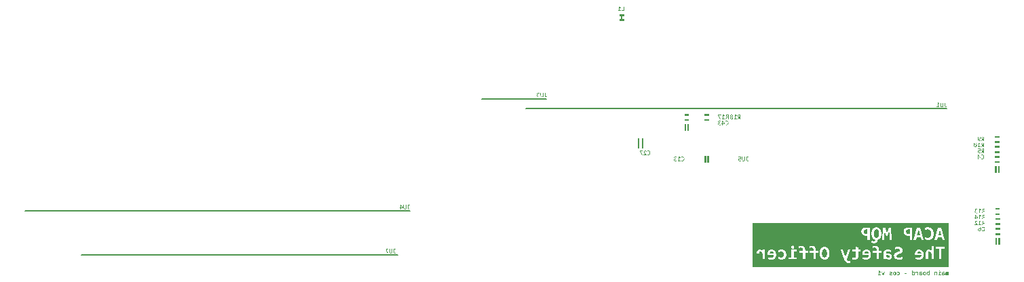
<source format=gbo>
G04 Layer_Color=32896*
%FSLAX24Y24*%
%MOIN*%
G70*
G01*
G75*
%ADD38C,0.0079*%
%ADD60C,0.0010*%
G36*
X48930Y1558D02*
X48917Y1525D01*
X48869Y1551D01*
Y1414D01*
X48924D01*
Y1378D01*
X48781D01*
Y1414D01*
X48828D01*
Y1594D01*
X48862D01*
X48930Y1558D01*
D02*
G37*
G36*
X51327Y1385D02*
X51316Y1382D01*
X51311Y1381D01*
X51307Y1379D01*
X51303Y1379D01*
X51300Y1378D01*
X51298Y1378D01*
X51298D01*
X51286Y1376D01*
X51280Y1376D01*
X51275Y1375D01*
X51270Y1375D01*
X51264D01*
X51257Y1375D01*
X51250Y1376D01*
X51245Y1376D01*
X51240Y1378D01*
X51235Y1378D01*
X51232Y1379D01*
X51230Y1379D01*
X51229Y1380D01*
X51224Y1382D01*
X51219Y1385D01*
X51214Y1388D01*
X51210Y1390D01*
X51207Y1393D01*
X51204Y1394D01*
X51202Y1396D01*
X51202Y1396D01*
X51198Y1401D01*
X51194Y1406D01*
X51191Y1410D01*
X51189Y1414D01*
X51187Y1418D01*
X51185Y1421D01*
X51184Y1423D01*
X51184Y1424D01*
X51182Y1431D01*
X51180Y1437D01*
X51179Y1444D01*
X51178Y1451D01*
X51178Y1456D01*
X51177Y1460D01*
Y1462D01*
Y1463D01*
Y1464D01*
Y1464D01*
Y1471D01*
X51178Y1477D01*
X51179Y1483D01*
X51179Y1489D01*
X51180Y1493D01*
X51181Y1496D01*
X51181Y1498D01*
X51182Y1499D01*
X51183Y1504D01*
X51185Y1509D01*
X51187Y1514D01*
X51189Y1518D01*
X51191Y1521D01*
X51192Y1523D01*
X51193Y1525D01*
X51194Y1525D01*
X51197Y1529D01*
X51200Y1532D01*
X51203Y1535D01*
X51206Y1538D01*
X51209Y1540D01*
X51211Y1541D01*
X51212Y1542D01*
X51213Y1542D01*
X51217Y1544D01*
X51222Y1545D01*
X51226Y1547D01*
X51230Y1547D01*
X51234Y1548D01*
X51237Y1548D01*
X51239D01*
X51245Y1548D01*
X51251Y1547D01*
X51256Y1546D01*
X51260Y1545D01*
X51263Y1543D01*
X51266Y1542D01*
X51268Y1541D01*
X51268Y1541D01*
X51272Y1538D01*
X51277Y1535D01*
X51280Y1532D01*
X51283Y1529D01*
X51286Y1526D01*
X51288Y1524D01*
X51289Y1522D01*
X51289Y1522D01*
X51287Y1555D01*
Y1610D01*
X51327D01*
Y1385D01*
D02*
G37*
G36*
X52203Y1548D02*
X52207Y1547D01*
X52209Y1547D01*
X52210Y1547D01*
X52210D01*
X52213Y1545D01*
X52216Y1543D01*
X52218Y1542D01*
X52218Y1542D01*
X52219D01*
X52222Y1539D01*
X52224Y1536D01*
X52226Y1533D01*
X52227Y1533D01*
Y1533D01*
X52229Y1528D01*
X52232Y1525D01*
X52232Y1523D01*
X52233Y1521D01*
X52234Y1520D01*
Y1520D01*
X52234Y1545D01*
X52264D01*
Y1378D01*
X52229D01*
Y1486D01*
X52227Y1492D01*
X52225Y1497D01*
X52223Y1501D01*
X52221Y1504D01*
X52220Y1507D01*
X52218Y1509D01*
X52218Y1509D01*
X52218Y1510D01*
X52216Y1512D01*
X52214Y1514D01*
X52212Y1515D01*
X52211Y1516D01*
X52209Y1517D01*
X52208D01*
X52206Y1516D01*
X52204Y1516D01*
X52203Y1515D01*
X52203Y1515D01*
X52202Y1513D01*
X52201Y1512D01*
X52200Y1510D01*
Y1510D01*
X52199Y1508D01*
X52199Y1505D01*
X52199Y1503D01*
Y1503D01*
Y1502D01*
X52198Y1499D01*
Y1495D01*
Y1494D01*
Y1492D01*
Y1492D01*
Y1491D01*
Y1378D01*
X52164D01*
Y1486D01*
X52162Y1492D01*
X52160Y1497D01*
X52158Y1501D01*
X52156Y1504D01*
X52155Y1507D01*
X52154Y1509D01*
X52153Y1509D01*
X52153Y1510D01*
X52151Y1512D01*
X52149Y1514D01*
X52147Y1515D01*
X52146Y1516D01*
X52144Y1517D01*
X52143D01*
X52141Y1516D01*
X52139Y1516D01*
X52138Y1515D01*
X52137Y1515D01*
X52136Y1513D01*
X52136Y1512D01*
X52135Y1510D01*
Y1510D01*
X52134Y1508D01*
X52134Y1505D01*
X52133Y1503D01*
Y1503D01*
Y1502D01*
X52133Y1499D01*
Y1495D01*
Y1494D01*
Y1492D01*
Y1492D01*
Y1491D01*
Y1378D01*
X52098D01*
Y1497D01*
X52099Y1506D01*
X52100Y1514D01*
X52101Y1520D01*
X52102Y1525D01*
X52104Y1530D01*
X52106Y1533D01*
X52107Y1534D01*
X52107Y1535D01*
X52111Y1539D01*
X52115Y1543D01*
X52119Y1545D01*
X52124Y1547D01*
X52128Y1547D01*
X52131Y1548D01*
X52134D01*
X52138Y1548D01*
X52142Y1547D01*
X52144Y1547D01*
X52145Y1547D01*
X52145D01*
X52149Y1545D01*
X52151Y1543D01*
X52153Y1542D01*
X52154Y1542D01*
X52154D01*
X52157Y1539D01*
X52160Y1536D01*
X52161Y1533D01*
X52162Y1533D01*
Y1533D01*
X52165Y1528D01*
X52167Y1525D01*
X52168Y1523D01*
X52169Y1521D01*
X52170Y1520D01*
Y1520D01*
X52170Y1525D01*
X52172Y1529D01*
X52173Y1532D01*
X52174Y1535D01*
X52176Y1537D01*
X52177Y1539D01*
X52178Y1540D01*
X52178Y1540D01*
X52181Y1543D01*
X52185Y1545D01*
X52188Y1546D01*
X52192Y1547D01*
X52195Y1548D01*
X52197Y1548D01*
X52199D01*
X52203Y1548D01*
D02*
G37*
G36*
X53857Y4608D02*
X53847Y4584D01*
X53795Y4612D01*
Y4456D01*
X53850D01*
Y4429D01*
X53715D01*
Y4456D01*
X53763D01*
Y4645D01*
X53789D01*
X53857Y4608D01*
D02*
G37*
G36*
X52264Y2949D02*
Y1772D01*
X42618D01*
Y2949D01*
Y3932D01*
X52264D01*
Y2949D01*
D02*
G37*
G36*
X51813Y1616D02*
X51817Y1615D01*
X51819Y1614D01*
X51819Y1614D01*
X51820D01*
X51823Y1613D01*
X51826Y1611D01*
X51827Y1609D01*
X51828Y1608D01*
X51830Y1606D01*
X51832Y1603D01*
X51833Y1601D01*
X51833Y1600D01*
Y1600D01*
X51834Y1596D01*
X51835Y1593D01*
X51835Y1591D01*
Y1590D01*
Y1590D01*
X51835Y1586D01*
X51834Y1583D01*
X51834Y1580D01*
X51833Y1580D01*
Y1580D01*
X51832Y1576D01*
X51830Y1574D01*
X51828Y1572D01*
X51828Y1571D01*
X51825Y1569D01*
X51823Y1568D01*
X51821Y1567D01*
X51820Y1566D01*
X51820D01*
X51816Y1565D01*
X51813Y1565D01*
X51811Y1564D01*
X51809D01*
X51805Y1565D01*
X51802Y1565D01*
X51800Y1566D01*
X51800Y1566D01*
X51799D01*
X51796Y1568D01*
X51793Y1570D01*
X51791Y1571D01*
X51791Y1571D01*
X51788Y1574D01*
X51787Y1577D01*
X51786Y1579D01*
X51785Y1579D01*
Y1580D01*
X51784Y1583D01*
X51783Y1586D01*
X51783Y1589D01*
Y1590D01*
Y1590D01*
X51783Y1594D01*
X51784Y1597D01*
X51785Y1599D01*
X51785Y1600D01*
Y1600D01*
X51787Y1603D01*
X51789Y1606D01*
X51790Y1608D01*
X51791Y1608D01*
X51793Y1611D01*
X51796Y1613D01*
X51798Y1614D01*
X51799Y1614D01*
X51799D01*
X51803Y1616D01*
X51806Y1616D01*
X51808Y1616D01*
X51809D01*
X51813Y1616D01*
D02*
G37*
G36*
X49064Y1378D02*
X49017D01*
X48952Y1545D01*
X48995D01*
X49030Y1448D01*
X49040Y1419D01*
X49050Y1450D01*
X49085Y1545D01*
X49130D01*
X49064Y1378D01*
D02*
G37*
G36*
X49770Y1547D02*
X49777Y1546D01*
X49783Y1545D01*
X49788Y1544D01*
X49793Y1543D01*
X49796Y1542D01*
X49798Y1541D01*
X49798Y1541D01*
X49799D01*
X49805Y1538D01*
X49810Y1535D01*
X49815Y1532D01*
X49819Y1530D01*
X49822Y1527D01*
X49825Y1525D01*
X49826Y1523D01*
X49827Y1523D01*
X49831Y1519D01*
X49834Y1514D01*
X49837Y1509D01*
X49840Y1505D01*
X49842Y1501D01*
X49843Y1498D01*
X49844Y1496D01*
X49844Y1495D01*
Y1495D01*
X49846Y1489D01*
X49848Y1483D01*
X49849Y1477D01*
X49850Y1471D01*
X49850Y1466D01*
X49850Y1462D01*
Y1461D01*
Y1460D01*
Y1459D01*
Y1459D01*
X49850Y1451D01*
X49850Y1444D01*
X49848Y1438D01*
X49847Y1433D01*
X49847Y1429D01*
X49845Y1425D01*
X49845Y1423D01*
X49845Y1423D01*
X49842Y1417D01*
X49840Y1412D01*
X49837Y1407D01*
X49834Y1403D01*
X49832Y1400D01*
X49830Y1398D01*
X49828Y1396D01*
X49828Y1396D01*
X49824Y1393D01*
X49819Y1389D01*
X49815Y1386D01*
X49810Y1384D01*
X49807Y1383D01*
X49804Y1381D01*
X49802Y1381D01*
X49801Y1380D01*
X49795Y1378D01*
X49789Y1377D01*
X49783Y1376D01*
X49777Y1376D01*
X49773Y1375D01*
X49769Y1375D01*
X49765D01*
X49755Y1375D01*
X49751Y1376D01*
X49747Y1376D01*
X49744Y1376D01*
X49741Y1377D01*
X49739Y1377D01*
X49739D01*
X49730Y1379D01*
X49726Y1380D01*
X49722Y1381D01*
X49719Y1383D01*
X49716Y1383D01*
X49715Y1384D01*
X49714Y1384D01*
Y1420D01*
X49718Y1418D01*
X49722Y1417D01*
X49723Y1416D01*
X49724Y1416D01*
X49725Y1416D01*
X49725D01*
X49729Y1414D01*
X49733Y1414D01*
X49734Y1413D01*
X49736Y1413D01*
X49736Y1413D01*
X49737D01*
X49741Y1411D01*
X49745Y1411D01*
X49746Y1411D01*
X49747Y1410D01*
X49749D01*
X49753Y1410D01*
X49759D01*
X49767Y1410D01*
X49770Y1411D01*
X49773Y1412D01*
X49776Y1412D01*
X49778Y1413D01*
X49779Y1413D01*
X49779D01*
X49785Y1416D01*
X49788Y1418D01*
X49790Y1419D01*
X49792Y1421D01*
X49794Y1422D01*
X49794Y1423D01*
X49795Y1423D01*
X49799Y1429D01*
X49802Y1434D01*
X49803Y1436D01*
X49803Y1438D01*
X49804Y1439D01*
Y1439D01*
X49806Y1447D01*
X49807Y1451D01*
X49807Y1454D01*
X49807Y1457D01*
Y1459D01*
Y1461D01*
Y1461D01*
X49807Y1469D01*
X49806Y1473D01*
X49806Y1476D01*
X49805Y1479D01*
X49805Y1481D01*
X49804Y1482D01*
Y1482D01*
X49802Y1489D01*
X49800Y1492D01*
X49798Y1494D01*
X49797Y1496D01*
X49796Y1497D01*
X49795Y1498D01*
X49795Y1499D01*
X49790Y1503D01*
X49785Y1507D01*
X49783Y1508D01*
X49782Y1509D01*
X49780Y1509D01*
X49780D01*
X49773Y1512D01*
X49770Y1512D01*
X49767Y1513D01*
X49764Y1513D01*
X49760D01*
X49752Y1513D01*
X49748Y1512D01*
X49745Y1512D01*
X49742Y1511D01*
X49739Y1510D01*
X49738Y1510D01*
X49737D01*
X49729Y1508D01*
X49725Y1507D01*
X49722Y1505D01*
X49719Y1504D01*
X49717Y1503D01*
X49716Y1503D01*
X49715Y1502D01*
Y1541D01*
X49722Y1543D01*
X49726Y1543D01*
X49729Y1544D01*
X49732Y1545D01*
X49734Y1545D01*
X49735Y1545D01*
X49736D01*
X49740Y1546D01*
X49744Y1547D01*
X49749Y1547D01*
X49753D01*
X49757Y1547D01*
X49763D01*
X49770Y1547D01*
D02*
G37*
G36*
X53621Y4646D02*
X53622D01*
X53623Y4646D01*
X53625D01*
X53629Y4645D01*
X53633Y4645D01*
X53635Y4644D01*
X53636D01*
X53637Y4644D01*
X53637D01*
X53642Y4643D01*
X53646Y4642D01*
X53648Y4642D01*
X53649D01*
X53650Y4641D01*
X53650D01*
X53654Y4640D01*
X53658Y4639D01*
X53660Y4639D01*
X53661Y4638D01*
X53661Y4638D01*
X53661D01*
Y4613D01*
X53652Y4616D01*
X53648Y4617D01*
X53644Y4618D01*
X53641Y4618D01*
X53639Y4619D01*
X53637Y4619D01*
X53637D01*
X53628Y4621D01*
X53625Y4621D01*
X53621D01*
X53618Y4622D01*
X53615D01*
X53607Y4621D01*
X53601Y4620D01*
X53596Y4619D01*
X53592Y4618D01*
X53588Y4616D01*
X53586Y4615D01*
X53584Y4614D01*
X53584Y4613D01*
X53580Y4610D01*
X53578Y4606D01*
X53576Y4602D01*
X53574Y4598D01*
X53573Y4594D01*
X53573Y4591D01*
Y4589D01*
Y4589D01*
Y4588D01*
X53573Y4582D01*
X53574Y4580D01*
X53575Y4577D01*
X53575Y4575D01*
X53576Y4574D01*
X53576Y4573D01*
Y4572D01*
X53579Y4568D01*
X53582Y4564D01*
X53584Y4562D01*
X53585Y4561D01*
X53585Y4561D01*
X53590Y4558D01*
X53594Y4555D01*
X53596Y4555D01*
X53597Y4554D01*
X53598Y4554D01*
X53599D01*
X53605Y4552D01*
X53610Y4552D01*
X53613Y4551D01*
X53641D01*
Y4528D01*
X53617D01*
X53608Y4527D01*
X53605Y4527D01*
X53602Y4527D01*
X53599Y4526D01*
X53597Y4526D01*
X53595Y4526D01*
X53595D01*
X53588Y4524D01*
X53585Y4522D01*
X53583Y4521D01*
X53581Y4520D01*
X53579Y4519D01*
X53578Y4519D01*
X53578Y4519D01*
X53573Y4515D01*
X53570Y4512D01*
X53568Y4510D01*
X53568Y4509D01*
X53567Y4508D01*
Y4508D01*
X53565Y4505D01*
X53565Y4503D01*
X53563Y4498D01*
Y4496D01*
X53563Y4494D01*
Y4493D01*
Y4492D01*
X53563Y4486D01*
X53564Y4483D01*
X53564Y4480D01*
X53565Y4478D01*
X53566Y4477D01*
X53566Y4476D01*
Y4475D01*
X53569Y4470D01*
X53573Y4466D01*
X53574Y4464D01*
X53576Y4463D01*
X53577Y4462D01*
X53577Y4462D01*
X53580Y4460D01*
X53583Y4458D01*
X53589Y4456D01*
X53592Y4455D01*
X53593Y4454D01*
X53595Y4454D01*
X53595D01*
X53600Y4453D01*
X53605Y4452D01*
X53609Y4452D01*
X53613Y4451D01*
X53617Y4451D01*
X53631D01*
X53635Y4451D01*
X53642D01*
X53644Y4452D01*
X53646D01*
X53654Y4453D01*
X53658Y4453D01*
X53661Y4454D01*
X53663Y4454D01*
X53665Y4454D01*
X53667Y4455D01*
X53667D01*
Y4429D01*
X53661Y4428D01*
X53657Y4428D01*
X53654Y4428D01*
X53652D01*
X53650Y4427D01*
X53648D01*
X53640Y4426D01*
X53636D01*
X53633Y4426D01*
X53625D01*
X53617Y4426D01*
X53609Y4427D01*
X53602Y4428D01*
X53597Y4429D01*
X53592Y4430D01*
X53588Y4430D01*
X53586Y4431D01*
X53585Y4431D01*
X53578Y4433D01*
X53573Y4436D01*
X53568Y4438D01*
X53564Y4440D01*
X53560Y4443D01*
X53558Y4444D01*
X53556Y4445D01*
X53556Y4446D01*
X53552Y4449D01*
X53548Y4453D01*
X53545Y4457D01*
X53543Y4460D01*
X53541Y4463D01*
X53540Y4466D01*
X53539Y4467D01*
X53539Y4468D01*
X53537Y4472D01*
X53535Y4477D01*
X53534Y4481D01*
X53534Y4486D01*
X53533Y4489D01*
X53533Y4492D01*
Y4493D01*
Y4494D01*
Y4498D01*
X53534Y4501D01*
X53534Y4504D01*
X53535Y4507D01*
X53535Y4509D01*
X53536Y4511D01*
X53537Y4512D01*
X53537Y4512D01*
X53540Y4518D01*
X53542Y4521D01*
X53544Y4523D01*
X53545Y4525D01*
X53546Y4526D01*
X53547Y4527D01*
X53547Y4527D01*
X53552Y4531D01*
X53557Y4534D01*
X53559Y4536D01*
X53561Y4536D01*
X53562Y4537D01*
X53562D01*
X53568Y4539D01*
X53573Y4541D01*
X53575Y4542D01*
X53577Y4542D01*
X53578Y4542D01*
X53578D01*
X53573Y4545D01*
X53568Y4549D01*
X53563Y4552D01*
X53560Y4555D01*
X53557Y4558D01*
X53555Y4560D01*
X53553Y4562D01*
X53553Y4562D01*
X53550Y4567D01*
X53547Y4572D01*
X53545Y4577D01*
X53544Y4582D01*
X53544Y4587D01*
X53543Y4590D01*
Y4592D01*
Y4593D01*
Y4593D01*
Y4598D01*
X53544Y4602D01*
X53545Y4605D01*
X53545Y4609D01*
X53546Y4611D01*
X53547Y4613D01*
X53547Y4615D01*
X53548Y4615D01*
X53550Y4618D01*
X53552Y4622D01*
X53554Y4625D01*
X53556Y4627D01*
X53558Y4629D01*
X53560Y4631D01*
X53561Y4631D01*
X53561Y4632D01*
X53565Y4634D01*
X53568Y4636D01*
X53572Y4638D01*
X53575Y4640D01*
X53578Y4641D01*
X53580Y4642D01*
X53582Y4643D01*
X53583D01*
X53588Y4644D01*
X53593Y4645D01*
X53598Y4646D01*
X53602Y4646D01*
X53607Y4646D01*
X53617D01*
X53621Y4646D01*
D02*
G37*
G36*
X52010Y1548D02*
X52015Y1547D01*
X52020Y1547D01*
X52025Y1546D01*
X52028Y1545D01*
X52030Y1545D01*
X52030D01*
X52036Y1543D01*
X52041Y1542D01*
X52046Y1541D01*
X52050Y1540D01*
X52053Y1538D01*
X52055Y1538D01*
X52057Y1537D01*
X52058Y1537D01*
Y1505D01*
X52048Y1509D01*
X52043Y1510D01*
X52039Y1512D01*
X52035Y1513D01*
X52032Y1514D01*
X52031Y1514D01*
X52030D01*
X52019Y1516D01*
X52015Y1517D01*
X52010Y1517D01*
X52006Y1518D01*
X52001D01*
X51995Y1517D01*
X51992Y1517D01*
X51990Y1517D01*
X51988Y1516D01*
X51987Y1516D01*
X51986Y1515D01*
X51985D01*
X51981Y1514D01*
X51978Y1512D01*
X51976Y1511D01*
X51975Y1510D01*
X51972Y1507D01*
X51970Y1504D01*
X51969Y1502D01*
X51969Y1502D01*
Y1501D01*
X51968Y1497D01*
X51967Y1494D01*
X51967Y1492D01*
Y1491D01*
Y1490D01*
Y1490D01*
Y1480D01*
X51997D01*
X52003Y1479D01*
X52009Y1479D01*
X52015Y1478D01*
X52019Y1477D01*
X52022Y1477D01*
X52024Y1476D01*
X52025Y1476D01*
X52030Y1474D01*
X52035Y1472D01*
X52040Y1470D01*
X52043Y1469D01*
X52046Y1467D01*
X52049Y1465D01*
X52050Y1465D01*
X52051Y1464D01*
X52054Y1462D01*
X52057Y1459D01*
X52060Y1456D01*
X52062Y1453D01*
X52063Y1451D01*
X52065Y1449D01*
X52065Y1447D01*
X52066Y1447D01*
X52067Y1443D01*
X52068Y1439D01*
X52069Y1436D01*
X52070Y1432D01*
X52070Y1430D01*
X52071Y1427D01*
Y1426D01*
Y1426D01*
X52070Y1417D01*
X52069Y1414D01*
X52069Y1411D01*
X52068Y1408D01*
X52068Y1406D01*
X52068Y1405D01*
Y1404D01*
X52064Y1398D01*
X52063Y1395D01*
X52061Y1393D01*
X52060Y1391D01*
X52059Y1389D01*
X52058Y1388D01*
X52058Y1388D01*
X52052Y1384D01*
X52047Y1381D01*
X52045Y1379D01*
X52043Y1379D01*
X52042Y1378D01*
X52041D01*
X52034Y1376D01*
X52030Y1375D01*
X52026Y1374D01*
X52023D01*
X52021Y1374D01*
X52019D01*
X52012Y1374D01*
X52009Y1375D01*
X52007Y1375D01*
X52004D01*
X52003Y1376D01*
X52002Y1376D01*
X52001D01*
X51995Y1378D01*
X51991Y1379D01*
X51989Y1380D01*
X51987Y1381D01*
X51987Y1381D01*
X51986D01*
X51981Y1384D01*
X51977Y1386D01*
X51976Y1388D01*
X51975Y1388D01*
X51974Y1389D01*
X51973Y1389D01*
X51969Y1393D01*
X51966Y1396D01*
X51964Y1398D01*
X51963Y1399D01*
X51963Y1399D01*
X51962Y1399D01*
X51962Y1378D01*
X51927D01*
Y1492D01*
Y1497D01*
X51928Y1501D01*
X51928Y1505D01*
X51929Y1509D01*
X51930Y1512D01*
X51930Y1514D01*
X51931Y1515D01*
X51931Y1516D01*
X51933Y1520D01*
X51935Y1523D01*
X51937Y1526D01*
X51939Y1529D01*
X51941Y1531D01*
X51943Y1532D01*
X51944Y1533D01*
X51944Y1533D01*
X51948Y1536D01*
X51951Y1538D01*
X51955Y1540D01*
X51958Y1542D01*
X51962Y1543D01*
X51964Y1543D01*
X51965Y1544D01*
X51966D01*
X51971Y1545D01*
X51977Y1547D01*
X51982Y1547D01*
X51987Y1548D01*
X51991Y1548D01*
X52004D01*
X52010Y1548D01*
D02*
G37*
G36*
X50902D02*
X50907Y1547D01*
X50912Y1547D01*
X50916Y1546D01*
X50919Y1545D01*
X50921Y1545D01*
X50922D01*
X50928Y1543D01*
X50933Y1542D01*
X50937Y1541D01*
X50941Y1540D01*
X50945Y1538D01*
X50947Y1538D01*
X50949Y1537D01*
X50949Y1537D01*
Y1505D01*
X50939Y1509D01*
X50935Y1510D01*
X50931Y1512D01*
X50927Y1513D01*
X50924Y1514D01*
X50922Y1514D01*
X50922D01*
X50911Y1516D01*
X50906Y1517D01*
X50902Y1517D01*
X50898Y1518D01*
X50893D01*
X50886Y1517D01*
X50884Y1517D01*
X50881Y1517D01*
X50879Y1516D01*
X50878Y1516D01*
X50878Y1515D01*
X50877D01*
X50873Y1514D01*
X50869Y1512D01*
X50868Y1511D01*
X50867Y1510D01*
X50864Y1507D01*
X50862Y1504D01*
X50861Y1502D01*
X50861Y1502D01*
Y1501D01*
X50859Y1497D01*
X50859Y1494D01*
X50859Y1492D01*
Y1491D01*
Y1490D01*
Y1490D01*
Y1480D01*
X50888D01*
X50895Y1479D01*
X50901Y1479D01*
X50906Y1478D01*
X50911Y1477D01*
X50914Y1477D01*
X50916Y1476D01*
X50917Y1476D01*
X50922Y1474D01*
X50927Y1472D01*
X50932Y1470D01*
X50935Y1469D01*
X50938Y1467D01*
X50941Y1465D01*
X50942Y1465D01*
X50942Y1464D01*
X50946Y1462D01*
X50949Y1459D01*
X50952Y1456D01*
X50954Y1453D01*
X50955Y1451D01*
X50957Y1449D01*
X50957Y1447D01*
X50957Y1447D01*
X50959Y1443D01*
X50960Y1439D01*
X50961Y1436D01*
X50962Y1432D01*
X50962Y1430D01*
X50962Y1427D01*
Y1426D01*
Y1426D01*
X50962Y1417D01*
X50961Y1414D01*
X50961Y1411D01*
X50960Y1408D01*
X50960Y1406D01*
X50959Y1405D01*
Y1404D01*
X50956Y1398D01*
X50955Y1395D01*
X50953Y1393D01*
X50952Y1391D01*
X50950Y1389D01*
X50950Y1388D01*
X50949Y1388D01*
X50944Y1384D01*
X50939Y1381D01*
X50937Y1379D01*
X50935Y1379D01*
X50934Y1378D01*
X50933D01*
X50926Y1376D01*
X50922Y1375D01*
X50918Y1374D01*
X50915D01*
X50913Y1374D01*
X50911D01*
X50904Y1374D01*
X50901Y1375D01*
X50898Y1375D01*
X50896D01*
X50894Y1376D01*
X50893Y1376D01*
X50893D01*
X50887Y1378D01*
X50883Y1379D01*
X50881Y1380D01*
X50879Y1381D01*
X50878Y1381D01*
X50878D01*
X50873Y1384D01*
X50869Y1386D01*
X50868Y1388D01*
X50866Y1388D01*
X50866Y1389D01*
X50865Y1389D01*
X50861Y1393D01*
X50858Y1396D01*
X50856Y1398D01*
X50855Y1399D01*
X50855Y1399D01*
X50854Y1399D01*
X50853Y1378D01*
X50819D01*
Y1492D01*
Y1497D01*
X50820Y1501D01*
X50820Y1505D01*
X50821Y1509D01*
X50821Y1512D01*
X50822Y1514D01*
X50823Y1515D01*
X50823Y1516D01*
X50825Y1520D01*
X50827Y1523D01*
X50829Y1526D01*
X50831Y1529D01*
X50833Y1531D01*
X50835Y1532D01*
X50836Y1533D01*
X50836Y1533D01*
X50840Y1536D01*
X50843Y1538D01*
X50847Y1540D01*
X50850Y1542D01*
X50853Y1543D01*
X50856Y1543D01*
X50857Y1544D01*
X50858D01*
X50863Y1545D01*
X50868Y1547D01*
X50874Y1547D01*
X50879Y1548D01*
X50883Y1548D01*
X50896D01*
X50902Y1548D01*
D02*
G37*
G36*
X50200Y1449D02*
X50098D01*
Y1485D01*
X50200D01*
Y1449D01*
D02*
G37*
G36*
X36151Y14549D02*
X36140Y14525D01*
X36089Y14553D01*
Y14397D01*
X36144D01*
Y14370D01*
X36009D01*
Y14397D01*
X36057D01*
Y14585D01*
X36082D01*
X36151Y14549D01*
D02*
G37*
G36*
X41258Y9234D02*
X41248Y9210D01*
X41196Y9238D01*
Y9082D01*
X41252D01*
Y9055D01*
X41117D01*
Y9082D01*
X41165D01*
Y9271D01*
X41190D01*
X41258Y9234D01*
D02*
G37*
G36*
X53687Y4206D02*
Y4181D01*
X53584D01*
Y4134D01*
X53555D01*
Y4181D01*
X53518D01*
Y4206D01*
X53555D01*
Y4348D01*
X53596D01*
X53687Y4206D01*
D02*
G37*
G36*
X41849Y9234D02*
X41839Y9210D01*
X41787Y9238D01*
Y9082D01*
X41842D01*
Y9055D01*
X41707D01*
Y9082D01*
X41755D01*
Y9271D01*
X41781D01*
X41849Y9234D01*
D02*
G37*
G36*
X41076Y9243D02*
X40961D01*
X41054Y9055D01*
X41022D01*
X40931Y9243D01*
Y9269D01*
X41076D01*
Y9243D01*
D02*
G37*
G36*
X41437Y9055D02*
X41408D01*
Y9151D01*
X41394D01*
X41390Y9150D01*
X41386Y9150D01*
X41385Y9150D01*
X41384D01*
X41383Y9149D01*
X41383D01*
X41379Y9148D01*
X41376Y9147D01*
X41374Y9145D01*
X41373Y9145D01*
X41370Y9142D01*
X41368Y9140D01*
X41366Y9137D01*
X41365Y9137D01*
Y9137D01*
X41363Y9132D01*
X41360Y9128D01*
X41359Y9126D01*
X41358Y9125D01*
X41358Y9124D01*
Y9123D01*
X41326Y9055D01*
X41293D01*
X41327Y9126D01*
X41329Y9130D01*
X41331Y9134D01*
X41334Y9138D01*
X41336Y9141D01*
X41338Y9143D01*
X41339Y9145D01*
X41339Y9146D01*
X41340Y9146D01*
X41342Y9149D01*
X41345Y9151D01*
X41347Y9153D01*
X41349Y9155D01*
X41352Y9156D01*
X41353Y9156D01*
X41354Y9157D01*
X41355D01*
X41351Y9158D01*
X41347Y9160D01*
X41344Y9161D01*
X41341Y9162D01*
X41338Y9163D01*
X41337Y9165D01*
X41336Y9165D01*
X41335Y9165D01*
X41329Y9170D01*
X41327Y9171D01*
X41325Y9173D01*
X41323Y9175D01*
X41322Y9176D01*
X41321Y9177D01*
X41321Y9178D01*
X41317Y9183D01*
X41314Y9188D01*
X41313Y9191D01*
X41312Y9192D01*
X41312Y9193D01*
Y9194D01*
X41310Y9201D01*
X41310Y9204D01*
X41309Y9207D01*
X41309Y9209D01*
Y9211D01*
Y9213D01*
Y9213D01*
Y9218D01*
X41310Y9222D01*
X41310Y9226D01*
X41311Y9229D01*
X41311Y9232D01*
X41312Y9234D01*
X41313Y9236D01*
X41313Y9236D01*
X41315Y9240D01*
X41316Y9243D01*
X41319Y9246D01*
X41321Y9249D01*
X41323Y9251D01*
X41324Y9252D01*
X41325Y9253D01*
X41326Y9254D01*
X41329Y9256D01*
X41333Y9259D01*
X41336Y9261D01*
X41340Y9262D01*
X41343Y9264D01*
X41345Y9264D01*
X41347Y9265D01*
X41348D01*
X41353Y9267D01*
X41358Y9267D01*
X41364Y9268D01*
X41369Y9269D01*
X41373D01*
X41377Y9269D01*
X41437D01*
Y9055D01*
D02*
G37*
G36*
X53857Y4313D02*
X53847Y4289D01*
X53795Y4317D01*
Y4160D01*
X53850D01*
Y4134D01*
X53715D01*
Y4160D01*
X53763D01*
Y4349D01*
X53789D01*
X53857Y4313D01*
D02*
G37*
G36*
X54035Y4429D02*
X54006D01*
Y4525D01*
X53993D01*
X53988Y4524D01*
X53985Y4524D01*
X53983Y4524D01*
X53982D01*
X53982Y4523D01*
X53981D01*
X53977Y4522D01*
X53974Y4521D01*
X53972Y4519D01*
X53972Y4519D01*
X53969Y4516D01*
X53966Y4514D01*
X53964Y4511D01*
X53964Y4511D01*
Y4511D01*
X53961Y4506D01*
X53958Y4502D01*
X53957Y4500D01*
X53957Y4499D01*
X53956Y4498D01*
Y4497D01*
X53924Y4429D01*
X53891D01*
X53925Y4500D01*
X53928Y4504D01*
X53930Y4508D01*
X53932Y4512D01*
X53934Y4515D01*
X53936Y4517D01*
X53937Y4519D01*
X53938Y4520D01*
X53938Y4520D01*
X53941Y4523D01*
X53943Y4525D01*
X53946Y4527D01*
X53948Y4529D01*
X53950Y4530D01*
X53952Y4531D01*
X53953Y4531D01*
X53953D01*
X53949Y4532D01*
X53946Y4534D01*
X53942Y4535D01*
X53939Y4536D01*
X53937Y4537D01*
X53935Y4539D01*
X53934Y4539D01*
X53934Y4539D01*
X53928Y4544D01*
X53925Y4545D01*
X53923Y4547D01*
X53921Y4549D01*
X53920Y4550D01*
X53919Y4551D01*
X53919Y4552D01*
X53915Y4557D01*
X53913Y4562D01*
X53911Y4565D01*
X53911Y4566D01*
X53910Y4567D01*
Y4568D01*
X53908Y4575D01*
X53908Y4578D01*
X53908Y4581D01*
X53907Y4584D01*
Y4585D01*
Y4587D01*
Y4587D01*
Y4592D01*
X53908Y4596D01*
X53908Y4600D01*
X53909Y4603D01*
X53910Y4606D01*
X53911Y4608D01*
X53911Y4610D01*
X53911Y4610D01*
X53913Y4614D01*
X53915Y4617D01*
X53917Y4620D01*
X53919Y4623D01*
X53921Y4625D01*
X53923Y4627D01*
X53924Y4627D01*
X53924Y4628D01*
X53928Y4630D01*
X53931Y4633D01*
X53935Y4635D01*
X53938Y4636D01*
X53941Y4638D01*
X53944Y4638D01*
X53945Y4639D01*
X53946D01*
X53951Y4641D01*
X53957Y4641D01*
X53962Y4642D01*
X53967Y4643D01*
X53972D01*
X53975Y4643D01*
X54035D01*
Y4429D01*
D02*
G37*
G36*
X24677Y2678D02*
X24684Y2677D01*
X24690Y2675D01*
X24696Y2674D01*
X24700Y2673D01*
X24704Y2671D01*
X24706Y2670D01*
X24706Y2670D01*
X24712Y2667D01*
X24718Y2663D01*
X24722Y2660D01*
X24726Y2657D01*
X24729Y2654D01*
X24732Y2652D01*
X24734Y2650D01*
X24734Y2650D01*
X24718Y2631D01*
X24715Y2634D01*
X24711Y2637D01*
X24708Y2640D01*
X24704Y2642D01*
X24702Y2644D01*
X24700Y2645D01*
X24698Y2646D01*
X24698Y2646D01*
X24694Y2648D01*
X24689Y2650D01*
X24685Y2651D01*
X24681Y2652D01*
X24678Y2652D01*
X24675Y2653D01*
X24673D01*
X24666Y2652D01*
X24663Y2651D01*
X24661Y2651D01*
X24659Y2650D01*
X24658Y2650D01*
X24657Y2649D01*
X24656D01*
X24651Y2646D01*
X24648Y2644D01*
X24646Y2641D01*
X24645Y2641D01*
Y2641D01*
X24642Y2637D01*
X24640Y2632D01*
X24639Y2631D01*
X24638Y2629D01*
X24638Y2628D01*
Y2628D01*
X24636Y2623D01*
X24636Y2618D01*
X24636Y2616D01*
Y2615D01*
Y2614D01*
Y2613D01*
X24636Y2607D01*
X24636Y2605D01*
Y2602D01*
X24637Y2600D01*
X24637Y2599D01*
X24638Y2598D01*
Y2598D01*
X24639Y2592D01*
X24641Y2587D01*
X24643Y2585D01*
X24643Y2584D01*
X24644Y2583D01*
X24644Y2582D01*
X24648Y2576D01*
X24652Y2570D01*
X24654Y2568D01*
X24656Y2566D01*
X24657Y2565D01*
X24657Y2564D01*
X24661Y2560D01*
X24664Y2557D01*
X24668Y2553D01*
X24671Y2549D01*
X24674Y2546D01*
X24677Y2544D01*
X24679Y2542D01*
X24679Y2541D01*
X24735Y2486D01*
Y2461D01*
X24593D01*
Y2488D01*
X24698D01*
X24659Y2526D01*
X24654Y2531D01*
X24650Y2535D01*
X24645Y2539D01*
X24642Y2543D01*
X24639Y2546D01*
X24637Y2548D01*
X24636Y2550D01*
X24635Y2550D01*
X24631Y2554D01*
X24628Y2558D01*
X24625Y2562D01*
X24623Y2565D01*
X24621Y2568D01*
X24620Y2570D01*
X24619Y2571D01*
X24618Y2572D01*
X24614Y2579D01*
X24612Y2583D01*
X24611Y2586D01*
X24610Y2589D01*
X24609Y2590D01*
X24608Y2592D01*
Y2592D01*
X24607Y2600D01*
X24606Y2604D01*
X24605Y2608D01*
X24605Y2611D01*
Y2613D01*
Y2615D01*
Y2615D01*
X24605Y2621D01*
X24606Y2626D01*
X24607Y2630D01*
X24607Y2634D01*
X24608Y2637D01*
X24609Y2640D01*
X24610Y2641D01*
X24610Y2641D01*
X24612Y2646D01*
X24614Y2650D01*
X24616Y2653D01*
X24618Y2656D01*
X24620Y2658D01*
X24622Y2660D01*
X24623Y2661D01*
X24623Y2661D01*
X24630Y2666D01*
X24633Y2668D01*
X24636Y2670D01*
X24639Y2671D01*
X24641Y2673D01*
X24643Y2673D01*
X24643D01*
X24648Y2675D01*
X24652Y2676D01*
X24657Y2677D01*
X24661Y2678D01*
X24664D01*
X24667Y2678D01*
X24669D01*
X24677Y2678D01*
D02*
G37*
G36*
X54035Y4134D02*
X54006D01*
Y4229D01*
X53993D01*
X53988Y4229D01*
X53985Y4229D01*
X53983Y4228D01*
X53982D01*
X53982Y4228D01*
X53981D01*
X53977Y4227D01*
X53974Y4225D01*
X53972Y4224D01*
X53972Y4224D01*
X53969Y4221D01*
X53966Y4218D01*
X53964Y4216D01*
X53964Y4216D01*
Y4215D01*
X53961Y4211D01*
X53958Y4207D01*
X53957Y4205D01*
X53957Y4204D01*
X53956Y4203D01*
Y4202D01*
X53924Y4134D01*
X53891D01*
X53925Y4205D01*
X53928Y4209D01*
X53930Y4213D01*
X53932Y4216D01*
X53934Y4219D01*
X53936Y4222D01*
X53937Y4223D01*
X53938Y4224D01*
X53938Y4225D01*
X53941Y4228D01*
X53943Y4230D01*
X53946Y4232D01*
X53948Y4233D01*
X53950Y4234D01*
X53952Y4235D01*
X53953Y4236D01*
X53953D01*
X53949Y4237D01*
X53946Y4238D01*
X53942Y4240D01*
X53939Y4241D01*
X53937Y4242D01*
X53935Y4243D01*
X53934Y4244D01*
X53934Y4244D01*
X53928Y4248D01*
X53925Y4250D01*
X53923Y4252D01*
X53921Y4254D01*
X53920Y4255D01*
X53919Y4256D01*
X53919Y4256D01*
X53915Y4262D01*
X53913Y4267D01*
X53911Y4269D01*
X53911Y4271D01*
X53910Y4272D01*
Y4272D01*
X53908Y4279D01*
X53908Y4282D01*
X53908Y4286D01*
X53907Y4288D01*
Y4290D01*
Y4291D01*
Y4292D01*
Y4296D01*
X53908Y4301D01*
X53908Y4305D01*
X53909Y4308D01*
X53910Y4311D01*
X53911Y4313D01*
X53911Y4314D01*
X53911Y4315D01*
X53913Y4319D01*
X53915Y4322D01*
X53917Y4325D01*
X53919Y4327D01*
X53921Y4330D01*
X53923Y4331D01*
X53924Y4332D01*
X53924Y4332D01*
X53928Y4335D01*
X53931Y4337D01*
X53935Y4339D01*
X53938Y4341D01*
X53941Y4342D01*
X53944Y4343D01*
X53945Y4344D01*
X53946D01*
X53951Y4345D01*
X53957Y4346D01*
X53962Y4347D01*
X53967Y4348D01*
X53972D01*
X53975Y4348D01*
X54035D01*
Y4134D01*
D02*
G37*
G36*
X25096Y2650D02*
X25014D01*
Y2526D01*
X25014Y2519D01*
X25015Y2512D01*
X25017Y2507D01*
X25019Y2502D01*
X25021Y2499D01*
X25022Y2496D01*
X25024Y2495D01*
X25024Y2494D01*
X25028Y2491D01*
X25032Y2488D01*
X25037Y2486D01*
X25041Y2485D01*
X25045Y2484D01*
X25049Y2484D01*
X25052D01*
X25060Y2484D01*
X25065Y2485D01*
X25068Y2486D01*
X25072Y2486D01*
X25074Y2487D01*
X25075Y2488D01*
X25076D01*
X25081Y2489D01*
X25085Y2491D01*
X25088Y2493D01*
X25092Y2495D01*
X25095Y2497D01*
X25097Y2498D01*
X25098Y2499D01*
X25098Y2499D01*
Y2470D01*
X25095Y2468D01*
X25092Y2467D01*
X25090Y2466D01*
X25090Y2465D01*
X25089D01*
X25085Y2464D01*
X25082Y2463D01*
X25080Y2462D01*
X25079Y2462D01*
X25078Y2461D01*
X25078D01*
X25073Y2461D01*
X25069Y2460D01*
X25067D01*
X25066Y2459D01*
X25065D01*
X25060Y2459D01*
X25056Y2458D01*
X25052D01*
X25046Y2459D01*
X25040Y2459D01*
X25035Y2460D01*
X25030Y2461D01*
X25027Y2462D01*
X25024Y2463D01*
X25022Y2463D01*
X25022Y2464D01*
X25017Y2466D01*
X25014Y2468D01*
X25010Y2471D01*
X25007Y2473D01*
X25004Y2475D01*
X25003Y2477D01*
X25002Y2478D01*
X25001Y2478D01*
X24998Y2482D01*
X24996Y2486D01*
X24994Y2489D01*
X24992Y2492D01*
X24991Y2496D01*
X24989Y2498D01*
X24989Y2499D01*
Y2500D01*
X24987Y2504D01*
X24986Y2509D01*
X24986Y2514D01*
X24985Y2517D01*
Y2521D01*
X24984Y2524D01*
Y2525D01*
Y2526D01*
Y2675D01*
X25096D01*
Y2650D01*
D02*
G37*
G36*
X24926Y2531D02*
Y2524D01*
X24925Y2519D01*
X24924Y2514D01*
X24924Y2509D01*
X24923Y2506D01*
X24923Y2503D01*
X24922Y2501D01*
Y2501D01*
X24920Y2496D01*
X24918Y2491D01*
X24916Y2488D01*
X24914Y2484D01*
X24912Y2481D01*
X24911Y2479D01*
X24910Y2478D01*
X24909Y2478D01*
X24906Y2474D01*
X24902Y2471D01*
X24898Y2469D01*
X24895Y2466D01*
X24891Y2465D01*
X24889Y2464D01*
X24887Y2463D01*
X24886Y2463D01*
X24881Y2461D01*
X24875Y2460D01*
X24870Y2459D01*
X24864Y2458D01*
X24859Y2458D01*
X24856Y2458D01*
X24852D01*
X24846Y2458D01*
X24840Y2458D01*
X24834Y2459D01*
X24830Y2460D01*
X24826Y2461D01*
X24823Y2462D01*
X24821Y2463D01*
X24820Y2463D01*
X24815Y2465D01*
X24811Y2468D01*
X24807Y2470D01*
X24803Y2473D01*
X24800Y2475D01*
X24798Y2477D01*
X24797Y2478D01*
X24797Y2478D01*
X24793Y2483D01*
X24790Y2486D01*
X24788Y2491D01*
X24786Y2494D01*
X24784Y2498D01*
X24783Y2501D01*
X24782Y2502D01*
X24782Y2503D01*
X24780Y2508D01*
X24779Y2514D01*
X24778Y2519D01*
X24777Y2524D01*
X24777Y2529D01*
X24777Y2532D01*
Y2534D01*
Y2535D01*
Y2535D01*
Y2675D01*
X24806D01*
Y2533D01*
X24806Y2525D01*
X24807Y2517D01*
X24809Y2511D01*
X24811Y2505D01*
X24813Y2501D01*
X24815Y2498D01*
X24817Y2496D01*
X24817Y2496D01*
X24822Y2491D01*
X24827Y2488D01*
X24833Y2486D01*
X24838Y2484D01*
X24843Y2483D01*
X24848Y2483D01*
X24849Y2482D01*
X24856D01*
X24860Y2483D01*
X24863Y2483D01*
X24866Y2484D01*
X24869Y2484D01*
X24871Y2485D01*
X24872Y2485D01*
X24873D01*
X24878Y2488D01*
X24881Y2490D01*
X24883Y2491D01*
X24884Y2492D01*
X24885Y2494D01*
X24886Y2494D01*
X24886Y2495D01*
X24890Y2500D01*
X24892Y2505D01*
X24893Y2507D01*
X24894Y2509D01*
X24894Y2510D01*
Y2511D01*
X24895Y2518D01*
X24896Y2522D01*
Y2525D01*
X24896Y2528D01*
Y2531D01*
Y2532D01*
Y2533D01*
Y2675D01*
X24926D01*
Y2531D01*
D02*
G37*
G36*
X51804Y9825D02*
X51794Y9801D01*
X51742Y9829D01*
Y9672D01*
X51797D01*
Y9646D01*
X51662D01*
Y9672D01*
X51710D01*
Y9861D01*
X51736D01*
X51804Y9825D01*
D02*
G37*
G36*
X51993Y9716D02*
Y9709D01*
X51992Y9704D01*
X51991Y9699D01*
X51991Y9694D01*
X51990Y9691D01*
X51989Y9688D01*
X51989Y9686D01*
Y9686D01*
X51987Y9681D01*
X51985Y9676D01*
X51983Y9673D01*
X51981Y9669D01*
X51979Y9666D01*
X51978Y9664D01*
X51976Y9663D01*
X51976Y9663D01*
X51973Y9659D01*
X51969Y9656D01*
X51965Y9654D01*
X51961Y9651D01*
X51958Y9650D01*
X51956Y9649D01*
X51954Y9648D01*
X51953Y9648D01*
X51948Y9646D01*
X51942Y9645D01*
X51936Y9644D01*
X51931Y9643D01*
X51926Y9643D01*
X51923Y9643D01*
X51919D01*
X51913Y9643D01*
X51907Y9643D01*
X51901Y9644D01*
X51897Y9645D01*
X51893Y9646D01*
X51890Y9647D01*
X51888Y9648D01*
X51887Y9648D01*
X51882Y9650D01*
X51878Y9653D01*
X51874Y9655D01*
X51870Y9658D01*
X51867Y9660D01*
X51865Y9662D01*
X51864Y9663D01*
X51864Y9663D01*
X51860Y9668D01*
X51857Y9671D01*
X51855Y9676D01*
X51853Y9679D01*
X51851Y9683D01*
X51850Y9686D01*
X51849Y9687D01*
X51849Y9688D01*
X51847Y9693D01*
X51846Y9699D01*
X51845Y9704D01*
X51844Y9709D01*
X51844Y9714D01*
X51844Y9717D01*
Y9719D01*
Y9720D01*
Y9720D01*
Y9860D01*
X51873D01*
Y9718D01*
X51873Y9710D01*
X51874Y9702D01*
X51876Y9696D01*
X51878Y9690D01*
X51880Y9686D01*
X51882Y9683D01*
X51884Y9681D01*
X51884Y9681D01*
X51888Y9676D01*
X51894Y9673D01*
X51900Y9671D01*
X51905Y9669D01*
X51910Y9668D01*
X51915Y9668D01*
X51916Y9667D01*
X51923D01*
X51927Y9668D01*
X51930Y9668D01*
X51933Y9669D01*
X51936Y9669D01*
X51938Y9670D01*
X51939Y9670D01*
X51940D01*
X51945Y9673D01*
X51948Y9675D01*
X51950Y9676D01*
X51951Y9678D01*
X51952Y9679D01*
X51953Y9679D01*
X51953Y9680D01*
X51957Y9685D01*
X51959Y9690D01*
X51960Y9693D01*
X51961Y9694D01*
X51961Y9695D01*
Y9696D01*
X51962Y9703D01*
X51963Y9707D01*
Y9710D01*
X51963Y9713D01*
Y9716D01*
Y9717D01*
Y9718D01*
Y9860D01*
X51993D01*
Y9716D01*
D02*
G37*
G36*
X52163Y9835D02*
X52081D01*
Y9711D01*
X52081Y9704D01*
X52082Y9697D01*
X52084Y9692D01*
X52086Y9688D01*
X52088Y9684D01*
X52089Y9681D01*
X52090Y9680D01*
X52091Y9679D01*
X52095Y9676D01*
X52099Y9673D01*
X52104Y9671D01*
X52108Y9670D01*
X52112Y9669D01*
X52115Y9669D01*
X52119D01*
X52127Y9669D01*
X52132Y9670D01*
X52135Y9671D01*
X52138Y9671D01*
X52141Y9672D01*
X52142Y9673D01*
X52143D01*
X52148Y9674D01*
X52152Y9676D01*
X52155Y9678D01*
X52159Y9680D01*
X52162Y9682D01*
X52163Y9683D01*
X52165Y9684D01*
X52165Y9684D01*
Y9655D01*
X52162Y9653D01*
X52159Y9652D01*
X52157Y9651D01*
X52157Y9650D01*
X52156D01*
X52152Y9649D01*
X52148Y9648D01*
X52147Y9647D01*
X52146Y9647D01*
X52145Y9646D01*
X52145D01*
X52140Y9646D01*
X52136Y9645D01*
X52134D01*
X52133Y9645D01*
X52132D01*
X52127Y9644D01*
X52123Y9643D01*
X52119D01*
X52113Y9644D01*
X52107Y9644D01*
X52102Y9645D01*
X52097Y9646D01*
X52094Y9647D01*
X52091Y9648D01*
X52089Y9648D01*
X52089Y9649D01*
X52084Y9651D01*
X52080Y9653D01*
X52077Y9656D01*
X52074Y9658D01*
X52071Y9660D01*
X52070Y9662D01*
X52069Y9663D01*
X52068Y9663D01*
X52065Y9667D01*
X52063Y9671D01*
X52061Y9674D01*
X52059Y9678D01*
X52057Y9681D01*
X52056Y9683D01*
X52056Y9684D01*
Y9685D01*
X52054Y9689D01*
X52053Y9694D01*
X52052Y9699D01*
X52052Y9703D01*
Y9706D01*
X52051Y9709D01*
Y9710D01*
Y9711D01*
Y9860D01*
X52163D01*
Y9835D01*
D02*
G37*
G36*
X32111Y10355D02*
X32112D01*
X32113Y10354D01*
X32115D01*
X32119Y10354D01*
X32123Y10353D01*
X32125Y10353D01*
X32126D01*
X32127Y10352D01*
X32127D01*
X32132Y10352D01*
X32136Y10351D01*
X32138Y10351D01*
X32139D01*
X32139Y10350D01*
X32140D01*
X32144Y10349D01*
X32148Y10348D01*
X32149Y10347D01*
X32151Y10347D01*
X32151Y10347D01*
X32151D01*
Y10322D01*
X32142Y10324D01*
X32138Y10326D01*
X32134Y10326D01*
X32131Y10327D01*
X32129Y10327D01*
X32127Y10328D01*
X32127D01*
X32118Y10329D01*
X32115Y10330D01*
X32111D01*
X32108Y10330D01*
X32105D01*
X32097Y10330D01*
X32091Y10329D01*
X32086Y10327D01*
X32081Y10326D01*
X32078Y10325D01*
X32076Y10323D01*
X32074Y10323D01*
X32074Y10322D01*
X32070Y10319D01*
X32068Y10315D01*
X32066Y10311D01*
X32064Y10307D01*
X32063Y10303D01*
X32063Y10300D01*
Y10298D01*
Y10298D01*
Y10297D01*
X32063Y10291D01*
X32064Y10288D01*
X32065Y10286D01*
X32065Y10284D01*
X32066Y10282D01*
X32066Y10281D01*
Y10281D01*
X32069Y10276D01*
X32071Y10273D01*
X32074Y10270D01*
X32075Y10270D01*
X32075Y10270D01*
X32080Y10266D01*
X32084Y10264D01*
X32086Y10263D01*
X32087Y10263D01*
X32088Y10262D01*
X32089D01*
X32095Y10261D01*
X32100Y10260D01*
X32103Y10260D01*
X32131D01*
Y10236D01*
X32107D01*
X32098Y10236D01*
X32095Y10236D01*
X32091Y10235D01*
X32089Y10235D01*
X32087Y10235D01*
X32085Y10234D01*
X32085D01*
X32078Y10232D01*
X32075Y10231D01*
X32073Y10230D01*
X32071Y10229D01*
X32069Y10228D01*
X32068Y10228D01*
X32068Y10227D01*
X32063Y10224D01*
X32060Y10220D01*
X32058Y10219D01*
X32058Y10218D01*
X32057Y10217D01*
Y10217D01*
X32055Y10214D01*
X32055Y10212D01*
X32053Y10207D01*
Y10204D01*
X32053Y10203D01*
Y10202D01*
Y10201D01*
X32053Y10194D01*
X32054Y10192D01*
X32054Y10189D01*
X32055Y10187D01*
X32056Y10185D01*
X32056Y10184D01*
Y10184D01*
X32059Y10179D01*
X32063Y10174D01*
X32064Y10173D01*
X32066Y10172D01*
X32067Y10171D01*
X32067Y10170D01*
X32070Y10169D01*
X32073Y10167D01*
X32079Y10164D01*
X32081Y10164D01*
X32083Y10163D01*
X32085Y10162D01*
X32085D01*
X32090Y10162D01*
X32095Y10161D01*
X32099Y10160D01*
X32103Y10160D01*
X32107Y10160D01*
X32121D01*
X32125Y10160D01*
X32132D01*
X32134Y10160D01*
X32136D01*
X32144Y10162D01*
X32148Y10162D01*
X32151Y10162D01*
X32153Y10163D01*
X32155Y10163D01*
X32157Y10164D01*
X32157D01*
Y10138D01*
X32151Y10137D01*
X32147Y10137D01*
X32144Y10136D01*
X32142D01*
X32140Y10136D01*
X32138D01*
X32130Y10135D01*
X32126D01*
X32123Y10135D01*
X32115D01*
X32107Y10135D01*
X32099Y10135D01*
X32092Y10136D01*
X32086Y10137D01*
X32081Y10138D01*
X32078Y10139D01*
X32076Y10139D01*
X32075Y10140D01*
X32068Y10142D01*
X32063Y10144D01*
X32058Y10147D01*
X32054Y10149D01*
X32050Y10151D01*
X32048Y10153D01*
X32046Y10154D01*
X32046Y10154D01*
X32042Y10158D01*
X32038Y10162D01*
X32035Y10165D01*
X32033Y10169D01*
X32031Y10172D01*
X32030Y10174D01*
X32029Y10176D01*
X32028Y10176D01*
X32027Y10181D01*
X32025Y10185D01*
X32024Y10190D01*
X32023Y10194D01*
X32023Y10198D01*
X32023Y10200D01*
Y10202D01*
Y10203D01*
Y10207D01*
X32023Y10210D01*
X32024Y10213D01*
X32025Y10216D01*
X32025Y10218D01*
X32026Y10220D01*
X32027Y10221D01*
X32027Y10221D01*
X32030Y10227D01*
X32032Y10230D01*
X32033Y10231D01*
X32035Y10233D01*
X32036Y10235D01*
X32037Y10235D01*
X32037Y10236D01*
X32042Y10240D01*
X32047Y10243D01*
X32049Y10244D01*
X32051Y10245D01*
X32052Y10246D01*
X32052D01*
X32058Y10248D01*
X32063Y10250D01*
X32065Y10250D01*
X32067Y10251D01*
X32068Y10251D01*
X32068D01*
X32063Y10254D01*
X32058Y10257D01*
X32053Y10261D01*
X32050Y10264D01*
X32047Y10266D01*
X32045Y10269D01*
X32043Y10270D01*
X32043Y10271D01*
X32040Y10276D01*
X32037Y10281D01*
X32035Y10286D01*
X32034Y10291D01*
X32033Y10295D01*
X32033Y10299D01*
Y10301D01*
Y10301D01*
Y10302D01*
Y10306D01*
X32034Y10310D01*
X32035Y10314D01*
X32035Y10318D01*
X32036Y10320D01*
X32037Y10322D01*
X32037Y10323D01*
X32038Y10324D01*
X32040Y10327D01*
X32042Y10331D01*
X32044Y10333D01*
X32046Y10336D01*
X32048Y10338D01*
X32050Y10339D01*
X32051Y10340D01*
X32051Y10341D01*
X32055Y10343D01*
X32058Y10345D01*
X32062Y10347D01*
X32065Y10349D01*
X32068Y10350D01*
X32070Y10351D01*
X32072Y10351D01*
X32073D01*
X32078Y10352D01*
X32083Y10354D01*
X32088Y10354D01*
X32092Y10355D01*
X32096Y10355D01*
X32107D01*
X32111Y10355D01*
D02*
G37*
G36*
X32351Y10208D02*
Y10202D01*
X32350Y10196D01*
X32350Y10191D01*
X32349Y10187D01*
X32348Y10183D01*
X32348Y10180D01*
X32347Y10179D01*
Y10178D01*
X32345Y10173D01*
X32343Y10169D01*
X32341Y10165D01*
X32339Y10161D01*
X32337Y10159D01*
X32336Y10156D01*
X32335Y10155D01*
X32334Y10155D01*
X32331Y10151D01*
X32327Y10148D01*
X32323Y10146D01*
X32320Y10144D01*
X32316Y10142D01*
X32314Y10141D01*
X32312Y10140D01*
X32311Y10140D01*
X32306Y10138D01*
X32300Y10137D01*
X32295Y10136D01*
X32289Y10135D01*
X32284Y10135D01*
X32281Y10135D01*
X32277D01*
X32271Y10135D01*
X32265Y10135D01*
X32259Y10136D01*
X32255Y10137D01*
X32251Y10139D01*
X32248Y10139D01*
X32246Y10140D01*
X32245Y10140D01*
X32240Y10142D01*
X32236Y10145D01*
X32232Y10147D01*
X32228Y10150D01*
X32225Y10152D01*
X32223Y10154D01*
X32222Y10155D01*
X32222Y10155D01*
X32218Y10160D01*
X32215Y10164D01*
X32213Y10168D01*
X32211Y10172D01*
X32209Y10175D01*
X32208Y10178D01*
X32207Y10179D01*
X32207Y10180D01*
X32205Y10185D01*
X32204Y10191D01*
X32203Y10197D01*
X32202Y10202D01*
X32202Y10206D01*
X32202Y10209D01*
Y10212D01*
Y10212D01*
Y10212D01*
Y10352D01*
X32231D01*
Y10210D01*
X32231Y10202D01*
X32232Y10194D01*
X32234Y10188D01*
X32236Y10182D01*
X32239Y10178D01*
X32240Y10175D01*
X32242Y10174D01*
X32242Y10173D01*
X32247Y10168D01*
X32252Y10165D01*
X32258Y10163D01*
X32264Y10161D01*
X32268Y10160D01*
X32273Y10160D01*
X32274Y10159D01*
X32281D01*
X32285Y10160D01*
X32288Y10160D01*
X32292Y10161D01*
X32294Y10162D01*
X32296Y10162D01*
X32297Y10162D01*
X32298D01*
X32303Y10165D01*
X32306Y10167D01*
X32308Y10169D01*
X32309Y10170D01*
X32310Y10171D01*
X32311Y10172D01*
X32311Y10172D01*
X32315Y10177D01*
X32317Y10182D01*
X32318Y10185D01*
X32319Y10186D01*
X32319Y10187D01*
Y10188D01*
X32320Y10195D01*
X32321Y10199D01*
Y10202D01*
X32321Y10205D01*
Y10208D01*
Y10210D01*
Y10210D01*
Y10352D01*
X32351D01*
Y10208D01*
D02*
G37*
G36*
X32521Y10327D02*
X32439D01*
Y10203D01*
X32439Y10196D01*
X32441Y10189D01*
X32442Y10184D01*
X32444Y10180D01*
X32446Y10176D01*
X32447Y10174D01*
X32449Y10172D01*
X32449Y10172D01*
X32453Y10168D01*
X32457Y10165D01*
X32462Y10164D01*
X32466Y10162D01*
X32470Y10162D01*
X32474Y10161D01*
X32477D01*
X32485Y10162D01*
X32490Y10162D01*
X32494Y10163D01*
X32497Y10164D01*
X32499Y10164D01*
X32500Y10165D01*
X32501D01*
X32506Y10167D01*
X32510Y10169D01*
X32513Y10170D01*
X32517Y10172D01*
X32520Y10174D01*
X32522Y10175D01*
X32523Y10176D01*
X32523Y10177D01*
Y10147D01*
X32520Y10145D01*
X32517Y10144D01*
X32515Y10143D01*
X32515Y10142D01*
X32514D01*
X32510Y10141D01*
X32507Y10140D01*
X32505Y10139D01*
X32504Y10139D01*
X32503Y10139D01*
X32503D01*
X32498Y10138D01*
X32494Y10137D01*
X32492D01*
X32491Y10137D01*
X32490D01*
X32485Y10136D01*
X32481Y10135D01*
X32477D01*
X32471Y10136D01*
X32465Y10136D01*
X32460Y10137D01*
X32455Y10138D01*
X32452Y10139D01*
X32449Y10140D01*
X32447Y10140D01*
X32447Y10141D01*
X32442Y10143D01*
X32439Y10145D01*
X32435Y10148D01*
X32432Y10150D01*
X32429Y10152D01*
X32428Y10154D01*
X32427Y10155D01*
X32426Y10155D01*
X32423Y10159D01*
X32421Y10163D01*
X32419Y10166D01*
X32417Y10170D01*
X32416Y10173D01*
X32414Y10175D01*
X32414Y10177D01*
Y10177D01*
X32412Y10182D01*
X32411Y10186D01*
X32411Y10191D01*
X32410Y10195D01*
Y10198D01*
X32409Y10201D01*
Y10202D01*
Y10203D01*
Y10352D01*
X32521D01*
Y10327D01*
D02*
G37*
G36*
X39080Y7168D02*
X39070Y7143D01*
X39018Y7171D01*
Y7015D01*
X39073D01*
Y6988D01*
X38938D01*
Y7015D01*
X38986D01*
Y7204D01*
X39012D01*
X39080Y7168D01*
D02*
G37*
G36*
X25615Y4696D02*
Y4690D01*
X25614Y4684D01*
X25613Y4679D01*
X25613Y4675D01*
X25612Y4671D01*
X25612Y4668D01*
X25611Y4667D01*
Y4666D01*
X25609Y4661D01*
X25607Y4657D01*
X25605Y4653D01*
X25603Y4649D01*
X25601Y4647D01*
X25600Y4644D01*
X25598Y4643D01*
X25598Y4643D01*
X25595Y4639D01*
X25591Y4636D01*
X25587Y4634D01*
X25584Y4632D01*
X25580Y4630D01*
X25578Y4629D01*
X25576Y4628D01*
X25575Y4628D01*
X25570Y4626D01*
X25564Y4625D01*
X25559Y4624D01*
X25553Y4624D01*
X25548Y4623D01*
X25545Y4623D01*
X25541D01*
X25535Y4623D01*
X25529Y4624D01*
X25523Y4624D01*
X25519Y4626D01*
X25515Y4627D01*
X25512Y4628D01*
X25510Y4628D01*
X25509Y4628D01*
X25504Y4631D01*
X25500Y4633D01*
X25496Y4636D01*
X25492Y4638D01*
X25489Y4640D01*
X25487Y4642D01*
X25486Y4643D01*
X25486Y4644D01*
X25482Y4648D01*
X25479Y4652D01*
X25477Y4656D01*
X25475Y4660D01*
X25473Y4663D01*
X25472Y4666D01*
X25471Y4667D01*
X25471Y4668D01*
X25469Y4674D01*
X25468Y4679D01*
X25467Y4685D01*
X25466Y4690D01*
X25466Y4694D01*
X25466Y4697D01*
Y4700D01*
Y4700D01*
Y4700D01*
Y4840D01*
X25495D01*
Y4699D01*
X25495Y4690D01*
X25496Y4682D01*
X25498Y4676D01*
X25500Y4671D01*
X25502Y4666D01*
X25504Y4663D01*
X25506Y4662D01*
X25506Y4661D01*
X25511Y4656D01*
X25516Y4653D01*
X25522Y4651D01*
X25527Y4649D01*
X25532Y4648D01*
X25537Y4648D01*
X25538Y4647D01*
X25545D01*
X25549Y4648D01*
X25552Y4649D01*
X25555Y4649D01*
X25558Y4650D01*
X25560Y4650D01*
X25561Y4651D01*
X25562D01*
X25567Y4654D01*
X25570Y4655D01*
X25572Y4657D01*
X25573Y4658D01*
X25574Y4659D01*
X25575Y4660D01*
X25575Y4660D01*
X25579Y4666D01*
X25581Y4671D01*
X25582Y4673D01*
X25583Y4674D01*
X25583Y4676D01*
Y4676D01*
X25584Y4684D01*
X25585Y4687D01*
Y4690D01*
X25585Y4694D01*
Y4696D01*
Y4698D01*
Y4698D01*
Y4840D01*
X25615D01*
Y4696D01*
D02*
G37*
G36*
X25441Y4698D02*
Y4673D01*
X25338D01*
Y4626D01*
X25309D01*
Y4673D01*
X25272D01*
Y4698D01*
X25309D01*
Y4840D01*
X25350D01*
X25441Y4698D01*
D02*
G37*
G36*
X42248Y7058D02*
Y7052D01*
X42248Y7047D01*
X42247Y7041D01*
X42247Y7037D01*
X42246Y7033D01*
X42245Y7030D01*
X42245Y7029D01*
Y7028D01*
X42243Y7023D01*
X42241Y7019D01*
X42239Y7015D01*
X42237Y7012D01*
X42235Y7009D01*
X42233Y7007D01*
X42232Y7005D01*
X42232Y7005D01*
X42228Y7002D01*
X42225Y6999D01*
X42221Y6996D01*
X42217Y6994D01*
X42214Y6992D01*
X42212Y6991D01*
X42210Y6990D01*
X42209Y6990D01*
X42204Y6989D01*
X42198Y6987D01*
X42192Y6986D01*
X42187Y6986D01*
X42182Y6985D01*
X42179Y6985D01*
X42175D01*
X42169Y6985D01*
X42162Y6986D01*
X42157Y6987D01*
X42152Y6988D01*
X42149Y6989D01*
X42146Y6990D01*
X42144Y6990D01*
X42143Y6990D01*
X42138Y6993D01*
X42134Y6995D01*
X42129Y6998D01*
X42126Y7000D01*
X42123Y7002D01*
X42121Y7004D01*
X42120Y7005D01*
X42119Y7006D01*
X42116Y7010D01*
X42113Y7014D01*
X42111Y7018D01*
X42109Y7022D01*
X42107Y7025D01*
X42106Y7028D01*
X42105Y7030D01*
X42105Y7030D01*
X42103Y7036D01*
X42102Y7042D01*
X42101Y7047D01*
X42100Y7052D01*
X42100Y7056D01*
X42099Y7060D01*
Y7062D01*
Y7062D01*
Y7063D01*
Y7202D01*
X42129D01*
Y7061D01*
X42129Y7052D01*
X42130Y7045D01*
X42132Y7038D01*
X42134Y7033D01*
X42136Y7029D01*
X42138Y7025D01*
X42139Y7024D01*
X42140Y7023D01*
X42144Y7019D01*
X42150Y7015D01*
X42156Y7013D01*
X42161Y7011D01*
X42166Y7010D01*
X42171Y7010D01*
X42172Y7010D01*
X42179D01*
X42183Y7010D01*
X42186Y7011D01*
X42189Y7011D01*
X42192Y7012D01*
X42194Y7012D01*
X42195Y7013D01*
X42195D01*
X42201Y7016D01*
X42204Y7017D01*
X42205Y7019D01*
X42207Y7020D01*
X42208Y7021D01*
X42209Y7022D01*
X42209Y7022D01*
X42213Y7028D01*
X42215Y7033D01*
X42216Y7035D01*
X42217Y7037D01*
X42217Y7038D01*
Y7038D01*
X42218Y7046D01*
X42219Y7049D01*
Y7053D01*
X42219Y7056D01*
Y7058D01*
Y7060D01*
Y7060D01*
Y7202D01*
X42248D01*
Y7058D01*
D02*
G37*
G36*
X42419Y7177D02*
X42337D01*
Y7053D01*
X42337Y7046D01*
X42338Y7040D01*
X42340Y7034D01*
X42342Y7030D01*
X42344Y7027D01*
X42345Y7024D01*
X42346Y7022D01*
X42347Y7022D01*
X42351Y7019D01*
X42355Y7016D01*
X42360Y7014D01*
X42364Y7013D01*
X42368Y7012D01*
X42371Y7011D01*
X42374D01*
X42383Y7012D01*
X42387Y7012D01*
X42391Y7013D01*
X42394Y7014D01*
X42397Y7014D01*
X42398Y7015D01*
X42399D01*
X42404Y7017D01*
X42408Y7019D01*
X42411Y7021D01*
X42415Y7023D01*
X42417Y7024D01*
X42419Y7026D01*
X42421Y7027D01*
X42421Y7027D01*
Y6998D01*
X42418Y6996D01*
X42415Y6994D01*
X42413Y6993D01*
X42412Y6993D01*
X42412D01*
X42408Y6991D01*
X42404Y6990D01*
X42403Y6990D01*
X42402Y6989D01*
X42401Y6989D01*
X42401D01*
X42396Y6988D01*
X42392Y6987D01*
X42390D01*
X42389Y6987D01*
X42388D01*
X42383Y6986D01*
X42379Y6986D01*
X42375D01*
X42369Y6986D01*
X42363Y6987D01*
X42358Y6987D01*
X42353Y6989D01*
X42350Y6990D01*
X42347Y6990D01*
X42345Y6991D01*
X42345Y6991D01*
X42340Y6994D01*
X42336Y6996D01*
X42333Y6998D01*
X42330Y7000D01*
X42327Y7003D01*
X42326Y7004D01*
X42324Y7005D01*
X42324Y7006D01*
X42321Y7009D01*
X42319Y7013D01*
X42316Y7017D01*
X42315Y7020D01*
X42313Y7023D01*
X42312Y7025D01*
X42311Y7027D01*
Y7027D01*
X42310Y7032D01*
X42309Y7037D01*
X42308Y7041D01*
X42308Y7045D01*
Y7048D01*
X42307Y7051D01*
Y7053D01*
Y7053D01*
Y7202D01*
X42419D01*
Y7177D01*
D02*
G37*
G36*
X42049Y7093D02*
X42008D01*
X41998Y7092D01*
X41990Y7091D01*
X41983Y7090D01*
X41977Y7088D01*
X41973Y7086D01*
X41970Y7085D01*
X41968Y7084D01*
X41967Y7083D01*
X41962Y7080D01*
X41959Y7075D01*
X41956Y7070D01*
X41954Y7066D01*
X41953Y7061D01*
X41953Y7058D01*
X41952Y7055D01*
Y7055D01*
Y7055D01*
Y7051D01*
X41953Y7047D01*
X41954Y7044D01*
X41954Y7041D01*
X41955Y7039D01*
X41956Y7037D01*
X41956Y7036D01*
X41957Y7036D01*
X41960Y7030D01*
X41964Y7026D01*
X41965Y7024D01*
X41967Y7023D01*
X41968Y7022D01*
X41968Y7022D01*
X41974Y7018D01*
X41980Y7015D01*
X41982Y7014D01*
X41984Y7014D01*
X41985Y7013D01*
X41986D01*
X41994Y7011D01*
X41998Y7011D01*
X42002Y7010D01*
X42005Y7010D01*
X42018D01*
X42022Y7010D01*
X42028D01*
X42031Y7011D01*
X42033D01*
X42040Y7012D01*
X42044Y7012D01*
X42047Y7013D01*
X42049Y7014D01*
X42051Y7014D01*
X42052Y7014D01*
X42053D01*
Y6988D01*
X42050Y6988D01*
X42047D01*
X42045Y6987D01*
X42044D01*
X42040Y6987D01*
X42036Y6987D01*
X42034Y6986D01*
X42033D01*
X42029Y6986D01*
X42026D01*
X42023Y6985D01*
X42022D01*
X42018Y6985D01*
X42012D01*
X42005Y6985D01*
X41998Y6986D01*
X41992Y6987D01*
X41987Y6988D01*
X41982Y6989D01*
X41979Y6989D01*
X41977Y6990D01*
X41976Y6990D01*
X41970Y6992D01*
X41965Y6995D01*
X41960Y6997D01*
X41956Y6999D01*
X41952Y7002D01*
X41950Y7003D01*
X41948Y7004D01*
X41948Y7005D01*
X41944Y7009D01*
X41940Y7012D01*
X41936Y7016D01*
X41934Y7020D01*
X41931Y7023D01*
X41930Y7025D01*
X41929Y7027D01*
X41929Y7027D01*
X41926Y7032D01*
X41925Y7037D01*
X41923Y7042D01*
X41922Y7047D01*
X41922Y7051D01*
X41922Y7054D01*
Y7056D01*
Y7057D01*
X41922Y7063D01*
X41923Y7068D01*
X41924Y7073D01*
X41925Y7078D01*
X41927Y7081D01*
X41928Y7084D01*
X41929Y7085D01*
X41929Y7086D01*
X41932Y7090D01*
X41935Y7094D01*
X41938Y7097D01*
X41941Y7100D01*
X41944Y7102D01*
X41945Y7103D01*
X41947Y7104D01*
X41947Y7105D01*
X41952Y7107D01*
X41956Y7109D01*
X41960Y7111D01*
X41964Y7112D01*
X41968Y7113D01*
X41971Y7114D01*
X41972Y7114D01*
X41973D01*
X41984Y7116D01*
X41989Y7116D01*
X41994Y7117D01*
X41998Y7117D01*
X42022D01*
Y7178D01*
X41933D01*
Y7202D01*
X42049D01*
Y7093D01*
D02*
G37*
G36*
X53612Y4056D02*
X53619Y4055D01*
X53625Y4053D01*
X53631Y4052D01*
X53635Y4051D01*
X53639Y4049D01*
X53641Y4048D01*
X53641Y4048D01*
X53647Y4045D01*
X53653Y4041D01*
X53657Y4038D01*
X53661Y4035D01*
X53664Y4032D01*
X53667Y4030D01*
X53669Y4028D01*
X53669Y4028D01*
X53653Y4009D01*
X53650Y4012D01*
X53646Y4015D01*
X53643Y4018D01*
X53640Y4020D01*
X53637Y4022D01*
X53635Y4023D01*
X53633Y4024D01*
X53633Y4024D01*
X53629Y4026D01*
X53625Y4028D01*
X53620Y4029D01*
X53616Y4030D01*
X53613Y4030D01*
X53610Y4031D01*
X53608D01*
X53602Y4030D01*
X53598Y4029D01*
X53596Y4029D01*
X53594Y4028D01*
X53593Y4028D01*
X53592Y4027D01*
X53592D01*
X53587Y4024D01*
X53583Y4022D01*
X53581Y4019D01*
X53580Y4019D01*
Y4019D01*
X53577Y4014D01*
X53575Y4010D01*
X53574Y4009D01*
X53573Y4007D01*
X53573Y4006D01*
Y4006D01*
X53572Y4001D01*
X53571Y3996D01*
X53571Y3994D01*
Y3993D01*
Y3992D01*
Y3991D01*
X53571Y3985D01*
X53572Y3983D01*
Y3980D01*
X53572Y3978D01*
X53572Y3977D01*
X53573Y3976D01*
Y3976D01*
X53574Y3970D01*
X53577Y3965D01*
X53578Y3963D01*
X53578Y3962D01*
X53579Y3961D01*
X53579Y3960D01*
X53583Y3954D01*
X53587Y3948D01*
X53589Y3946D01*
X53591Y3944D01*
X53592Y3943D01*
X53592Y3942D01*
X53596Y3938D01*
X53599Y3935D01*
X53603Y3931D01*
X53607Y3927D01*
X53610Y3924D01*
X53612Y3922D01*
X53614Y3920D01*
X53615Y3919D01*
X53670Y3864D01*
Y3839D01*
X53529D01*
Y3866D01*
X53633D01*
X53594Y3903D01*
X53589Y3908D01*
X53585Y3913D01*
X53580Y3917D01*
X53577Y3921D01*
X53574Y3924D01*
X53572Y3926D01*
X53571Y3928D01*
X53570Y3928D01*
X53567Y3932D01*
X53563Y3936D01*
X53560Y3940D01*
X53558Y3943D01*
X53556Y3946D01*
X53555Y3948D01*
X53554Y3949D01*
X53554Y3950D01*
X53549Y3957D01*
X53547Y3961D01*
X53546Y3964D01*
X53545Y3966D01*
X53544Y3968D01*
X53544Y3970D01*
Y3970D01*
X53542Y3978D01*
X53541Y3982D01*
X53540Y3986D01*
X53540Y3989D01*
Y3991D01*
Y3993D01*
Y3993D01*
X53540Y3999D01*
X53541Y4004D01*
X53542Y4008D01*
X53542Y4012D01*
X53544Y4015D01*
X53544Y4018D01*
X53545Y4019D01*
X53545Y4019D01*
X53547Y4024D01*
X53549Y4028D01*
X53551Y4031D01*
X53553Y4034D01*
X53555Y4036D01*
X53557Y4038D01*
X53558Y4039D01*
X53558Y4039D01*
X53565Y4044D01*
X53568Y4046D01*
X53572Y4048D01*
X53574Y4049D01*
X53577Y4051D01*
X53578Y4051D01*
X53578D01*
X53583Y4053D01*
X53587Y4054D01*
X53592Y4055D01*
X53596Y4056D01*
X53599D01*
X53602Y4056D01*
X53605D01*
X53612Y4056D01*
D02*
G37*
G36*
X39184Y7205D02*
X39191Y7204D01*
X39198Y7202D01*
X39204Y7201D01*
X39209Y7200D01*
X39213Y7198D01*
X39215Y7197D01*
X39215Y7197D01*
X39216D01*
X39222Y7194D01*
X39228Y7190D01*
X39233Y7186D01*
X39237Y7183D01*
X39241Y7179D01*
X39244Y7177D01*
X39245Y7175D01*
X39246Y7174D01*
X39250Y7169D01*
X39254Y7163D01*
X39257Y7157D01*
X39260Y7151D01*
X39262Y7146D01*
X39264Y7143D01*
X39264Y7141D01*
X39265Y7140D01*
X39265Y7139D01*
Y7139D01*
X39267Y7131D01*
X39269Y7123D01*
X39270Y7115D01*
X39271Y7108D01*
X39271Y7102D01*
Y7099D01*
X39272Y7097D01*
Y7095D01*
Y7094D01*
Y7093D01*
Y7093D01*
X39271Y7083D01*
X39271Y7074D01*
X39269Y7065D01*
X39268Y7058D01*
X39266Y7050D01*
X39264Y7044D01*
X39262Y7038D01*
X39259Y7033D01*
X39257Y7028D01*
X39255Y7024D01*
X39253Y7020D01*
X39251Y7017D01*
X39250Y7015D01*
X39249Y7014D01*
X39248Y7013D01*
X39247Y7012D01*
X39243Y7008D01*
X39237Y7004D01*
X39232Y7000D01*
X39226Y6997D01*
X39221Y6994D01*
X39215Y6992D01*
X39209Y6990D01*
X39203Y6989D01*
X39198Y6988D01*
X39193Y6987D01*
X39189Y6986D01*
X39185Y6986D01*
X39182Y6985D01*
X39178D01*
X39167Y6986D01*
X39157Y6987D01*
X39148Y6989D01*
X39140Y6991D01*
X39136Y6992D01*
X39133Y6993D01*
X39130Y6994D01*
X39128Y6995D01*
X39126Y6995D01*
X39125Y6996D01*
X39124Y6996D01*
X39123D01*
Y7024D01*
X39132Y7020D01*
X39136Y7018D01*
X39140Y7017D01*
X39143Y7016D01*
X39146Y7015D01*
X39147Y7015D01*
X39148D01*
X39158Y7013D01*
X39162Y7012D01*
X39166Y7012D01*
X39169Y7012D01*
X39174D01*
X39180Y7012D01*
X39186Y7012D01*
X39196Y7015D01*
X39204Y7018D01*
X39211Y7022D01*
X39214Y7024D01*
X39217Y7026D01*
X39219Y7028D01*
X39221Y7029D01*
X39222Y7031D01*
X39223Y7032D01*
X39223Y7032D01*
X39224Y7033D01*
X39227Y7037D01*
X39229Y7042D01*
X39233Y7052D01*
X39236Y7062D01*
X39238Y7072D01*
X39239Y7077D01*
X39240Y7081D01*
X39240Y7085D01*
Y7088D01*
X39241Y7091D01*
Y7093D01*
Y7095D01*
Y7095D01*
X39240Y7103D01*
X39240Y7109D01*
X39239Y7115D01*
X39238Y7121D01*
X39237Y7125D01*
X39237Y7128D01*
X39236Y7130D01*
Y7131D01*
X39234Y7136D01*
X39232Y7141D01*
X39230Y7146D01*
X39228Y7149D01*
X39226Y7153D01*
X39225Y7155D01*
X39224Y7156D01*
X39223Y7157D01*
X39220Y7161D01*
X39216Y7164D01*
X39213Y7167D01*
X39209Y7169D01*
X39206Y7171D01*
X39204Y7172D01*
X39203Y7173D01*
X39202Y7173D01*
X39198Y7175D01*
X39193Y7177D01*
X39188Y7178D01*
X39184Y7178D01*
X39180Y7179D01*
X39178Y7179D01*
X39170D01*
X39165Y7179D01*
X39160Y7178D01*
X39156Y7178D01*
X39153Y7177D01*
X39150Y7176D01*
X39148Y7176D01*
X39148D01*
X39139Y7173D01*
X39135Y7171D01*
X39131Y7169D01*
X39128Y7168D01*
X39125Y7167D01*
X39124Y7166D01*
X39123Y7166D01*
Y7195D01*
X39132Y7198D01*
X39136Y7199D01*
X39140Y7201D01*
X39144Y7201D01*
X39146Y7202D01*
X39148Y7202D01*
X39148D01*
X39158Y7204D01*
X39163Y7204D01*
X39167Y7205D01*
X39171Y7205D01*
X39176D01*
X39184Y7205D01*
D02*
G37*
G36*
X51874Y1514D02*
X51828D01*
Y1409D01*
X51880D01*
Y1378D01*
X51738D01*
Y1409D01*
X51786D01*
Y1545D01*
X51874D01*
Y1514D01*
D02*
G37*
G36*
X54035Y3839D02*
X54006D01*
Y3934D01*
X53993D01*
X53988Y3934D01*
X53985Y3933D01*
X53983Y3933D01*
X53982D01*
X53982Y3933D01*
X53981D01*
X53977Y3932D01*
X53974Y3930D01*
X53972Y3929D01*
X53972Y3928D01*
X53969Y3926D01*
X53966Y3923D01*
X53964Y3921D01*
X53964Y3920D01*
Y3920D01*
X53961Y3916D01*
X53958Y3912D01*
X53957Y3910D01*
X53957Y3908D01*
X53956Y3907D01*
Y3907D01*
X53924Y3839D01*
X53891D01*
X53925Y3909D01*
X53928Y3914D01*
X53930Y3918D01*
X53932Y3921D01*
X53934Y3924D01*
X53936Y3927D01*
X53937Y3928D01*
X53938Y3929D01*
X53938Y3930D01*
X53941Y3932D01*
X53943Y3935D01*
X53946Y3936D01*
X53948Y3938D01*
X53950Y3939D01*
X53952Y3940D01*
X53953Y3941D01*
X53953D01*
X53949Y3942D01*
X53946Y3943D01*
X53942Y3945D01*
X53939Y3946D01*
X53937Y3947D01*
X53935Y3948D01*
X53934Y3948D01*
X53934Y3949D01*
X53928Y3953D01*
X53925Y3955D01*
X53923Y3957D01*
X53921Y3959D01*
X53920Y3960D01*
X53919Y3961D01*
X53919Y3961D01*
X53915Y3967D01*
X53913Y3972D01*
X53911Y3974D01*
X53911Y3976D01*
X53910Y3977D01*
Y3977D01*
X53908Y3984D01*
X53908Y3987D01*
X53908Y3990D01*
X53907Y3993D01*
Y3995D01*
Y3996D01*
Y3996D01*
Y4001D01*
X53908Y4005D01*
X53908Y4009D01*
X53909Y4013D01*
X53910Y4016D01*
X53911Y4018D01*
X53911Y4019D01*
X53911Y4019D01*
X53913Y4023D01*
X53915Y4027D01*
X53917Y4029D01*
X53919Y4032D01*
X53921Y4034D01*
X53923Y4036D01*
X53924Y4037D01*
X53924Y4037D01*
X53928Y4040D01*
X53931Y4042D01*
X53935Y4044D01*
X53938Y4046D01*
X53941Y4047D01*
X53944Y4048D01*
X53945Y4049D01*
X53946D01*
X53951Y4050D01*
X53957Y4051D01*
X53962Y4052D01*
X53967Y4052D01*
X53972D01*
X53975Y4053D01*
X54035D01*
Y3839D01*
D02*
G37*
G36*
X25785Y4815D02*
X25703D01*
Y4691D01*
X25703Y4684D01*
X25704Y4677D01*
X25706Y4672D01*
X25708Y4668D01*
X25710Y4664D01*
X25711Y4662D01*
X25713Y4660D01*
X25713Y4660D01*
X25717Y4656D01*
X25721Y4654D01*
X25726Y4652D01*
X25730Y4651D01*
X25734Y4650D01*
X25737Y4649D01*
X25741D01*
X25749Y4650D01*
X25754Y4650D01*
X25757Y4651D01*
X25761Y4652D01*
X25763Y4652D01*
X25764Y4653D01*
X25765D01*
X25770Y4655D01*
X25774Y4657D01*
X25777Y4659D01*
X25781Y4661D01*
X25784Y4662D01*
X25785Y4664D01*
X25787Y4664D01*
X25787Y4665D01*
Y4636D01*
X25784Y4634D01*
X25781Y4632D01*
X25779Y4631D01*
X25779Y4631D01*
X25778D01*
X25774Y4629D01*
X25771Y4628D01*
X25769Y4628D01*
X25768Y4627D01*
X25767Y4627D01*
X25767D01*
X25762Y4626D01*
X25758Y4625D01*
X25756D01*
X25755Y4625D01*
X25754D01*
X25749Y4624D01*
X25745Y4624D01*
X25741D01*
X25735Y4624D01*
X25729Y4624D01*
X25724Y4625D01*
X25719Y4626D01*
X25716Y4628D01*
X25713Y4628D01*
X25711Y4629D01*
X25711Y4629D01*
X25706Y4631D01*
X25703Y4634D01*
X25699Y4636D01*
X25696Y4638D01*
X25693Y4641D01*
X25692Y4642D01*
X25691Y4643D01*
X25690Y4644D01*
X25687Y4647D01*
X25685Y4651D01*
X25683Y4654D01*
X25681Y4658D01*
X25680Y4661D01*
X25678Y4663D01*
X25678Y4665D01*
Y4665D01*
X25676Y4670D01*
X25675Y4674D01*
X25675Y4679D01*
X25674Y4683D01*
Y4686D01*
X25673Y4689D01*
Y4690D01*
Y4691D01*
Y4840D01*
X25785D01*
Y4815D01*
D02*
G37*
G36*
X53857Y4018D02*
X53847Y3994D01*
X53795Y4022D01*
Y3865D01*
X53850D01*
Y3839D01*
X53715D01*
Y3865D01*
X53763D01*
Y4054D01*
X53789D01*
X53857Y4018D01*
D02*
G37*
G36*
X50489Y1545D02*
X50493Y1545D01*
X50497Y1546D01*
X50498D01*
X50499Y1547D01*
X50500D01*
X50505Y1547D01*
X50509Y1548D01*
X50513D01*
X50520Y1547D01*
X50526Y1547D01*
X50532Y1546D01*
X50537Y1545D01*
X50541Y1544D01*
X50545Y1543D01*
X50547Y1543D01*
X50547Y1542D01*
X50553Y1540D01*
X50558Y1537D01*
X50563Y1535D01*
X50567Y1532D01*
X50570Y1530D01*
X50573Y1528D01*
X50574Y1526D01*
X50575Y1526D01*
X50579Y1522D01*
X50582Y1517D01*
X50585Y1512D01*
X50588Y1508D01*
X50590Y1504D01*
X50591Y1500D01*
X50592Y1499D01*
X50593Y1498D01*
Y1498D01*
X50595Y1491D01*
X50596Y1484D01*
X50597Y1478D01*
X50598Y1472D01*
X50598Y1466D01*
X50599Y1462D01*
Y1460D01*
Y1459D01*
Y1458D01*
Y1458D01*
Y1451D01*
X50598Y1444D01*
X50598Y1438D01*
X50597Y1433D01*
X50596Y1429D01*
X50596Y1426D01*
X50595Y1424D01*
Y1423D01*
X50593Y1417D01*
X50591Y1412D01*
X50589Y1408D01*
X50587Y1404D01*
X50586Y1401D01*
X50584Y1398D01*
X50583Y1397D01*
X50583Y1396D01*
X50580Y1393D01*
X50577Y1389D01*
X50573Y1386D01*
X50570Y1384D01*
X50568Y1382D01*
X50566Y1381D01*
X50564Y1380D01*
X50564Y1380D01*
X50559Y1378D01*
X50555Y1376D01*
X50550Y1376D01*
X50546Y1375D01*
X50543Y1374D01*
X50540Y1374D01*
X50537D01*
X50531Y1374D01*
X50528Y1375D01*
X50526Y1375D01*
X50524D01*
X50522Y1376D01*
X50522Y1376D01*
X50521D01*
X50516Y1378D01*
X50512Y1379D01*
X50510Y1381D01*
X50509Y1381D01*
X50508Y1382D01*
X50508D01*
X50503Y1385D01*
X50499Y1388D01*
X50498Y1389D01*
X50497Y1390D01*
X50496Y1390D01*
X50496Y1391D01*
X50492Y1395D01*
X50488Y1399D01*
X50487Y1400D01*
X50485Y1401D01*
X50485Y1402D01*
X50485Y1403D01*
X50484Y1378D01*
X50449D01*
Y1610D01*
X50489D01*
Y1545D01*
D02*
G37*
G36*
X49600Y1548D02*
X49607Y1547D01*
X49613Y1546D01*
X49618Y1545D01*
X49622Y1543D01*
X49625Y1543D01*
X49627Y1542D01*
X49628Y1542D01*
X49633Y1539D01*
X49638Y1536D01*
X49643Y1533D01*
X49647Y1530D01*
X49650Y1528D01*
X49652Y1526D01*
X49654Y1524D01*
X49654Y1524D01*
X49658Y1519D01*
X49661Y1515D01*
X49664Y1510D01*
X49666Y1505D01*
X49668Y1502D01*
X49669Y1499D01*
X49670Y1497D01*
X49670Y1496D01*
Y1496D01*
X49672Y1490D01*
X49673Y1484D01*
X49674Y1477D01*
X49675Y1472D01*
X49675Y1467D01*
X49676Y1464D01*
Y1462D01*
Y1461D01*
Y1461D01*
Y1460D01*
X49675Y1452D01*
X49675Y1445D01*
X49674Y1439D01*
X49673Y1433D01*
X49672Y1429D01*
X49671Y1425D01*
X49671Y1423D01*
X49670Y1423D01*
X49668Y1417D01*
X49666Y1411D01*
X49663Y1407D01*
X49661Y1403D01*
X49658Y1400D01*
X49656Y1398D01*
X49655Y1396D01*
X49655Y1396D01*
X49651Y1392D01*
X49646Y1389D01*
X49643Y1386D01*
X49638Y1384D01*
X49635Y1382D01*
X49632Y1381D01*
X49631Y1380D01*
X49630Y1379D01*
X49624Y1378D01*
X49618Y1376D01*
X49613Y1375D01*
X49608Y1375D01*
X49603Y1374D01*
X49600Y1374D01*
X49597D01*
X49590Y1374D01*
X49583Y1375D01*
X49577Y1376D01*
X49572Y1377D01*
X49568Y1378D01*
X49565Y1379D01*
X49563Y1380D01*
X49562Y1380D01*
X49557Y1383D01*
X49552Y1386D01*
X49547Y1389D01*
X49543Y1392D01*
X49540Y1394D01*
X49538Y1396D01*
X49537Y1398D01*
X49536Y1398D01*
X49532Y1403D01*
X49529Y1408D01*
X49527Y1412D01*
X49524Y1416D01*
X49522Y1420D01*
X49521Y1423D01*
X49520Y1425D01*
X49520Y1426D01*
X49518Y1432D01*
X49517Y1439D01*
X49516Y1445D01*
X49515Y1451D01*
X49515Y1455D01*
X49514Y1459D01*
Y1461D01*
Y1462D01*
Y1462D01*
Y1462D01*
X49515Y1470D01*
X49515Y1477D01*
X49516Y1483D01*
X49517Y1489D01*
X49518Y1493D01*
X49519Y1497D01*
X49519Y1499D01*
X49520Y1499D01*
X49522Y1505D01*
X49524Y1510D01*
X49527Y1515D01*
X49530Y1519D01*
X49532Y1522D01*
X49534Y1524D01*
X49535Y1526D01*
X49535Y1526D01*
X49539Y1530D01*
X49544Y1533D01*
X49548Y1536D01*
X49552Y1538D01*
X49555Y1540D01*
X49558Y1541D01*
X49559Y1542D01*
X49560Y1542D01*
X49566Y1544D01*
X49572Y1546D01*
X49577Y1547D01*
X49582Y1547D01*
X49587Y1548D01*
X49590Y1548D01*
X49593D01*
X49600Y1548D01*
D02*
G37*
G36*
X49417Y1547D02*
X49423Y1547D01*
X49427Y1546D01*
X49431Y1545D01*
X49434Y1545D01*
X49436Y1544D01*
X49436Y1544D01*
X49441Y1542D01*
X49446Y1540D01*
X49449Y1539D01*
X49453Y1537D01*
X49456Y1535D01*
X49458Y1534D01*
X49459Y1533D01*
X49459Y1533D01*
X49462Y1530D01*
X49465Y1528D01*
X49467Y1525D01*
X49469Y1523D01*
X49471Y1521D01*
X49472Y1519D01*
X49472Y1518D01*
X49473Y1517D01*
X49474Y1514D01*
X49475Y1511D01*
X49476Y1507D01*
X49477Y1504D01*
Y1502D01*
X49477Y1500D01*
Y1499D01*
Y1498D01*
X49477Y1491D01*
X49476Y1488D01*
X49476Y1485D01*
X49475Y1483D01*
X49475Y1481D01*
X49474Y1480D01*
Y1480D01*
X49472Y1474D01*
X49469Y1470D01*
X49467Y1469D01*
X49466Y1467D01*
X49466Y1467D01*
X49465Y1466D01*
X49460Y1462D01*
X49455Y1459D01*
X49453Y1458D01*
X49451Y1457D01*
X49450Y1456D01*
X49450Y1456D01*
X49443Y1453D01*
X49439Y1452D01*
X49436Y1451D01*
X49433Y1449D01*
X49430Y1449D01*
X49429Y1448D01*
X49428D01*
X49424Y1447D01*
X49419Y1446D01*
X49416Y1444D01*
X49413Y1443D01*
X49410Y1442D01*
X49408Y1442D01*
X49407Y1441D01*
X49407D01*
X49401Y1439D01*
X49398Y1437D01*
X49396Y1436D01*
X49395Y1436D01*
X49395Y1435D01*
X49394D01*
X49391Y1433D01*
X49389Y1431D01*
X49388Y1430D01*
X49388Y1429D01*
X49387Y1427D01*
X49386Y1425D01*
X49386Y1423D01*
Y1423D01*
X49386Y1420D01*
X49387Y1417D01*
X49390Y1413D01*
X49391Y1411D01*
X49393Y1410D01*
X49394Y1410D01*
X49394Y1409D01*
X49397Y1408D01*
X49401Y1407D01*
X49409Y1406D01*
X49412Y1405D01*
X49415Y1405D01*
X49418D01*
X49428Y1405D01*
X49433Y1406D01*
X49437Y1406D01*
X49441Y1407D01*
X49444Y1407D01*
X49446Y1408D01*
X49446D01*
X49458Y1410D01*
X49463Y1412D01*
X49467Y1414D01*
X49471Y1415D01*
X49474Y1416D01*
X49476Y1417D01*
X49477Y1417D01*
Y1381D01*
X49467Y1379D01*
X49462Y1378D01*
X49458Y1378D01*
X49455Y1377D01*
X49452Y1376D01*
X49450Y1376D01*
X49449D01*
X49438Y1375D01*
X49432Y1374D01*
X49427D01*
X49423Y1374D01*
X49416D01*
X49406Y1374D01*
X49402Y1375D01*
X49398Y1376D01*
X49395Y1376D01*
X49392Y1376D01*
X49390Y1377D01*
X49390D01*
X49385Y1378D01*
X49380Y1379D01*
X49376Y1381D01*
X49373Y1382D01*
X49370Y1384D01*
X49368Y1384D01*
X49366Y1385D01*
X49366Y1386D01*
X49362Y1388D01*
X49358Y1391D01*
X49356Y1394D01*
X49353Y1396D01*
X49352Y1399D01*
X49350Y1401D01*
X49349Y1402D01*
X49349Y1402D01*
X49347Y1406D01*
X49345Y1410D01*
X49344Y1414D01*
X49343Y1418D01*
X49343Y1422D01*
X49342Y1424D01*
Y1426D01*
Y1427D01*
X49343Y1433D01*
X49343Y1436D01*
X49343Y1439D01*
X49344Y1441D01*
X49345Y1442D01*
X49345Y1443D01*
Y1444D01*
X49348Y1449D01*
X49350Y1453D01*
X49352Y1455D01*
X49353Y1456D01*
X49353Y1457D01*
X49354Y1457D01*
X49356Y1459D01*
X49359Y1461D01*
X49364Y1465D01*
X49366Y1466D01*
X49368Y1467D01*
X49369Y1467D01*
X49370Y1468D01*
X49373Y1470D01*
X49378Y1471D01*
X49381Y1473D01*
X49385Y1474D01*
X49389Y1475D01*
X49391Y1476D01*
X49393Y1477D01*
X49394D01*
X49398Y1478D01*
X49403Y1479D01*
X49406Y1480D01*
X49409Y1481D01*
X49411Y1482D01*
X49413Y1483D01*
X49414Y1483D01*
X49415D01*
X49419Y1485D01*
X49423Y1487D01*
X49425Y1488D01*
X49426Y1489D01*
X49426Y1489D01*
X49427D01*
X49429Y1491D01*
X49431Y1493D01*
X49432Y1494D01*
X49433Y1495D01*
X49433Y1497D01*
X49434Y1499D01*
Y1501D01*
Y1502D01*
X49433Y1504D01*
X49433Y1507D01*
X49430Y1511D01*
X49429Y1512D01*
X49428Y1513D01*
X49427Y1514D01*
X49426D01*
X49423Y1515D01*
X49420Y1517D01*
X49414Y1518D01*
X49411D01*
X49409Y1519D01*
X49407D01*
X49398Y1518D01*
X49393Y1518D01*
X49390D01*
X49386Y1517D01*
X49384Y1517D01*
X49382Y1517D01*
X49382D01*
X49372Y1515D01*
X49368Y1514D01*
X49364Y1513D01*
X49360Y1512D01*
X49357Y1511D01*
X49356Y1510D01*
X49355Y1510D01*
Y1543D01*
X49362Y1544D01*
X49366Y1545D01*
X49369Y1545D01*
X49372Y1546D01*
X49375D01*
X49376Y1546D01*
X49376D01*
X49386Y1547D01*
X49391Y1548D01*
X49395D01*
X49399Y1548D01*
X49411D01*
X49417Y1547D01*
D02*
G37*
G36*
X51615Y1548D02*
X51618Y1547D01*
X51620Y1547D01*
X51622Y1547D01*
X51624Y1546D01*
X51625Y1546D01*
X51625D01*
X51631Y1544D01*
X51635Y1542D01*
X51637Y1541D01*
X51638Y1541D01*
X51639Y1540D01*
X51639D01*
X51644Y1537D01*
X51647Y1534D01*
X51649Y1533D01*
X51650Y1532D01*
X51651Y1532D01*
X51651Y1531D01*
X51655Y1527D01*
X51658Y1523D01*
X51659Y1522D01*
X51661Y1521D01*
X51661Y1520D01*
X51661Y1520D01*
X51662Y1545D01*
X51697D01*
Y1378D01*
X51657D01*
Y1483D01*
X51653Y1488D01*
X51649Y1493D01*
X51646Y1497D01*
X51643Y1500D01*
X51641Y1502D01*
X51639Y1504D01*
X51638Y1505D01*
X51637Y1505D01*
X51634Y1508D01*
X51630Y1510D01*
X51627Y1512D01*
X51624Y1513D01*
X51622Y1514D01*
X51619Y1514D01*
X51618D01*
X51614Y1514D01*
X51611Y1513D01*
X51608Y1511D01*
X51606Y1510D01*
X51602Y1505D01*
X51600Y1500D01*
X51598Y1495D01*
X51598Y1490D01*
X51597Y1489D01*
Y1487D01*
Y1487D01*
Y1486D01*
Y1378D01*
X51557D01*
Y1490D01*
Y1494D01*
X51558Y1499D01*
X51558Y1503D01*
X51559Y1507D01*
X51560Y1509D01*
X51560Y1512D01*
X51561Y1513D01*
Y1514D01*
X51562Y1517D01*
X51563Y1521D01*
X51565Y1524D01*
X51566Y1527D01*
X51568Y1529D01*
X51569Y1530D01*
X51570Y1532D01*
X51570Y1532D01*
X51575Y1537D01*
X51580Y1541D01*
X51583Y1542D01*
X51584Y1543D01*
X51586Y1544D01*
X51586D01*
X51590Y1545D01*
X51594Y1546D01*
X51597Y1547D01*
X51601Y1548D01*
X51604D01*
X51606Y1548D01*
X51608D01*
X51615Y1548D01*
D02*
G37*
G36*
X50683D02*
X50686Y1547D01*
X50689Y1547D01*
X50691Y1547D01*
X50692Y1546D01*
X50693Y1546D01*
X50694D01*
X50699Y1544D01*
X50704Y1542D01*
X50706Y1541D01*
X50707Y1541D01*
X50707Y1540D01*
X50708D01*
X50712Y1537D01*
X50716Y1534D01*
X50717Y1533D01*
X50719Y1532D01*
X50719Y1532D01*
X50719Y1531D01*
X50723Y1527D01*
X50726Y1524D01*
X50727Y1522D01*
X50728Y1521D01*
X50728Y1520D01*
X50729Y1520D01*
X50730Y1545D01*
X50766D01*
Y1378D01*
X50725D01*
Y1483D01*
X50721Y1489D01*
X50717Y1494D01*
X50714Y1498D01*
X50711Y1501D01*
X50708Y1504D01*
X50706Y1505D01*
X50705Y1507D01*
X50705Y1507D01*
X50701Y1510D01*
X50698Y1512D01*
X50695Y1513D01*
X50692Y1514D01*
X50690Y1514D01*
X50688Y1515D01*
X50686D01*
X50683Y1514D01*
X50680Y1514D01*
X50678Y1513D01*
X50677Y1512D01*
X50675Y1510D01*
X50672Y1509D01*
X50671Y1507D01*
X50671Y1507D01*
Y1506D01*
X50669Y1503D01*
X50667Y1499D01*
X50667Y1498D01*
Y1497D01*
X50667Y1496D01*
Y1495D01*
X50666Y1490D01*
X50666Y1485D01*
Y1483D01*
Y1481D01*
Y1480D01*
Y1480D01*
X50625D01*
Y1486D01*
X50626Y1491D01*
X50626Y1496D01*
X50627Y1500D01*
X50627Y1504D01*
X50628Y1507D01*
X50628Y1509D01*
Y1509D01*
X50629Y1514D01*
X50631Y1518D01*
X50633Y1522D01*
X50634Y1525D01*
X50636Y1527D01*
X50637Y1529D01*
X50638Y1530D01*
X50638Y1530D01*
X50641Y1533D01*
X50644Y1536D01*
X50646Y1538D01*
X50649Y1540D01*
X50651Y1542D01*
X50653Y1543D01*
X50654Y1543D01*
X50654D01*
X50658Y1545D01*
X50662Y1546D01*
X50666Y1547D01*
X50669Y1548D01*
X50672D01*
X50674Y1548D01*
X50677D01*
X50683Y1548D01*
D02*
G37*
G36*
X51078D02*
X51085Y1547D01*
X51090Y1546D01*
X51096Y1545D01*
X51100Y1543D01*
X51103Y1543D01*
X51105Y1542D01*
X51106Y1542D01*
X51111Y1539D01*
X51116Y1536D01*
X51121Y1533D01*
X51124Y1530D01*
X51128Y1528D01*
X51130Y1526D01*
X51131Y1524D01*
X51132Y1524D01*
X51136Y1519D01*
X51139Y1515D01*
X51141Y1510D01*
X51144Y1505D01*
X51146Y1502D01*
X51147Y1499D01*
X51147Y1497D01*
X51148Y1496D01*
Y1496D01*
X51150Y1490D01*
X51151Y1484D01*
X51152Y1477D01*
X51152Y1472D01*
X51153Y1467D01*
X51153Y1464D01*
Y1462D01*
Y1461D01*
Y1461D01*
Y1460D01*
X51153Y1452D01*
X51152Y1445D01*
X51152Y1439D01*
X51151Y1433D01*
X51149Y1429D01*
X51149Y1425D01*
X51148Y1423D01*
X51148Y1423D01*
X51146Y1417D01*
X51143Y1411D01*
X51141Y1407D01*
X51138Y1403D01*
X51136Y1400D01*
X51134Y1398D01*
X51133Y1396D01*
X51133Y1396D01*
X51128Y1392D01*
X51124Y1389D01*
X51120Y1386D01*
X51116Y1384D01*
X51113Y1382D01*
X51110Y1381D01*
X51108Y1380D01*
X51108Y1379D01*
X51102Y1378D01*
X51096Y1376D01*
X51091Y1375D01*
X51086Y1375D01*
X51081Y1374D01*
X51078Y1374D01*
X51075D01*
X51067Y1374D01*
X51061Y1375D01*
X51055Y1376D01*
X51050Y1377D01*
X51045Y1378D01*
X51042Y1379D01*
X51040Y1380D01*
X51040Y1380D01*
X51034Y1383D01*
X51029Y1386D01*
X51025Y1389D01*
X51021Y1392D01*
X51018Y1394D01*
X51016Y1396D01*
X51014Y1398D01*
X51014Y1398D01*
X51010Y1403D01*
X51007Y1408D01*
X51004Y1412D01*
X51002Y1416D01*
X51000Y1420D01*
X50999Y1423D01*
X50998Y1425D01*
X50998Y1426D01*
X50996Y1432D01*
X50994Y1439D01*
X50994Y1445D01*
X50993Y1451D01*
X50992Y1455D01*
X50992Y1459D01*
Y1461D01*
Y1462D01*
Y1462D01*
Y1462D01*
X50992Y1470D01*
X50993Y1477D01*
X50994Y1483D01*
X50995Y1489D01*
X50996Y1493D01*
X50997Y1497D01*
X50997Y1499D01*
X50997Y1499D01*
X51000Y1505D01*
X51002Y1510D01*
X51005Y1515D01*
X51007Y1519D01*
X51010Y1522D01*
X51012Y1524D01*
X51013Y1526D01*
X51013Y1526D01*
X51017Y1530D01*
X51021Y1533D01*
X51025Y1536D01*
X51029Y1538D01*
X51033Y1540D01*
X51035Y1541D01*
X51037Y1542D01*
X51038Y1542D01*
X51043Y1544D01*
X51049Y1546D01*
X51055Y1547D01*
X51060Y1547D01*
X51064Y1548D01*
X51068Y1548D01*
X51071D01*
X51078Y1548D01*
D02*
G37*
G36*
X40309Y6937D02*
X40259D01*
Y7237D01*
X40309D01*
Y6937D01*
D02*
G37*
G36*
X54721Y6932D02*
X54531D01*
Y6982D01*
X54721D01*
Y6932D01*
D02*
G37*
G36*
X54721Y6444D02*
X54671D01*
Y6744D01*
X54721D01*
Y6444D01*
D02*
G37*
G36*
X54716Y7424D02*
X54526D01*
Y7474D01*
X54716D01*
Y7424D01*
D02*
G37*
G36*
X54721Y7192D02*
X54531D01*
X54531Y7242D01*
X54721D01*
X54721Y7192D01*
D02*
G37*
G36*
X40449Y6937D02*
X40399D01*
Y7237D01*
X40449D01*
Y6937D01*
D02*
G37*
G36*
X54741Y4140D02*
X54551D01*
X54551Y4190D01*
X54741D01*
X54741Y4140D01*
D02*
G37*
G36*
Y3880D02*
X54551D01*
Y3930D01*
X54741D01*
Y3880D01*
D02*
G37*
G36*
Y3648D02*
X54551D01*
X54551Y3698D01*
X54741D01*
X54741Y3648D01*
D02*
G37*
G36*
X54581Y6444D02*
X54531D01*
Y6744D01*
X54581D01*
Y6444D01*
D02*
G37*
G36*
X54736Y4633D02*
X54546D01*
Y4683D01*
X54736D01*
Y4633D01*
D02*
G37*
G36*
X54736Y4373D02*
X54546D01*
X54546Y4423D01*
X54736D01*
X54736Y4373D01*
D02*
G37*
G36*
X40445Y8999D02*
X40255D01*
X40255Y9049D01*
X40445D01*
X40445Y8999D01*
D02*
G37*
G36*
X39465Y8999D02*
X39275D01*
X39275Y9049D01*
X39465D01*
X39465Y8999D01*
D02*
G37*
G36*
X39465Y8511D02*
X39415D01*
Y8811D01*
X39465D01*
Y8511D01*
D02*
G37*
G36*
X36270Y14145D02*
X36200D01*
Y13965D01*
X36270D01*
Y13905D01*
X36070D01*
Y13965D01*
X36140D01*
Y14145D01*
X36070D01*
Y14205D01*
X36270D01*
Y14145D01*
D02*
G37*
G36*
X40445Y9259D02*
X40255D01*
Y9309D01*
X40445D01*
Y9259D01*
D02*
G37*
G36*
X39465Y9259D02*
X39275D01*
Y9309D01*
X39465D01*
Y9259D01*
D02*
G37*
G36*
X54716Y7684D02*
X54526D01*
X54526Y7734D01*
X54716D01*
X54716Y7684D01*
D02*
G37*
G36*
X37226Y7634D02*
X37176D01*
Y8114D01*
X37226D01*
Y7634D01*
D02*
G37*
G36*
X37036D02*
X36986D01*
Y8114D01*
X37036D01*
Y7634D01*
D02*
G37*
G36*
X39325Y8511D02*
X39275D01*
Y8811D01*
X39325D01*
Y8511D01*
D02*
G37*
G36*
X54716Y8176D02*
X54526D01*
Y8226D01*
X54716D01*
Y8176D01*
D02*
G37*
G36*
X54716Y7916D02*
X54526D01*
X54526Y7966D01*
X54716D01*
X54716Y7916D01*
D02*
G37*
G36*
X41009Y8977D02*
X41011D01*
X41012Y8976D01*
X41013D01*
X41018Y8976D01*
X41022Y8975D01*
X41023Y8975D01*
X41025D01*
X41025Y8974D01*
X41026D01*
X41030Y8974D01*
X41034Y8973D01*
X41036Y8973D01*
X41037D01*
X41038Y8972D01*
X41038D01*
X41043Y8971D01*
X41046Y8970D01*
X41048Y8970D01*
X41049Y8969D01*
X41050Y8969D01*
X41050D01*
Y8944D01*
X41041Y8946D01*
X41037Y8948D01*
X41033Y8948D01*
X41030Y8949D01*
X41027Y8950D01*
X41026Y8950D01*
X41025D01*
X41017Y8951D01*
X41013Y8952D01*
X41010D01*
X41007Y8952D01*
X41003D01*
X40996Y8952D01*
X40990Y8951D01*
X40984Y8950D01*
X40980Y8948D01*
X40977Y8947D01*
X40974Y8945D01*
X40973Y8945D01*
X40972Y8944D01*
X40969Y8941D01*
X40966Y8937D01*
X40964Y8933D01*
X40963Y8929D01*
X40962Y8925D01*
X40962Y8922D01*
Y8920D01*
Y8920D01*
Y8919D01*
X40962Y8913D01*
X40962Y8910D01*
X40963Y8908D01*
X40964Y8906D01*
X40964Y8904D01*
X40965Y8903D01*
Y8903D01*
X40967Y8898D01*
X40970Y8895D01*
X40972Y8892D01*
X40973Y8892D01*
X40974Y8892D01*
X40978Y8888D01*
X40983Y8886D01*
X40985Y8885D01*
X40986Y8885D01*
X40987Y8884D01*
X40987D01*
X40993Y8883D01*
X40999Y8882D01*
X41002Y8882D01*
X41030D01*
Y8859D01*
X41005D01*
X40997Y8858D01*
X40993Y8858D01*
X40990Y8857D01*
X40987Y8857D01*
X40985Y8857D01*
X40984Y8856D01*
X40984D01*
X40977Y8854D01*
X40974Y8853D01*
X40971Y8852D01*
X40969Y8851D01*
X40968Y8850D01*
X40967Y8850D01*
X40967Y8849D01*
X40962Y8846D01*
X40958Y8842D01*
X40957Y8841D01*
X40956Y8840D01*
X40955Y8839D01*
Y8839D01*
X40954Y8836D01*
X40953Y8834D01*
X40952Y8829D01*
Y8826D01*
X40951Y8825D01*
Y8824D01*
Y8823D01*
X40952Y8816D01*
X40952Y8814D01*
X40953Y8811D01*
X40954Y8809D01*
X40954Y8807D01*
X40955Y8806D01*
Y8806D01*
X40958Y8801D01*
X40961Y8796D01*
X40963Y8795D01*
X40964Y8794D01*
X40965Y8793D01*
X40965Y8792D01*
X40968Y8791D01*
X40971Y8789D01*
X40977Y8786D01*
X40980Y8786D01*
X40982Y8785D01*
X40984Y8784D01*
X40984D01*
X40988Y8784D01*
X40993Y8783D01*
X40998Y8783D01*
X41002Y8782D01*
X41005Y8782D01*
X41020D01*
X41024Y8782D01*
X41030D01*
X41033Y8783D01*
X41035D01*
X41043Y8784D01*
X41046Y8784D01*
X41049Y8784D01*
X41052Y8785D01*
X41054Y8785D01*
X41055Y8786D01*
X41056D01*
Y8760D01*
X41049Y8759D01*
X41046Y8759D01*
X41043Y8758D01*
X41040D01*
X41038Y8758D01*
X41037D01*
X41029Y8757D01*
X41025D01*
X41022Y8757D01*
X41014D01*
X41005Y8757D01*
X40998Y8758D01*
X40991Y8758D01*
X40985Y8759D01*
X40980Y8760D01*
X40977Y8761D01*
X40974Y8761D01*
X40974Y8762D01*
X40967Y8764D01*
X40962Y8766D01*
X40957Y8769D01*
X40952Y8771D01*
X40949Y8773D01*
X40946Y8775D01*
X40945Y8776D01*
X40944Y8776D01*
X40940Y8780D01*
X40937Y8784D01*
X40934Y8787D01*
X40931Y8791D01*
X40929Y8794D01*
X40928Y8796D01*
X40927Y8798D01*
X40927Y8798D01*
X40925Y8803D01*
X40924Y8807D01*
X40923Y8812D01*
X40922Y8816D01*
X40922Y8820D01*
X40921Y8822D01*
Y8824D01*
Y8825D01*
Y8829D01*
X40922Y8832D01*
X40922Y8835D01*
X40923Y8838D01*
X40924Y8840D01*
X40925Y8842D01*
X40925Y8843D01*
X40926Y8843D01*
X40929Y8849D01*
X40931Y8852D01*
X40932Y8854D01*
X40934Y8855D01*
X40935Y8857D01*
X40936Y8857D01*
X40936Y8858D01*
X40941Y8862D01*
X40946Y8865D01*
X40948Y8866D01*
X40949Y8867D01*
X40950Y8868D01*
X40951D01*
X40957Y8870D01*
X40962Y8872D01*
X40964Y8872D01*
X40965Y8873D01*
X40967Y8873D01*
X40967D01*
X40961Y8876D01*
X40956Y8879D01*
X40952Y8883D01*
X40948Y8886D01*
X40945Y8888D01*
X40943Y8891D01*
X40942Y8892D01*
X40941Y8893D01*
X40938Y8898D01*
X40936Y8903D01*
X40934Y8908D01*
X40933Y8913D01*
X40932Y8917D01*
X40932Y8921D01*
Y8923D01*
Y8923D01*
Y8924D01*
Y8928D01*
X40932Y8932D01*
X40933Y8936D01*
X40934Y8940D01*
X40935Y8942D01*
X40936Y8944D01*
X40936Y8945D01*
X40936Y8946D01*
X40938Y8949D01*
X40940Y8953D01*
X40942Y8955D01*
X40945Y8958D01*
X40947Y8960D01*
X40948Y8961D01*
X40949Y8962D01*
X40950Y8963D01*
X40953Y8965D01*
X40957Y8967D01*
X40960Y8969D01*
X40964Y8971D01*
X40967Y8972D01*
X40969Y8973D01*
X40970Y8973D01*
X40971D01*
X40976Y8974D01*
X40981Y8976D01*
X40986Y8976D01*
X40991Y8977D01*
X40995Y8977D01*
X41005D01*
X41009Y8977D01*
D02*
G37*
G36*
X53818Y7159D02*
Y7134D01*
X53715D01*
Y7087D01*
X53686D01*
Y7134D01*
X53650D01*
Y7159D01*
X53686D01*
Y7301D01*
X53727D01*
X53818Y7159D01*
D02*
G37*
G36*
X53908Y7303D02*
X53915Y7302D01*
X53922Y7301D01*
X53928Y7300D01*
X53932Y7298D01*
X53936Y7297D01*
X53938Y7296D01*
X53939Y7296D01*
X53939D01*
X53946Y7292D01*
X53951Y7289D01*
X53956Y7285D01*
X53961Y7281D01*
X53964Y7278D01*
X53967Y7275D01*
X53969Y7274D01*
X53969Y7273D01*
X53974Y7267D01*
X53977Y7261D01*
X53981Y7256D01*
X53984Y7250D01*
X53986Y7245D01*
X53987Y7241D01*
X53988Y7239D01*
X53988Y7238D01*
X53989Y7238D01*
Y7238D01*
X53991Y7229D01*
X53992Y7221D01*
X53994Y7214D01*
X53994Y7206D01*
X53995Y7200D01*
Y7198D01*
X53995Y7195D01*
Y7194D01*
Y7192D01*
Y7191D01*
Y7191D01*
X53995Y7181D01*
X53994Y7172D01*
X53993Y7164D01*
X53991Y7156D01*
X53989Y7149D01*
X53987Y7142D01*
X53985Y7137D01*
X53983Y7131D01*
X53981Y7126D01*
X53979Y7122D01*
X53977Y7119D01*
X53975Y7116D01*
X53973Y7113D01*
X53972Y7112D01*
X53971Y7111D01*
X53971Y7111D01*
X53966Y7106D01*
X53961Y7102D01*
X53956Y7099D01*
X53950Y7095D01*
X53944Y7093D01*
X53938Y7090D01*
X53933Y7089D01*
X53927Y7087D01*
X53922Y7086D01*
X53917Y7085D01*
X53912Y7085D01*
X53909Y7084D01*
X53905Y7084D01*
X53901D01*
X53891Y7084D01*
X53881Y7085D01*
X53871Y7087D01*
X53863Y7089D01*
X53860Y7090D01*
X53856Y7091D01*
X53854Y7092D01*
X53851Y7093D01*
X53850Y7094D01*
X53848Y7094D01*
X53847Y7095D01*
X53847D01*
Y7122D01*
X53856Y7118D01*
X53860Y7117D01*
X53864Y7115D01*
X53867Y7114D01*
X53869Y7114D01*
X53871Y7113D01*
X53871D01*
X53881Y7111D01*
X53885Y7111D01*
X53889Y7110D01*
X53893Y7110D01*
X53898D01*
X53903Y7110D01*
X53909Y7111D01*
X53919Y7113D01*
X53928Y7117D01*
X53934Y7121D01*
X53938Y7123D01*
X53940Y7125D01*
X53942Y7126D01*
X53944Y7128D01*
X53945Y7129D01*
X53946Y7130D01*
X53947Y7131D01*
X53947Y7131D01*
X53950Y7135D01*
X53952Y7140D01*
X53957Y7150D01*
X53960Y7160D01*
X53962Y7170D01*
X53962Y7175D01*
X53963Y7180D01*
X53964Y7183D01*
Y7187D01*
X53964Y7190D01*
Y7192D01*
Y7193D01*
Y7194D01*
X53964Y7201D01*
X53963Y7208D01*
X53962Y7214D01*
X53962Y7219D01*
X53961Y7223D01*
X53961Y7226D01*
X53960Y7228D01*
Y7229D01*
X53958Y7234D01*
X53956Y7240D01*
X53954Y7244D01*
X53951Y7248D01*
X53950Y7251D01*
X53948Y7253D01*
X53947Y7255D01*
X53947Y7255D01*
X53943Y7259D01*
X53940Y7262D01*
X53936Y7265D01*
X53933Y7267D01*
X53930Y7269D01*
X53928Y7271D01*
X53926Y7271D01*
X53926Y7272D01*
X53921Y7274D01*
X53916Y7275D01*
X53911Y7276D01*
X53907Y7277D01*
X53904Y7277D01*
X53901Y7277D01*
X53893D01*
X53888Y7277D01*
X53883Y7276D01*
X53880Y7276D01*
X53876Y7275D01*
X53874Y7274D01*
X53872Y7274D01*
X53871D01*
X53862Y7271D01*
X53858Y7269D01*
X53855Y7268D01*
X53851Y7267D01*
X53849Y7266D01*
X53847Y7265D01*
X53847Y7264D01*
Y7293D01*
X53856Y7297D01*
X53860Y7298D01*
X53864Y7299D01*
X53867Y7300D01*
X53870Y7301D01*
X53871Y7301D01*
X53872D01*
X53881Y7302D01*
X53886Y7303D01*
X53890Y7303D01*
X53894Y7304D01*
X53899D01*
X53908Y7303D01*
D02*
G37*
G36*
X38844Y7205D02*
X38845D01*
X38847Y7205D01*
X38848D01*
X38852Y7204D01*
X38856Y7204D01*
X38858Y7203D01*
X38859D01*
X38860Y7203D01*
X38860D01*
X38865Y7202D01*
X38869Y7201D01*
X38871Y7201D01*
X38872D01*
X38873Y7201D01*
X38873D01*
X38877Y7199D01*
X38881Y7198D01*
X38883Y7198D01*
X38884Y7197D01*
X38884Y7197D01*
X38885D01*
Y7172D01*
X38875Y7175D01*
X38871Y7176D01*
X38867Y7177D01*
X38864Y7178D01*
X38862Y7178D01*
X38860Y7178D01*
X38860D01*
X38852Y7180D01*
X38848Y7180D01*
X38845D01*
X38842Y7181D01*
X38838D01*
X38830Y7180D01*
X38824Y7179D01*
X38819Y7178D01*
X38815Y7177D01*
X38811Y7175D01*
X38809Y7174D01*
X38807Y7173D01*
X38807Y7173D01*
X38804Y7169D01*
X38801Y7165D01*
X38799Y7161D01*
X38797Y7157D01*
X38797Y7153D01*
X38796Y7150D01*
Y7148D01*
Y7148D01*
Y7148D01*
X38797Y7141D01*
X38797Y7139D01*
X38798Y7136D01*
X38798Y7134D01*
X38799Y7133D01*
X38799Y7132D01*
Y7131D01*
X38802Y7127D01*
X38805Y7123D01*
X38807Y7121D01*
X38808Y7120D01*
X38808Y7120D01*
X38813Y7117D01*
X38817Y7115D01*
X38819Y7114D01*
X38820Y7113D01*
X38822Y7113D01*
X38822D01*
X38828Y7111D01*
X38834Y7111D01*
X38836Y7110D01*
X38864D01*
Y7087D01*
X38840D01*
X38832Y7086D01*
X38828Y7086D01*
X38825Y7086D01*
X38822Y7085D01*
X38820Y7085D01*
X38819Y7085D01*
X38818D01*
X38811Y7083D01*
X38809Y7082D01*
X38806Y7080D01*
X38804Y7079D01*
X38802Y7078D01*
X38802Y7078D01*
X38801Y7078D01*
X38796Y7074D01*
X38793Y7071D01*
X38792Y7069D01*
X38791Y7068D01*
X38790Y7067D01*
Y7067D01*
X38789Y7064D01*
X38788Y7062D01*
X38786Y7057D01*
Y7055D01*
X38786Y7053D01*
Y7052D01*
Y7052D01*
X38786Y7045D01*
X38787Y7042D01*
X38787Y7039D01*
X38788Y7037D01*
X38789Y7036D01*
X38789Y7035D01*
Y7034D01*
X38792Y7029D01*
X38796Y7025D01*
X38797Y7023D01*
X38799Y7022D01*
X38800Y7021D01*
X38800Y7021D01*
X38803Y7019D01*
X38806Y7017D01*
X38812Y7015D01*
X38815Y7014D01*
X38817Y7013D01*
X38818Y7013D01*
X38819D01*
X38823Y7012D01*
X38828Y7011D01*
X38832Y7011D01*
X38837Y7010D01*
X38840Y7010D01*
X38855D01*
X38858Y7010D01*
X38865D01*
X38867Y7011D01*
X38869D01*
X38877Y7012D01*
X38881Y7012D01*
X38884Y7013D01*
X38886Y7013D01*
X38888Y7014D01*
X38890Y7014D01*
X38890D01*
Y6988D01*
X38884Y6987D01*
X38880Y6987D01*
X38878Y6987D01*
X38875D01*
X38873Y6986D01*
X38872D01*
X38863Y6985D01*
X38860D01*
X38856Y6985D01*
X38848D01*
X38840Y6985D01*
X38832Y6986D01*
X38825Y6987D01*
X38820Y6988D01*
X38815Y6989D01*
X38811Y6989D01*
X38809Y6990D01*
X38808Y6990D01*
X38802Y6992D01*
X38796Y6995D01*
X38791Y6997D01*
X38787Y6999D01*
X38784Y7002D01*
X38781Y7003D01*
X38779Y7004D01*
X38779Y7005D01*
X38775Y7009D01*
X38771Y7012D01*
X38769Y7016D01*
X38766Y7019D01*
X38764Y7022D01*
X38763Y7025D01*
X38762Y7026D01*
X38762Y7027D01*
X38760Y7031D01*
X38758Y7036D01*
X38757Y7040D01*
X38757Y7045D01*
X38756Y7048D01*
X38756Y7051D01*
Y7052D01*
Y7053D01*
Y7057D01*
X38757Y7060D01*
X38757Y7063D01*
X38758Y7066D01*
X38759Y7068D01*
X38759Y7070D01*
X38760Y7071D01*
X38760Y7072D01*
X38763Y7077D01*
X38765Y7080D01*
X38767Y7082D01*
X38768Y7084D01*
X38769Y7085D01*
X38770Y7086D01*
X38771Y7086D01*
X38776Y7090D01*
X38781Y7093D01*
X38782Y7095D01*
X38784Y7095D01*
X38785Y7096D01*
X38786D01*
X38791Y7098D01*
X38797Y7100D01*
X38799Y7101D01*
X38800Y7101D01*
X38801Y7101D01*
X38802D01*
X38796Y7105D01*
X38791Y7108D01*
X38786Y7111D01*
X38783Y7114D01*
X38780Y7117D01*
X38778Y7119D01*
X38776Y7121D01*
X38776Y7121D01*
X38773Y7126D01*
X38771Y7131D01*
X38769Y7136D01*
X38767Y7141D01*
X38767Y7146D01*
X38766Y7149D01*
Y7151D01*
Y7152D01*
Y7152D01*
Y7157D01*
X38767Y7161D01*
X38768Y7164D01*
X38769Y7168D01*
X38769Y7170D01*
X38770Y7173D01*
X38771Y7174D01*
X38771Y7174D01*
X38773Y7178D01*
X38775Y7181D01*
X38777Y7184D01*
X38779Y7186D01*
X38781Y7188D01*
X38783Y7190D01*
X38784Y7191D01*
X38784Y7191D01*
X38788Y7193D01*
X38791Y7196D01*
X38795Y7197D01*
X38798Y7199D01*
X38801Y7200D01*
X38804Y7201D01*
X38805Y7202D01*
X38806D01*
X38811Y7203D01*
X38816Y7204D01*
X38821Y7205D01*
X38825Y7205D01*
X38830Y7206D01*
X38840D01*
X38844Y7205D01*
D02*
G37*
G36*
X53805Y7486D02*
X53765D01*
X53755Y7486D01*
X53747Y7485D01*
X53740Y7483D01*
X53734Y7482D01*
X53729Y7480D01*
X53726Y7479D01*
X53724Y7478D01*
X53724Y7477D01*
X53719Y7473D01*
X53715Y7469D01*
X53712Y7464D01*
X53711Y7459D01*
X53710Y7455D01*
X53709Y7451D01*
X53709Y7449D01*
Y7449D01*
Y7448D01*
Y7444D01*
X53710Y7441D01*
X53710Y7438D01*
X53711Y7435D01*
X53712Y7433D01*
X53712Y7431D01*
X53713Y7430D01*
X53713Y7430D01*
X53717Y7424D01*
X53721Y7420D01*
X53722Y7418D01*
X53724Y7417D01*
X53724Y7416D01*
X53725Y7416D01*
X53731Y7412D01*
X53736Y7409D01*
X53739Y7408D01*
X53741Y7408D01*
X53742Y7407D01*
X53742D01*
X53751Y7405D01*
X53754Y7405D01*
X53758Y7404D01*
X53761Y7404D01*
X53775D01*
X53779Y7404D01*
X53785D01*
X53787Y7405D01*
X53789D01*
X53797Y7406D01*
X53800Y7406D01*
X53804Y7407D01*
X53806Y7407D01*
X53808Y7408D01*
X53809Y7408D01*
X53809D01*
Y7382D01*
X53806Y7382D01*
X53804D01*
X53801Y7381D01*
X53800D01*
X53797Y7381D01*
X53793Y7380D01*
X53790Y7380D01*
X53790D01*
X53786Y7380D01*
X53782D01*
X53780Y7379D01*
X53779D01*
X53775Y7379D01*
X53769D01*
X53762Y7379D01*
X53755Y7380D01*
X53749Y7380D01*
X53744Y7382D01*
X53739Y7382D01*
X53736Y7383D01*
X53734Y7383D01*
X53733Y7384D01*
X53727Y7386D01*
X53721Y7388D01*
X53717Y7391D01*
X53712Y7393D01*
X53709Y7395D01*
X53706Y7397D01*
X53705Y7398D01*
X53704Y7398D01*
X53700Y7402D01*
X53696Y7406D01*
X53693Y7410D01*
X53690Y7413D01*
X53688Y7416D01*
X53686Y7419D01*
X53686Y7421D01*
X53685Y7421D01*
X53683Y7426D01*
X53681Y7431D01*
X53680Y7436D01*
X53679Y7441D01*
X53679Y7444D01*
X53678Y7448D01*
Y7449D01*
Y7450D01*
X53679Y7457D01*
X53679Y7462D01*
X53681Y7467D01*
X53682Y7471D01*
X53683Y7475D01*
X53684Y7478D01*
X53685Y7479D01*
X53686Y7479D01*
X53688Y7484D01*
X53691Y7487D01*
X53694Y7491D01*
X53698Y7493D01*
X53700Y7496D01*
X53702Y7497D01*
X53704Y7498D01*
X53704Y7498D01*
X53708Y7501D01*
X53713Y7503D01*
X53717Y7504D01*
X53721Y7506D01*
X53724Y7507D01*
X53727Y7507D01*
X53729Y7508D01*
X53730D01*
X53741Y7510D01*
X53746Y7510D01*
X53751Y7511D01*
X53754Y7511D01*
X53779D01*
Y7571D01*
X53690D01*
Y7596D01*
X53805D01*
Y7486D01*
D02*
G37*
G36*
X53995Y7382D02*
X53966D01*
Y7478D01*
X53952D01*
X53948Y7477D01*
X53944Y7477D01*
X53943Y7476D01*
X53942D01*
X53941Y7476D01*
X53941D01*
X53937Y7475D01*
X53934Y7473D01*
X53932Y7472D01*
X53931Y7472D01*
X53928Y7469D01*
X53926Y7466D01*
X53924Y7464D01*
X53923Y7464D01*
Y7463D01*
X53921Y7459D01*
X53918Y7455D01*
X53917Y7453D01*
X53916Y7452D01*
X53916Y7451D01*
Y7450D01*
X53884Y7382D01*
X53851D01*
X53885Y7453D01*
X53887Y7457D01*
X53890Y7461D01*
X53892Y7464D01*
X53894Y7468D01*
X53896Y7470D01*
X53897Y7471D01*
X53898Y7473D01*
X53898Y7473D01*
X53900Y7476D01*
X53903Y7478D01*
X53905Y7480D01*
X53908Y7481D01*
X53910Y7483D01*
X53911Y7483D01*
X53913Y7484D01*
X53913D01*
X53909Y7485D01*
X53905Y7486D01*
X53902Y7488D01*
X53899Y7489D01*
X53896Y7490D01*
X53895Y7491D01*
X53894Y7492D01*
X53893Y7492D01*
X53887Y7496D01*
X53885Y7498D01*
X53883Y7500D01*
X53881Y7502D01*
X53880Y7503D01*
X53879Y7504D01*
X53879Y7504D01*
X53875Y7510D01*
X53872Y7515D01*
X53871Y7517D01*
X53870Y7519D01*
X53870Y7520D01*
Y7521D01*
X53868Y7527D01*
X53868Y7531D01*
X53867Y7534D01*
X53867Y7536D01*
Y7538D01*
Y7539D01*
Y7540D01*
Y7544D01*
X53868Y7549D01*
X53868Y7553D01*
X53869Y7556D01*
X53870Y7559D01*
X53870Y7561D01*
X53871Y7562D01*
X53871Y7563D01*
X53873Y7567D01*
X53875Y7570D01*
X53877Y7573D01*
X53879Y7575D01*
X53881Y7578D01*
X53882Y7579D01*
X53883Y7580D01*
X53884Y7580D01*
X53887Y7583D01*
X53891Y7585D01*
X53895Y7587D01*
X53898Y7589D01*
X53901Y7590D01*
X53903Y7591D01*
X53905Y7592D01*
X53906D01*
X53911Y7593D01*
X53916Y7594D01*
X53922Y7595D01*
X53927Y7596D01*
X53931D01*
X53935Y7596D01*
X53995D01*
Y7382D01*
D02*
G37*
G36*
X37511Y7500D02*
X37518Y7499D01*
X37525Y7498D01*
X37531Y7497D01*
X37535Y7495D01*
X37539Y7494D01*
X37542Y7493D01*
X37542Y7492D01*
X37542D01*
X37549Y7489D01*
X37555Y7485D01*
X37560Y7482D01*
X37564Y7478D01*
X37568Y7475D01*
X37570Y7472D01*
X37572Y7470D01*
X37573Y7470D01*
X37577Y7464D01*
X37581Y7458D01*
X37584Y7452D01*
X37587Y7447D01*
X37589Y7442D01*
X37591Y7438D01*
X37591Y7436D01*
X37592Y7435D01*
X37592Y7435D01*
Y7434D01*
X37594Y7426D01*
X37596Y7418D01*
X37597Y7411D01*
X37598Y7403D01*
X37598Y7397D01*
Y7394D01*
X37598Y7392D01*
Y7391D01*
Y7389D01*
Y7388D01*
Y7388D01*
X37598Y7378D01*
X37597Y7369D01*
X37596Y7361D01*
X37595Y7353D01*
X37593Y7346D01*
X37591Y7339D01*
X37588Y7333D01*
X37586Y7328D01*
X37584Y7323D01*
X37582Y7319D01*
X37580Y7316D01*
X37578Y7313D01*
X37577Y7310D01*
X37575Y7309D01*
X37575Y7308D01*
X37574Y7308D01*
X37570Y7303D01*
X37564Y7299D01*
X37559Y7295D01*
X37553Y7292D01*
X37547Y7290D01*
X37542Y7287D01*
X37536Y7285D01*
X37530Y7284D01*
X37525Y7283D01*
X37520Y7282D01*
X37515Y7282D01*
X37512Y7281D01*
X37509Y7281D01*
X37504D01*
X37494Y7281D01*
X37484Y7282D01*
X37475Y7284D01*
X37467Y7286D01*
X37463Y7287D01*
X37460Y7288D01*
X37457Y7289D01*
X37455Y7290D01*
X37453Y7290D01*
X37451Y7291D01*
X37451Y7292D01*
X37450D01*
Y7319D01*
X37459Y7315D01*
X37463Y7313D01*
X37467Y7312D01*
X37470Y7311D01*
X37472Y7311D01*
X37474Y7310D01*
X37475D01*
X37484Y7308D01*
X37489Y7308D01*
X37492Y7307D01*
X37496Y7307D01*
X37501D01*
X37507Y7307D01*
X37512Y7308D01*
X37522Y7310D01*
X37531Y7313D01*
X37538Y7318D01*
X37541Y7320D01*
X37544Y7321D01*
X37545Y7323D01*
X37547Y7325D01*
X37549Y7326D01*
X37550Y7327D01*
X37550Y7328D01*
X37550Y7328D01*
X37554Y7332D01*
X37556Y7337D01*
X37560Y7347D01*
X37563Y7357D01*
X37565Y7367D01*
X37566Y7372D01*
X37567Y7376D01*
X37567Y7380D01*
Y7384D01*
X37567Y7387D01*
Y7389D01*
Y7390D01*
Y7391D01*
X37567Y7398D01*
X37567Y7404D01*
X37566Y7411D01*
X37565Y7416D01*
X37564Y7420D01*
X37564Y7423D01*
X37563Y7425D01*
Y7426D01*
X37561Y7431D01*
X37559Y7437D01*
X37557Y7441D01*
X37555Y7445D01*
X37553Y7448D01*
X37552Y7450D01*
X37550Y7452D01*
X37550Y7452D01*
X37547Y7456D01*
X37543Y7459D01*
X37539Y7462D01*
X37536Y7464D01*
X37533Y7466D01*
X37531Y7467D01*
X37529Y7468D01*
X37529Y7469D01*
X37524Y7470D01*
X37519Y7472D01*
X37515Y7473D01*
X37510Y7474D01*
X37507Y7474D01*
X37504Y7474D01*
X37496D01*
X37491Y7474D01*
X37487Y7473D01*
X37483Y7473D01*
X37479Y7472D01*
X37477Y7471D01*
X37475Y7471D01*
X37475D01*
X37466Y7468D01*
X37461Y7466D01*
X37458Y7465D01*
X37455Y7464D01*
X37452Y7462D01*
X37451Y7462D01*
X37450Y7461D01*
Y7490D01*
X37459Y7494D01*
X37463Y7495D01*
X37467Y7496D01*
X37471Y7497D01*
X37473Y7497D01*
X37474Y7498D01*
X37475D01*
X37485Y7499D01*
X37489Y7500D01*
X37494Y7500D01*
X37497Y7500D01*
X37503D01*
X37511Y7500D01*
D02*
G37*
G36*
X37347Y7500D02*
X37354Y7500D01*
X37360Y7498D01*
X37365Y7497D01*
X37370Y7495D01*
X37373Y7494D01*
X37375Y7493D01*
X37376Y7493D01*
X37382Y7490D01*
X37387Y7486D01*
X37392Y7483D01*
X37396Y7480D01*
X37399Y7477D01*
X37401Y7475D01*
X37403Y7473D01*
X37404Y7472D01*
X37388Y7454D01*
X37385Y7457D01*
X37381Y7460D01*
X37378Y7463D01*
X37374Y7465D01*
X37371Y7467D01*
X37370Y7468D01*
X37368Y7469D01*
X37368Y7469D01*
X37363Y7471D01*
X37359Y7473D01*
X37355Y7474D01*
X37351Y7475D01*
X37348Y7475D01*
X37345Y7475D01*
X37343D01*
X37336Y7475D01*
X37333Y7474D01*
X37331Y7474D01*
X37329Y7473D01*
X37327Y7472D01*
X37327Y7472D01*
X37326D01*
X37321Y7469D01*
X37318Y7467D01*
X37315Y7464D01*
X37315Y7464D01*
Y7464D01*
X37312Y7459D01*
X37309Y7455D01*
X37309Y7454D01*
X37308Y7452D01*
X37308Y7451D01*
Y7451D01*
X37306Y7446D01*
X37306Y7441D01*
X37305Y7439D01*
Y7437D01*
Y7437D01*
Y7436D01*
X37306Y7430D01*
X37306Y7427D01*
Y7425D01*
X37307Y7423D01*
X37307Y7422D01*
X37307Y7421D01*
Y7421D01*
X37309Y7415D01*
X37311Y7410D01*
X37312Y7408D01*
X37313Y7407D01*
X37313Y7406D01*
X37314Y7405D01*
X37318Y7399D01*
X37322Y7393D01*
X37324Y7391D01*
X37325Y7389D01*
X37327Y7388D01*
X37327Y7387D01*
X37330Y7383D01*
X37334Y7379D01*
X37338Y7376D01*
X37341Y7372D01*
X37344Y7369D01*
X37347Y7366D01*
X37348Y7365D01*
X37349Y7364D01*
X37404Y7309D01*
Y7283D01*
X37263D01*
Y7311D01*
X37367D01*
X37328Y7348D01*
X37323Y7353D01*
X37319Y7358D01*
X37315Y7362D01*
X37312Y7366D01*
X37309Y7369D01*
X37307Y7371D01*
X37305Y7373D01*
X37305Y7373D01*
X37301Y7377D01*
X37298Y7381D01*
X37295Y7384D01*
X37293Y7388D01*
X37291Y7391D01*
X37289Y7393D01*
X37289Y7394D01*
X37288Y7394D01*
X37284Y7402D01*
X37282Y7406D01*
X37281Y7409D01*
X37280Y7411D01*
X37279Y7413D01*
X37278Y7415D01*
Y7415D01*
X37276Y7423D01*
X37275Y7427D01*
X37275Y7431D01*
X37275Y7434D01*
Y7436D01*
Y7438D01*
Y7438D01*
X37275Y7444D01*
X37275Y7449D01*
X37276Y7453D01*
X37277Y7457D01*
X37278Y7460D01*
X37279Y7462D01*
X37279Y7464D01*
X37280Y7464D01*
X37282Y7469D01*
X37284Y7472D01*
X37286Y7475D01*
X37288Y7479D01*
X37290Y7481D01*
X37291Y7482D01*
X37292Y7484D01*
X37293Y7484D01*
X37300Y7489D01*
X37303Y7491D01*
X37306Y7493D01*
X37309Y7494D01*
X37311Y7495D01*
X37313Y7496D01*
X37313D01*
X37318Y7498D01*
X37322Y7499D01*
X37327Y7500D01*
X37330Y7500D01*
X37334D01*
X37337Y7501D01*
X37339D01*
X37347Y7500D01*
D02*
G37*
G36*
X36319Y14370D02*
X36196D01*
Y14395D01*
X36289D01*
Y14584D01*
X36319D01*
Y14370D01*
D02*
G37*
G36*
X37225Y7471D02*
X37109D01*
X37203Y7283D01*
X37170D01*
X37080Y7471D01*
Y7498D01*
X37225D01*
Y7471D01*
D02*
G37*
G36*
X41605Y9272D02*
X41610Y9271D01*
X41615Y9270D01*
X41619Y9269D01*
X41621Y9269D01*
X41623Y9268D01*
X41624Y9268D01*
X41628Y9266D01*
X41632Y9264D01*
X41636Y9262D01*
X41639Y9260D01*
X41642Y9258D01*
X41644Y9257D01*
X41645Y9256D01*
X41645Y9256D01*
X41648Y9253D01*
X41650Y9250D01*
X41653Y9247D01*
X41655Y9244D01*
X41656Y9242D01*
X41657Y9240D01*
X41657Y9239D01*
X41658Y9238D01*
X41659Y9235D01*
X41660Y9231D01*
X41661Y9228D01*
X41662Y9225D01*
Y9223D01*
X41662Y9220D01*
Y9219D01*
Y9219D01*
X41662Y9213D01*
X41660Y9207D01*
X41659Y9202D01*
X41657Y9198D01*
X41655Y9194D01*
X41654Y9191D01*
X41653Y9190D01*
X41652Y9189D01*
X41648Y9184D01*
X41644Y9180D01*
X41639Y9175D01*
X41634Y9172D01*
X41629Y9169D01*
X41625Y9167D01*
X41624Y9166D01*
X41622Y9165D01*
X41622Y9165D01*
X41622D01*
X41630Y9160D01*
X41637Y9156D01*
X41642Y9151D01*
X41647Y9148D01*
X41651Y9144D01*
X41654Y9141D01*
X41655Y9140D01*
X41656Y9139D01*
X41659Y9133D01*
X41662Y9128D01*
X41664Y9122D01*
X41665Y9117D01*
X41666Y9112D01*
X41667Y9108D01*
Y9107D01*
Y9106D01*
Y9105D01*
Y9105D01*
X41666Y9101D01*
X41666Y9097D01*
X41665Y9093D01*
X41664Y9090D01*
X41664Y9087D01*
X41663Y9085D01*
X41662Y9084D01*
Y9084D01*
X41660Y9080D01*
X41658Y9077D01*
X41656Y9074D01*
X41654Y9072D01*
X41652Y9069D01*
X41650Y9068D01*
X41649Y9067D01*
X41649Y9067D01*
X41645Y9064D01*
X41642Y9062D01*
X41638Y9060D01*
X41634Y9059D01*
X41631Y9057D01*
X41629Y9057D01*
X41627Y9056D01*
X41626D01*
X41621Y9055D01*
X41616Y9054D01*
X41611Y9053D01*
X41606Y9052D01*
X41601D01*
X41598Y9052D01*
X41589D01*
X41584Y9052D01*
X41579Y9053D01*
X41575Y9054D01*
X41571Y9054D01*
X41568Y9055D01*
X41567Y9056D01*
X41566D01*
X41561Y9057D01*
X41556Y9059D01*
X41553Y9061D01*
X41549Y9062D01*
X41546Y9064D01*
X41544Y9065D01*
X41543Y9066D01*
X41542Y9067D01*
X41539Y9069D01*
X41536Y9072D01*
X41533Y9075D01*
X41531Y9078D01*
X41529Y9080D01*
X41528Y9083D01*
X41527Y9084D01*
X41526Y9084D01*
X41525Y9089D01*
X41523Y9093D01*
X41522Y9097D01*
X41521Y9101D01*
X41521Y9104D01*
X41521Y9107D01*
Y9108D01*
Y9109D01*
X41521Y9116D01*
X41522Y9120D01*
X41522Y9122D01*
X41523Y9125D01*
X41524Y9127D01*
X41524Y9128D01*
Y9128D01*
X41527Y9134D01*
X41529Y9137D01*
X41530Y9139D01*
X41531Y9141D01*
X41533Y9143D01*
X41533Y9143D01*
X41534Y9144D01*
X41538Y9149D01*
X41543Y9153D01*
X41545Y9155D01*
X41546Y9156D01*
X41548Y9156D01*
X41548Y9157D01*
X41554Y9161D01*
X41560Y9164D01*
X41562Y9165D01*
X41564Y9166D01*
X41565Y9167D01*
X41566Y9167D01*
X41559Y9171D01*
X41553Y9175D01*
X41548Y9179D01*
X41544Y9183D01*
X41540Y9186D01*
X41538Y9188D01*
X41536Y9190D01*
X41536Y9190D01*
X41533Y9195D01*
X41530Y9201D01*
X41528Y9206D01*
X41526Y9211D01*
X41526Y9216D01*
X41525Y9219D01*
Y9221D01*
Y9222D01*
Y9222D01*
Y9226D01*
X41526Y9230D01*
X41527Y9234D01*
X41528Y9236D01*
X41528Y9239D01*
X41529Y9241D01*
X41530Y9242D01*
X41530Y9243D01*
X41532Y9246D01*
X41534Y9249D01*
X41536Y9252D01*
X41538Y9254D01*
X41539Y9256D01*
X41541Y9257D01*
X41542Y9258D01*
X41543Y9259D01*
X41546Y9261D01*
X41549Y9263D01*
X41553Y9265D01*
X41556Y9266D01*
X41559Y9267D01*
X41561Y9268D01*
X41563Y9269D01*
X41564D01*
X41574Y9271D01*
X41579Y9272D01*
X41583Y9272D01*
X41587Y9272D01*
X41599D01*
X41605Y9272D01*
D02*
G37*
G36*
X42028Y9055D02*
X41998D01*
Y9151D01*
X41985D01*
X41980Y9150D01*
X41977Y9150D01*
X41975Y9150D01*
X41974D01*
X41974Y9149D01*
X41973D01*
X41970Y9148D01*
X41967Y9147D01*
X41965Y9145D01*
X41964Y9145D01*
X41961Y9142D01*
X41958Y9140D01*
X41957Y9137D01*
X41956Y9137D01*
Y9137D01*
X41953Y9132D01*
X41950Y9128D01*
X41950Y9126D01*
X41949Y9125D01*
X41948Y9124D01*
Y9123D01*
X41916Y9055D01*
X41883D01*
X41917Y9126D01*
X41920Y9130D01*
X41922Y9134D01*
X41924Y9138D01*
X41926Y9141D01*
X41928Y9143D01*
X41929Y9145D01*
X41930Y9146D01*
X41930Y9146D01*
X41933Y9149D01*
X41935Y9151D01*
X41938Y9153D01*
X41940Y9155D01*
X41942Y9156D01*
X41944Y9156D01*
X41945Y9157D01*
X41945D01*
X41941Y9158D01*
X41938Y9160D01*
X41934Y9161D01*
X41932Y9162D01*
X41929Y9163D01*
X41927Y9165D01*
X41926Y9165D01*
X41926Y9165D01*
X41920Y9170D01*
X41917Y9171D01*
X41915Y9173D01*
X41914Y9175D01*
X41912Y9176D01*
X41912Y9177D01*
X41911Y9178D01*
X41907Y9183D01*
X41905Y9188D01*
X41904Y9191D01*
X41903Y9192D01*
X41902Y9193D01*
Y9194D01*
X41900Y9201D01*
X41900Y9204D01*
X41900Y9207D01*
X41899Y9209D01*
Y9211D01*
Y9213D01*
Y9213D01*
Y9218D01*
X41900Y9222D01*
X41900Y9226D01*
X41901Y9229D01*
X41902Y9232D01*
X41903Y9234D01*
X41903Y9236D01*
X41904Y9236D01*
X41905Y9240D01*
X41907Y9243D01*
X41909Y9246D01*
X41911Y9249D01*
X41913Y9251D01*
X41915Y9252D01*
X41916Y9253D01*
X41916Y9254D01*
X41920Y9256D01*
X41923Y9259D01*
X41927Y9261D01*
X41930Y9262D01*
X41933Y9264D01*
X41936Y9264D01*
X41937Y9265D01*
X41938D01*
X41943Y9267D01*
X41949Y9267D01*
X41954Y9268D01*
X41959Y9269D01*
X41964D01*
X41967Y9269D01*
X42028D01*
Y9055D01*
D02*
G37*
G36*
X53567Y7894D02*
X53573Y7893D01*
X53580Y7892D01*
X53585Y7891D01*
X53589Y7889D01*
X53592Y7888D01*
X53594Y7887D01*
X53595Y7886D01*
X53600Y7883D01*
X53605Y7880D01*
X53609Y7876D01*
X53613Y7872D01*
X53616Y7869D01*
X53618Y7866D01*
X53619Y7865D01*
X53620Y7864D01*
X53623Y7858D01*
X53626Y7852D01*
X53628Y7847D01*
X53630Y7841D01*
X53632Y7836D01*
X53633Y7832D01*
X53634Y7831D01*
Y7830D01*
X53634Y7829D01*
Y7829D01*
X53636Y7821D01*
X53637Y7813D01*
X53638Y7806D01*
X53638Y7799D01*
X53639Y7793D01*
X53639Y7790D01*
Y7788D01*
Y7786D01*
Y7785D01*
Y7784D01*
Y7784D01*
X53639Y7774D01*
X53638Y7764D01*
X53638Y7756D01*
X53636Y7749D01*
X53635Y7742D01*
X53635Y7740D01*
X53635Y7738D01*
X53634Y7737D01*
Y7736D01*
X53634Y7735D01*
Y7734D01*
X53631Y7727D01*
X53629Y7720D01*
X53626Y7714D01*
X53624Y7709D01*
X53622Y7706D01*
X53620Y7703D01*
X53619Y7701D01*
X53618Y7700D01*
X53615Y7696D01*
X53610Y7691D01*
X53607Y7688D01*
X53603Y7685D01*
X53600Y7683D01*
X53597Y7681D01*
X53595Y7681D01*
X53595Y7680D01*
X53589Y7678D01*
X53584Y7677D01*
X53578Y7676D01*
X53573Y7675D01*
X53569Y7674D01*
X53566Y7674D01*
X53563D01*
X53556Y7674D01*
X53549Y7675D01*
X53543Y7676D01*
X53538Y7678D01*
X53534Y7679D01*
X53531Y7681D01*
X53529Y7681D01*
X53528Y7682D01*
X53523Y7685D01*
X53518Y7689D01*
X53514Y7693D01*
X53510Y7696D01*
X53507Y7699D01*
X53505Y7702D01*
X53504Y7704D01*
X53503Y7704D01*
X53500Y7710D01*
X53497Y7716D01*
X53494Y7722D01*
X53492Y7727D01*
X53490Y7732D01*
X53489Y7736D01*
X53489Y7737D01*
Y7738D01*
X53488Y7739D01*
Y7739D01*
X53487Y7747D01*
X53485Y7755D01*
X53484Y7762D01*
X53484Y7769D01*
X53484Y7775D01*
X53483Y7778D01*
Y7780D01*
Y7782D01*
Y7783D01*
Y7784D01*
Y7784D01*
X53484Y7794D01*
X53484Y7804D01*
X53485Y7812D01*
X53486Y7820D01*
X53487Y7825D01*
X53487Y7828D01*
X53488Y7830D01*
X53489Y7832D01*
Y7833D01*
X53489Y7833D01*
Y7833D01*
X53491Y7841D01*
X53494Y7848D01*
X53496Y7853D01*
X53499Y7858D01*
X53501Y7862D01*
X53503Y7865D01*
X53504Y7867D01*
X53504Y7868D01*
X53508Y7873D01*
X53512Y7877D01*
X53516Y7880D01*
X53520Y7883D01*
X53524Y7885D01*
X53526Y7887D01*
X53528Y7888D01*
X53529Y7888D01*
X53534Y7890D01*
X53539Y7892D01*
X53544Y7893D01*
X53549Y7894D01*
X53554Y7894D01*
X53557Y7895D01*
X53560D01*
X53567Y7894D01*
D02*
G37*
G36*
X53995Y7677D02*
X53966D01*
Y7773D01*
X53952D01*
X53948Y7772D01*
X53944Y7772D01*
X53943Y7772D01*
X53942D01*
X53941Y7771D01*
X53941D01*
X53937Y7770D01*
X53934Y7769D01*
X53932Y7767D01*
X53931Y7767D01*
X53928Y7764D01*
X53926Y7762D01*
X53924Y7759D01*
X53923Y7759D01*
Y7759D01*
X53921Y7754D01*
X53918Y7750D01*
X53917Y7748D01*
X53916Y7747D01*
X53916Y7746D01*
Y7746D01*
X53884Y7677D01*
X53851D01*
X53885Y7748D01*
X53887Y7752D01*
X53890Y7756D01*
X53892Y7760D01*
X53894Y7763D01*
X53896Y7765D01*
X53897Y7767D01*
X53898Y7768D01*
X53898Y7768D01*
X53900Y7771D01*
X53903Y7773D01*
X53905Y7775D01*
X53908Y7777D01*
X53910Y7778D01*
X53911Y7779D01*
X53913Y7779D01*
X53913D01*
X53909Y7780D01*
X53905Y7782D01*
X53902Y7783D01*
X53899Y7784D01*
X53896Y7785D01*
X53895Y7787D01*
X53894Y7787D01*
X53893Y7787D01*
X53887Y7792D01*
X53885Y7794D01*
X53883Y7795D01*
X53881Y7797D01*
X53880Y7799D01*
X53879Y7799D01*
X53879Y7800D01*
X53875Y7805D01*
X53872Y7810D01*
X53871Y7813D01*
X53870Y7814D01*
X53870Y7815D01*
Y7816D01*
X53868Y7823D01*
X53868Y7826D01*
X53867Y7829D01*
X53867Y7832D01*
Y7833D01*
Y7835D01*
Y7835D01*
Y7840D01*
X53868Y7844D01*
X53868Y7848D01*
X53869Y7851D01*
X53870Y7854D01*
X53870Y7856D01*
X53871Y7858D01*
X53871Y7858D01*
X53873Y7862D01*
X53875Y7865D01*
X53877Y7868D01*
X53879Y7871D01*
X53881Y7873D01*
X53882Y7875D01*
X53883Y7875D01*
X53884Y7876D01*
X53887Y7878D01*
X53891Y7881D01*
X53895Y7883D01*
X53898Y7884D01*
X53901Y7886D01*
X53903Y7886D01*
X53905Y7887D01*
X53906D01*
X53911Y7889D01*
X53916Y7890D01*
X53922Y7890D01*
X53927Y7891D01*
X53931D01*
X53935Y7891D01*
X53995D01*
Y7677D01*
D02*
G37*
G36*
X53948Y3760D02*
X53955Y3759D01*
X53962Y3758D01*
X53968Y3756D01*
X53972Y3755D01*
X53976Y3753D01*
X53979Y3753D01*
X53979Y3752D01*
X53979D01*
X53986Y3749D01*
X53992Y3745D01*
X53997Y3741D01*
X54001Y3738D01*
X54005Y3735D01*
X54007Y3732D01*
X54009Y3730D01*
X54010Y3730D01*
X54014Y3724D01*
X54018Y3718D01*
X54021Y3712D01*
X54024Y3707D01*
X54026Y3702D01*
X54028Y3698D01*
X54028Y3696D01*
X54029Y3695D01*
X54029Y3695D01*
Y3694D01*
X54031Y3686D01*
X54033Y3678D01*
X54034Y3670D01*
X54035Y3663D01*
X54035Y3657D01*
Y3654D01*
X54035Y3652D01*
Y3650D01*
Y3649D01*
Y3648D01*
Y3648D01*
X54035Y3638D01*
X54034Y3629D01*
X54033Y3620D01*
X54032Y3613D01*
X54030Y3606D01*
X54028Y3599D01*
X54025Y3593D01*
X54023Y3588D01*
X54021Y3583D01*
X54019Y3579D01*
X54017Y3576D01*
X54015Y3572D01*
X54014Y3570D01*
X54012Y3569D01*
X54012Y3568D01*
X54011Y3568D01*
X54007Y3563D01*
X54001Y3559D01*
X53996Y3555D01*
X53990Y3552D01*
X53984Y3549D01*
X53979Y3547D01*
X53973Y3545D01*
X53967Y3544D01*
X53962Y3543D01*
X53957Y3542D01*
X53952Y3541D01*
X53949Y3541D01*
X53946Y3541D01*
X53941D01*
X53931Y3541D01*
X53921Y3542D01*
X53912Y3544D01*
X53904Y3546D01*
X53900Y3547D01*
X53897Y3548D01*
X53894Y3549D01*
X53892Y3550D01*
X53890Y3550D01*
X53888Y3551D01*
X53888Y3551D01*
X53887D01*
Y3579D01*
X53896Y3575D01*
X53900Y3573D01*
X53904Y3572D01*
X53907Y3571D01*
X53909Y3571D01*
X53911Y3570D01*
X53912D01*
X53921Y3568D01*
X53926Y3568D01*
X53929Y3567D01*
X53933Y3567D01*
X53938D01*
X53944Y3567D01*
X53949Y3568D01*
X53959Y3570D01*
X53968Y3573D01*
X53975Y3577D01*
X53978Y3579D01*
X53981Y3581D01*
X53982Y3583D01*
X53984Y3584D01*
X53986Y3586D01*
X53987Y3587D01*
X53987Y3587D01*
X53987Y3588D01*
X53991Y3592D01*
X53993Y3597D01*
X53997Y3607D01*
X54000Y3617D01*
X54002Y3627D01*
X54003Y3632D01*
X54004Y3636D01*
X54004Y3640D01*
Y3644D01*
X54004Y3647D01*
Y3649D01*
Y3650D01*
Y3650D01*
X54004Y3658D01*
X54004Y3664D01*
X54003Y3670D01*
X54002Y3676D01*
X54001Y3680D01*
X54001Y3683D01*
X54000Y3685D01*
Y3686D01*
X53998Y3691D01*
X53996Y3697D01*
X53994Y3701D01*
X53992Y3705D01*
X53990Y3708D01*
X53989Y3710D01*
X53987Y3711D01*
X53987Y3712D01*
X53984Y3716D01*
X53980Y3719D01*
X53976Y3722D01*
X53973Y3724D01*
X53970Y3726D01*
X53968Y3727D01*
X53966Y3728D01*
X53966Y3728D01*
X53961Y3730D01*
X53956Y3732D01*
X53952Y3733D01*
X53948Y3733D01*
X53944Y3734D01*
X53941Y3734D01*
X53933D01*
X53928Y3734D01*
X53924Y3733D01*
X53920Y3733D01*
X53916Y3732D01*
X53914Y3731D01*
X53912Y3731D01*
X53912D01*
X53903Y3728D01*
X53898Y3726D01*
X53895Y3725D01*
X53892Y3723D01*
X53889Y3722D01*
X53888Y3721D01*
X53887Y3721D01*
Y3750D01*
X53896Y3753D01*
X53900Y3755D01*
X53904Y3756D01*
X53908Y3756D01*
X53910Y3757D01*
X53911Y3758D01*
X53912D01*
X53922Y3759D01*
X53926Y3760D01*
X53931Y3760D01*
X53934Y3760D01*
X53940D01*
X53948Y3760D01*
D02*
G37*
G36*
X54741Y3388D02*
X54551D01*
Y3438D01*
X54741D01*
Y3388D01*
D02*
G37*
G36*
X54741Y2901D02*
X54691D01*
Y3201D01*
X54741D01*
Y2901D01*
D02*
G37*
G36*
X54601D02*
X54551D01*
Y3201D01*
X54601D01*
Y2901D01*
D02*
G37*
G36*
X53995Y7972D02*
X53966D01*
Y8068D01*
X53952D01*
X53948Y8068D01*
X53944Y8067D01*
X53943Y8067D01*
X53942D01*
X53941Y8067D01*
X53941D01*
X53937Y8065D01*
X53934Y8064D01*
X53932Y8063D01*
X53931Y8062D01*
X53928Y8060D01*
X53926Y8057D01*
X53924Y8055D01*
X53923Y8054D01*
Y8054D01*
X53921Y8050D01*
X53918Y8045D01*
X53917Y8043D01*
X53916Y8042D01*
X53916Y8041D01*
Y8041D01*
X53884Y7972D01*
X53851D01*
X53885Y8043D01*
X53887Y8048D01*
X53890Y8052D01*
X53892Y8055D01*
X53894Y8058D01*
X53896Y8060D01*
X53897Y8062D01*
X53898Y8063D01*
X53898Y8063D01*
X53900Y8066D01*
X53903Y8068D01*
X53905Y8070D01*
X53908Y8072D01*
X53910Y8073D01*
X53911Y8074D01*
X53913Y8075D01*
X53913D01*
X53909Y8076D01*
X53905Y8077D01*
X53902Y8078D01*
X53899Y8080D01*
X53896Y8081D01*
X53895Y8082D01*
X53894Y8082D01*
X53893Y8083D01*
X53887Y8087D01*
X53885Y8089D01*
X53883Y8091D01*
X53881Y8093D01*
X53880Y8094D01*
X53879Y8095D01*
X53879Y8095D01*
X53875Y8101D01*
X53872Y8106D01*
X53871Y8108D01*
X53870Y8110D01*
X53870Y8111D01*
Y8111D01*
X53868Y8118D01*
X53868Y8121D01*
X53867Y8124D01*
X53867Y8127D01*
Y8129D01*
Y8130D01*
Y8130D01*
Y8135D01*
X53868Y8139D01*
X53868Y8143D01*
X53869Y8146D01*
X53870Y8149D01*
X53870Y8151D01*
X53871Y8153D01*
X53871Y8153D01*
X53873Y8157D01*
X53875Y8161D01*
X53877Y8163D01*
X53879Y8166D01*
X53881Y8168D01*
X53882Y8170D01*
X53883Y8171D01*
X53884Y8171D01*
X53887Y8174D01*
X53891Y8176D01*
X53895Y8178D01*
X53898Y8179D01*
X53901Y8181D01*
X53903Y8182D01*
X53905Y8182D01*
X53906D01*
X53911Y8184D01*
X53916Y8185D01*
X53922Y8186D01*
X53927Y8186D01*
X53931D01*
X53935Y8187D01*
X53995D01*
Y7972D01*
D02*
G37*
G36*
X53754Y8189D02*
X53760Y8189D01*
X53765Y8188D01*
X53769Y8187D01*
X53773Y8186D01*
X53776Y8185D01*
X53777Y8184D01*
X53778Y8184D01*
X53783Y8182D01*
X53787Y8179D01*
X53792Y8177D01*
X53795Y8174D01*
X53798Y8172D01*
X53800Y8170D01*
X53801Y8169D01*
X53802Y8169D01*
X53805Y8165D01*
X53808Y8161D01*
X53810Y8157D01*
X53813Y8154D01*
X53814Y8151D01*
X53815Y8148D01*
X53816Y8147D01*
X53817Y8146D01*
X53818Y8141D01*
X53820Y8136D01*
X53821Y8132D01*
X53821Y8128D01*
X53822Y8124D01*
X53822Y8121D01*
Y8119D01*
Y8118D01*
Y8113D01*
X53821Y8108D01*
X53821Y8104D01*
X53820Y8100D01*
X53819Y8097D01*
X53819Y8095D01*
X53818Y8093D01*
Y8093D01*
X53816Y8088D01*
X53814Y8085D01*
X53812Y8081D01*
X53810Y8078D01*
X53808Y8076D01*
X53807Y8074D01*
X53806Y8073D01*
X53806Y8072D01*
X53803Y8069D01*
X53799Y8067D01*
X53796Y8065D01*
X53793Y8063D01*
X53790Y8061D01*
X53787Y8060D01*
X53786Y8060D01*
X53785Y8059D01*
X53781Y8058D01*
X53776Y8057D01*
X53771Y8056D01*
X53766Y8055D01*
X53762Y8055D01*
X53759Y8055D01*
X53751D01*
X53746Y8055D01*
X53741Y8056D01*
X53736Y8057D01*
X53732Y8057D01*
X53730Y8058D01*
X53728Y8058D01*
X53727D01*
X53722Y8060D01*
X53718Y8061D01*
X53714Y8063D01*
X53711Y8065D01*
X53707Y8066D01*
X53706Y8067D01*
X53704Y8068D01*
X53704Y8068D01*
X53704Y8061D01*
X53705Y8055D01*
X53706Y8050D01*
X53707Y8046D01*
X53708Y8042D01*
X53709Y8038D01*
X53711Y8036D01*
X53711Y8034D01*
X53711Y8034D01*
X53714Y8030D01*
X53716Y8026D01*
X53719Y8022D01*
X53721Y8020D01*
X53724Y8017D01*
X53726Y8015D01*
X53727Y8014D01*
X53727Y8014D01*
X53731Y8011D01*
X53735Y8009D01*
X53740Y8007D01*
X53744Y8005D01*
X53747Y8004D01*
X53750Y8002D01*
X53752Y8002D01*
X53753Y8002D01*
X53759Y8000D01*
X53765Y7999D01*
X53771Y7999D01*
X53777Y7998D01*
X53782D01*
X53786Y7997D01*
X53809D01*
Y7972D01*
X53791D01*
X53781Y7973D01*
X53771Y7974D01*
X53763Y7974D01*
X53755Y7976D01*
X53749Y7977D01*
X53747Y7977D01*
X53745Y7978D01*
X53743Y7978D01*
X53742Y7979D01*
X53741Y7979D01*
X53741D01*
X53733Y7982D01*
X53726Y7985D01*
X53720Y7989D01*
X53714Y7992D01*
X53710Y7995D01*
X53707Y7998D01*
X53705Y8000D01*
X53704Y8000D01*
X53699Y8006D01*
X53694Y8012D01*
X53691Y8019D01*
X53688Y8024D01*
X53685Y8030D01*
X53683Y8033D01*
X53683Y8035D01*
X53682Y8036D01*
X53682Y8037D01*
Y8037D01*
X53679Y8046D01*
X53677Y8055D01*
X53676Y8065D01*
X53675Y8073D01*
X53674Y8080D01*
Y8083D01*
X53674Y8086D01*
Y8088D01*
Y8090D01*
Y8091D01*
Y8091D01*
X53674Y8101D01*
X53675Y8110D01*
X53676Y8118D01*
X53677Y8124D01*
X53678Y8130D01*
X53679Y8133D01*
X53679Y8135D01*
Y8136D01*
X53680Y8136D01*
Y8137D01*
X53682Y8143D01*
X53685Y8149D01*
X53688Y8155D01*
X53690Y8159D01*
X53692Y8163D01*
X53694Y8165D01*
X53695Y8167D01*
X53696Y8167D01*
X53699Y8171D01*
X53703Y8175D01*
X53707Y8178D01*
X53711Y8180D01*
X53714Y8182D01*
X53716Y8183D01*
X53718Y8184D01*
X53719Y8184D01*
X53724Y8186D01*
X53729Y8187D01*
X53734Y8189D01*
X53739Y8189D01*
X53742Y8189D01*
X53746Y8190D01*
X53748D01*
X53754Y8189D01*
D02*
G37*
G36*
X41349Y8976D02*
X41357Y8976D01*
X41364Y8974D01*
X41369Y8973D01*
X41374Y8971D01*
X41378Y8970D01*
X41380Y8969D01*
X41381Y8969D01*
X41381D01*
X41387Y8965D01*
X41393Y8962D01*
X41398Y8958D01*
X41403Y8955D01*
X41406Y8951D01*
X41409Y8948D01*
X41411Y8947D01*
X41411Y8946D01*
X41416Y8940D01*
X41419Y8935D01*
X41423Y8929D01*
X41425Y8923D01*
X41428Y8918D01*
X41429Y8914D01*
X41430Y8913D01*
X41430Y8912D01*
X41430Y8911D01*
Y8911D01*
X41433Y8903D01*
X41434Y8895D01*
X41435Y8887D01*
X41436Y8880D01*
X41437Y8874D01*
Y8871D01*
X41437Y8869D01*
Y8867D01*
Y8865D01*
Y8865D01*
Y8864D01*
X41437Y8855D01*
X41436Y8845D01*
X41435Y8837D01*
X41433Y8829D01*
X41431Y8822D01*
X41429Y8816D01*
X41427Y8810D01*
X41425Y8804D01*
X41423Y8799D01*
X41420Y8796D01*
X41419Y8792D01*
X41417Y8789D01*
X41415Y8787D01*
X41414Y8785D01*
X41413Y8784D01*
X41413Y8784D01*
X41408Y8779D01*
X41403Y8775D01*
X41397Y8772D01*
X41392Y8769D01*
X41386Y8766D01*
X41380Y8764D01*
X41374Y8762D01*
X41369Y8761D01*
X41364Y8759D01*
X41359Y8759D01*
X41354Y8758D01*
X41351Y8758D01*
X41347Y8757D01*
X41343D01*
X41333Y8758D01*
X41323Y8759D01*
X41313Y8761D01*
X41305Y8763D01*
X41302Y8764D01*
X41298Y8764D01*
X41296Y8766D01*
X41293Y8766D01*
X41291Y8767D01*
X41290Y8768D01*
X41289Y8768D01*
X41289D01*
Y8796D01*
X41298Y8792D01*
X41302Y8790D01*
X41306Y8789D01*
X41309Y8787D01*
X41311Y8787D01*
X41313Y8786D01*
X41313D01*
X41323Y8784D01*
X41327Y8784D01*
X41331Y8784D01*
X41334Y8783D01*
X41339D01*
X41345Y8784D01*
X41351Y8784D01*
X41361Y8787D01*
X41369Y8790D01*
X41376Y8794D01*
X41379Y8796D01*
X41382Y8798D01*
X41384Y8799D01*
X41386Y8801D01*
X41387Y8802D01*
X41388Y8804D01*
X41389Y8804D01*
X41389Y8804D01*
X41392Y8809D01*
X41394Y8813D01*
X41399Y8823D01*
X41402Y8834D01*
X41404Y8844D01*
X41404Y8848D01*
X41405Y8853D01*
X41406Y8857D01*
Y8860D01*
X41406Y8863D01*
Y8865D01*
Y8867D01*
Y8867D01*
X41406Y8874D01*
X41405Y8881D01*
X41404Y8887D01*
X41404Y8892D01*
X41403Y8897D01*
X41402Y8900D01*
X41402Y8902D01*
Y8902D01*
X41400Y8908D01*
X41398Y8913D01*
X41396Y8917D01*
X41393Y8921D01*
X41392Y8924D01*
X41390Y8927D01*
X41389Y8928D01*
X41389Y8928D01*
X41385Y8932D01*
X41382Y8936D01*
X41378Y8938D01*
X41375Y8941D01*
X41372Y8943D01*
X41369Y8944D01*
X41368Y8945D01*
X41368Y8945D01*
X41363Y8947D01*
X41358Y8948D01*
X41353Y8949D01*
X41349Y8950D01*
X41346Y8950D01*
X41343Y8951D01*
X41335D01*
X41330Y8950D01*
X41325Y8950D01*
X41321Y8949D01*
X41318Y8948D01*
X41316Y8948D01*
X41314Y8947D01*
X41313D01*
X41304Y8944D01*
X41300Y8943D01*
X41296Y8941D01*
X41293Y8940D01*
X41291Y8939D01*
X41289Y8938D01*
X41289Y8938D01*
Y8966D01*
X41298Y8970D01*
X41302Y8971D01*
X41306Y8972D01*
X41309Y8973D01*
X41311Y8974D01*
X41313Y8974D01*
X41314D01*
X41323Y8976D01*
X41328Y8976D01*
X41332Y8976D01*
X41336Y8977D01*
X41341D01*
X41349Y8976D01*
D02*
G37*
G36*
X53751Y3757D02*
X53757Y3756D01*
X53763Y3755D01*
X53768Y3755D01*
X53771Y3754D01*
X53774Y3753D01*
X53774Y3753D01*
X53774D01*
X53780Y3751D01*
X53786Y3749D01*
X53791Y3747D01*
X53795Y3745D01*
X53798Y3743D01*
X53801Y3742D01*
X53803Y3741D01*
X53803Y3740D01*
X53807Y3737D01*
X53811Y3734D01*
X53815Y3731D01*
X53818Y3728D01*
X53820Y3725D01*
X53822Y3723D01*
X53823Y3721D01*
X53823Y3721D01*
X53829Y3712D01*
X53831Y3708D01*
X53833Y3704D01*
X53835Y3701D01*
X53836Y3698D01*
X53836Y3697D01*
X53837Y3696D01*
X53840Y3686D01*
X53841Y3681D01*
X53842Y3676D01*
X53842Y3673D01*
X53843Y3670D01*
X53843Y3668D01*
Y3667D01*
X53845Y3655D01*
X53845Y3650D01*
Y3645D01*
X53845Y3641D01*
Y3638D01*
Y3636D01*
Y3635D01*
Y3635D01*
X53845Y3626D01*
X53845Y3618D01*
X53844Y3611D01*
X53843Y3605D01*
X53842Y3599D01*
X53842Y3596D01*
X53841Y3594D01*
X53841Y3593D01*
Y3593D01*
Y3592D01*
X53839Y3586D01*
X53837Y3581D01*
X53834Y3575D01*
X53832Y3571D01*
X53830Y3568D01*
X53828Y3565D01*
X53827Y3563D01*
X53827Y3563D01*
X53823Y3559D01*
X53820Y3555D01*
X53816Y3553D01*
X53812Y3550D01*
X53809Y3548D01*
X53807Y3547D01*
X53805Y3546D01*
X53804Y3546D01*
X53799Y3544D01*
X53794Y3543D01*
X53788Y3541D01*
X53783Y3541D01*
X53779Y3541D01*
X53776Y3540D01*
X53773D01*
X53767Y3541D01*
X53761Y3541D01*
X53755Y3542D01*
X53751Y3543D01*
X53747Y3544D01*
X53744Y3545D01*
X53743Y3545D01*
X53742Y3546D01*
X53737Y3548D01*
X53732Y3550D01*
X53729Y3553D01*
X53725Y3555D01*
X53722Y3557D01*
X53720Y3559D01*
X53719Y3560D01*
X53718Y3561D01*
X53715Y3564D01*
X53712Y3568D01*
X53709Y3572D01*
X53707Y3576D01*
X53705Y3579D01*
X53704Y3581D01*
X53703Y3583D01*
X53703Y3583D01*
X53701Y3588D01*
X53700Y3593D01*
X53699Y3598D01*
X53698Y3602D01*
X53698Y3606D01*
X53698Y3609D01*
Y3610D01*
Y3611D01*
Y3616D01*
X53698Y3621D01*
X53699Y3625D01*
X53699Y3629D01*
X53700Y3632D01*
X53701Y3635D01*
X53701Y3637D01*
X53702Y3637D01*
X53704Y3641D01*
X53706Y3645D01*
X53707Y3649D01*
X53709Y3652D01*
X53711Y3654D01*
X53713Y3656D01*
X53714Y3657D01*
X53714Y3657D01*
X53717Y3660D01*
X53721Y3663D01*
X53724Y3665D01*
X53727Y3667D01*
X53730Y3668D01*
X53732Y3670D01*
X53734Y3670D01*
X53734Y3670D01*
X53739Y3672D01*
X53744Y3673D01*
X53749Y3674D01*
X53753Y3675D01*
X53757Y3675D01*
X53760Y3675D01*
X53769D01*
X53774Y3675D01*
X53779Y3674D01*
X53784Y3673D01*
X53787Y3673D01*
X53790Y3672D01*
X53792Y3672D01*
X53792D01*
X53797Y3670D01*
X53802Y3668D01*
X53806Y3667D01*
X53809Y3665D01*
X53812Y3664D01*
X53814Y3663D01*
X53815Y3662D01*
X53816Y3662D01*
X53815Y3668D01*
X53815Y3674D01*
X53814Y3679D01*
X53813Y3683D01*
X53812Y3687D01*
X53810Y3690D01*
X53810Y3693D01*
X53809Y3694D01*
X53809Y3695D01*
X53807Y3699D01*
X53805Y3703D01*
X53802Y3706D01*
X53800Y3709D01*
X53798Y3711D01*
X53796Y3713D01*
X53795Y3715D01*
X53794Y3715D01*
X53790Y3718D01*
X53787Y3721D01*
X53783Y3723D01*
X53779Y3725D01*
X53776Y3726D01*
X53773Y3727D01*
X53772Y3728D01*
X53771Y3728D01*
X53765Y3730D01*
X53760Y3731D01*
X53754Y3731D01*
X53749Y3732D01*
X53744D01*
X53741Y3733D01*
X53714D01*
Y3758D01*
X53744D01*
X53751Y3757D01*
D02*
G37*
G36*
X41260Y8832D02*
Y8807D01*
X41157D01*
Y8760D01*
X41128D01*
Y8807D01*
X41091D01*
Y8832D01*
X41128D01*
Y8974D01*
X41169D01*
X41260Y8832D01*
D02*
G37*
G36*
X53817Y7856D02*
X53806Y7832D01*
X53754Y7860D01*
Y7704D01*
X53810D01*
Y7677D01*
X53675D01*
Y7704D01*
X53723D01*
Y7893D01*
X53748D01*
X53817Y7856D01*
D02*
G37*
%LPC*%
G36*
X51250Y1514D02*
X51248D01*
X51243Y1514D01*
X51240Y1512D01*
X51238Y1512D01*
X51237Y1511D01*
X51237Y1511D01*
X51236D01*
X51232Y1508D01*
X51230Y1505D01*
X51228Y1503D01*
X51227Y1502D01*
Y1502D01*
X51225Y1497D01*
X51223Y1492D01*
X51222Y1489D01*
X51222Y1487D01*
X51222Y1486D01*
Y1486D01*
X51221Y1482D01*
X51220Y1478D01*
X51220Y1474D01*
Y1470D01*
X51219Y1467D01*
Y1465D01*
Y1463D01*
Y1462D01*
Y1458D01*
X51220Y1453D01*
X51220Y1449D01*
X51221Y1446D01*
X51221Y1443D01*
X51222Y1441D01*
X51222Y1439D01*
Y1439D01*
X51224Y1435D01*
X51225Y1432D01*
X51227Y1429D01*
X51228Y1426D01*
X51229Y1424D01*
X51230Y1423D01*
X51231Y1422D01*
X51231Y1421D01*
X51235Y1416D01*
X51240Y1413D01*
X51242Y1412D01*
X51243Y1411D01*
X51244Y1410D01*
X51244D01*
X51250Y1408D01*
X51256Y1407D01*
X51258D01*
X51260Y1406D01*
X51267D01*
X51272Y1407D01*
X51273D01*
X51275Y1407D01*
X51276D01*
X51280Y1408D01*
X51284Y1409D01*
X51287Y1410D01*
X51287Y1410D01*
X51287D01*
Y1483D01*
X51283Y1488D01*
X51280Y1493D01*
X51277Y1497D01*
X51274Y1500D01*
X51272Y1502D01*
X51270Y1504D01*
X51268Y1505D01*
X51268Y1505D01*
X51265Y1508D01*
X51261Y1510D01*
X51258Y1512D01*
X51255Y1513D01*
X51252Y1514D01*
X51250Y1514D01*
D02*
G37*
G36*
X47435Y2628D02*
X47310D01*
X47213Y2362D01*
X47184Y2277D01*
X47156Y2359D01*
X47058Y2628D01*
X46938D01*
X47101Y2212D01*
Y2211D01*
X47102Y2210D01*
X47103Y2206D01*
X47105Y2202D01*
X47110Y2190D01*
X47116Y2176D01*
X47124Y2160D01*
X47132Y2143D01*
X47142Y2125D01*
X47152Y2107D01*
X47153Y2105D01*
X47156Y2100D01*
X47161Y2091D01*
X47169Y2080D01*
X47178Y2069D01*
X47188Y2056D01*
X47199Y2043D01*
X47211Y2031D01*
X47212Y2030D01*
X47216Y2026D01*
X47223Y2020D01*
X47231Y2014D01*
X47242Y2006D01*
X47254Y1999D01*
X47267Y1991D01*
X47281Y1985D01*
X47283Y1984D01*
X47287Y1982D01*
X47296Y1979D01*
X47307Y1977D01*
X47320Y1974D01*
X47334Y1971D01*
X47351Y1970D01*
X47368Y1969D01*
X47376D01*
X47383Y1970D01*
X47393Y1971D01*
X47395D01*
X47401Y1972D01*
X47410Y1973D01*
X47421Y1974D01*
Y2069D01*
X47413D01*
X47409Y2068D01*
X47408D01*
X47405Y2066D01*
X47399D01*
X47394Y2065D01*
X47388D01*
X47383Y2064D01*
X47372D01*
X47368Y2063D01*
X47355D01*
X47351Y2064D01*
X47339Y2066D01*
X47327Y2071D01*
X47326D01*
X47324Y2072D01*
X47321Y2074D01*
X47316Y2076D01*
X47307Y2083D01*
X47296Y2091D01*
X47295Y2092D01*
X47294Y2093D01*
X47287Y2100D01*
X47279Y2109D01*
X47270Y2122D01*
X47269Y2123D01*
X47268Y2126D01*
X47266Y2129D01*
X47263Y2134D01*
X47256Y2146D01*
X47250Y2161D01*
X47435Y2628D01*
D02*
G37*
G36*
X44034Y2636D02*
X44017D01*
X44007Y2635D01*
X43995D01*
X43982Y2633D01*
X43969Y2632D01*
X43957Y2630D01*
X43956D01*
X43952Y2629D01*
X43946Y2628D01*
X43938Y2627D01*
X43929Y2625D01*
X43919Y2623D01*
X43900Y2618D01*
Y2510D01*
X43901Y2511D01*
X43905Y2512D01*
X43911Y2515D01*
X43918Y2517D01*
X43928Y2522D01*
X43939Y2525D01*
X43962Y2531D01*
X43964D01*
X43968Y2532D01*
X43974Y2534D01*
X43983Y2536D01*
X43993Y2538D01*
X44003Y2539D01*
X44026Y2540D01*
X44037D01*
X44044Y2539D01*
X44053Y2538D01*
X44063Y2536D01*
X44082Y2529D01*
X44083D01*
X44086Y2527D01*
X44091Y2525D01*
X44096Y2522D01*
X44110Y2512D01*
X44124Y2499D01*
X44125Y2498D01*
X44127Y2496D01*
X44129Y2491D01*
X44134Y2486D01*
X44138Y2480D01*
X44142Y2472D01*
X44150Y2454D01*
Y2453D01*
X44151Y2449D01*
X44152Y2444D01*
X44154Y2437D01*
X44155Y2428D01*
X44157Y2417D01*
X44158Y2395D01*
Y2394D01*
Y2389D01*
Y2383D01*
X44157Y2374D01*
X44156Y2364D01*
X44155Y2354D01*
X44150Y2333D01*
Y2332D01*
X44148Y2329D01*
X44145Y2324D01*
X44142Y2318D01*
X44135Y2303D01*
X44123Y2288D01*
X44122Y2287D01*
X44120Y2285D01*
X44115Y2282D01*
X44111Y2277D01*
X44105Y2273D01*
X44097Y2269D01*
X44080Y2260D01*
X44079D01*
X44075Y2259D01*
X44070Y2257D01*
X44063Y2256D01*
X44055Y2254D01*
X44045Y2251D01*
X44024Y2250D01*
X44006D01*
X43994Y2251D01*
X43990D01*
X43987Y2253D01*
X43983Y2254D01*
X43972Y2255D01*
X43960Y2258D01*
X43959D01*
X43957Y2259D01*
X43954Y2260D01*
X43951Y2261D01*
X43940Y2263D01*
X43928Y2267D01*
X43927D01*
X43925Y2268D01*
X43923Y2269D01*
X43918Y2270D01*
X43909Y2274D01*
X43898Y2278D01*
Y2178D01*
X43899Y2177D01*
X43903Y2176D01*
X43911Y2174D01*
X43919Y2171D01*
X43929Y2168D01*
X43941Y2164D01*
X43967Y2159D01*
X43968D01*
X43973Y2158D01*
X43980Y2157D01*
X43989Y2156D01*
X44000Y2155D01*
X44013Y2154D01*
X44041Y2153D01*
X44051D01*
X44061Y2154D01*
X44074Y2155D01*
X44091Y2156D01*
X44107Y2159D01*
X44124Y2162D01*
X44141Y2168D01*
X44143Y2169D01*
X44149Y2171D01*
X44156Y2174D01*
X44167Y2178D01*
X44179Y2185D01*
X44192Y2192D01*
X44205Y2202D01*
X44216Y2212D01*
X44218Y2213D01*
X44222Y2217D01*
X44227Y2224D01*
X44234Y2232D01*
X44241Y2243D01*
X44249Y2256D01*
X44256Y2270D01*
X44263Y2286D01*
X44264Y2288D01*
X44265Y2293D01*
X44268Y2303D01*
X44270Y2315D01*
X44273Y2330D01*
X44277Y2347D01*
X44278Y2367D01*
X44279Y2388D01*
Y2389D01*
Y2390D01*
Y2394D01*
Y2398D01*
X44278Y2409D01*
X44277Y2421D01*
X44275Y2438D01*
X44271Y2455D01*
X44267Y2472D01*
X44262Y2489D01*
Y2490D01*
X44261Y2491D01*
X44258Y2497D01*
X44254Y2505D01*
X44249Y2516D01*
X44242Y2529D01*
X44234Y2542D01*
X44224Y2555D01*
X44212Y2568D01*
X44211Y2569D01*
X44207Y2573D01*
X44199Y2579D01*
X44191Y2586D01*
X44179Y2594D01*
X44166Y2602D01*
X44151Y2610D01*
X44135Y2617D01*
X44134D01*
X44133Y2618D01*
X44126Y2621D01*
X44117Y2623D01*
X44105Y2627D01*
X44089Y2630D01*
X44072Y2632D01*
X44054Y2635D01*
X44034Y2636D01*
D02*
G37*
G36*
X51522Y2811D02*
X51411D01*
Y2650D01*
X51417Y2566D01*
X51416Y2567D01*
X51415Y2569D01*
X51407Y2575D01*
X51399Y2585D01*
X51388Y2595D01*
X51387Y2596D01*
X51386Y2597D01*
X51383Y2600D01*
X51378Y2603D01*
X51368Y2611D01*
X51356Y2618D01*
X51355D01*
X51352Y2621D01*
X51349Y2622D01*
X51345Y2624D01*
X51333Y2628D01*
X51319Y2632D01*
X51318D01*
X51316Y2633D01*
X51312Y2635D01*
X51306Y2636D01*
X51300D01*
X51292Y2637D01*
X51275Y2638D01*
X51269D01*
X51262Y2637D01*
X51253D01*
X51244Y2635D01*
X51234Y2632D01*
X51223Y2630D01*
X51213Y2626D01*
X51212D01*
X51208Y2624D01*
X51203Y2621D01*
X51196Y2617D01*
X51182Y2607D01*
X51168Y2593D01*
X51167Y2592D01*
X51165Y2588D01*
X51162Y2584D01*
X51158Y2579D01*
X51153Y2571D01*
X51149Y2561D01*
X51145Y2552D01*
X51142Y2541D01*
Y2540D01*
X51140Y2536D01*
X51138Y2529D01*
X51136Y2522D01*
X51135Y2512D01*
X51133Y2500D01*
X51132Y2487D01*
Y2474D01*
Y2161D01*
X51244D01*
Y2465D01*
Y2466D01*
Y2468D01*
Y2472D01*
X51245Y2476D01*
X51247Y2489D01*
X51251Y2503D01*
X51258Y2517D01*
X51269Y2530D01*
X51275Y2534D01*
X51283Y2539D01*
X51291Y2541D01*
X51302Y2542D01*
X51306D01*
X51313Y2541D01*
X51319Y2539D01*
X51328Y2537D01*
X51336Y2532D01*
X51347Y2526D01*
X51357Y2518D01*
X51358Y2517D01*
X51361Y2514D01*
X51366Y2509D01*
X51373Y2502D01*
X51382Y2494D01*
X51390Y2483D01*
X51400Y2470D01*
X51411Y2456D01*
Y2161D01*
X51522D01*
Y2811D01*
D02*
G37*
G36*
X49278Y2638D02*
X49242D01*
X49231Y2637D01*
X49217Y2636D01*
X49202Y2633D01*
X49186Y2630D01*
X49172Y2627D01*
X49170D01*
X49166Y2625D01*
X49160Y2623D01*
X49151Y2619D01*
X49141Y2615D01*
X49131Y2610D01*
X49121Y2604D01*
X49111Y2597D01*
X49110Y2596D01*
X49107Y2594D01*
X49103Y2589D01*
X49097Y2584D01*
X49092Y2576D01*
X49085Y2568D01*
X49080Y2558D01*
X49075Y2547D01*
X49074Y2546D01*
X49072Y2542D01*
X49070Y2537D01*
X49068Y2528D01*
X49066Y2518D01*
X49065Y2506D01*
X49063Y2494D01*
Y2480D01*
Y2161D01*
X49160D01*
X49162Y2221D01*
X49163Y2220D01*
X49164Y2219D01*
X49167Y2216D01*
X49171Y2212D01*
X49181Y2203D01*
X49193Y2192D01*
X49194Y2191D01*
X49196Y2190D01*
X49199Y2188D01*
X49204Y2185D01*
X49214Y2177D01*
X49228Y2170D01*
X49230D01*
X49232Y2169D01*
X49236Y2166D01*
X49241Y2164D01*
X49254Y2160D01*
X49270Y2156D01*
X49271D01*
X49275Y2155D01*
X49279Y2154D01*
X49285D01*
X49292Y2153D01*
X49301Y2151D01*
X49320Y2150D01*
X49326D01*
X49333Y2151D01*
X49341D01*
X49351Y2153D01*
X49362Y2155D01*
X49383Y2161D01*
X49384D01*
X49388Y2163D01*
X49393Y2165D01*
X49400Y2169D01*
X49414Y2177D01*
X49429Y2189D01*
X49430Y2190D01*
X49432Y2192D01*
X49435Y2197D01*
X49439Y2202D01*
X49444Y2208D01*
X49448Y2217D01*
X49457Y2235D01*
Y2236D01*
X49458Y2240D01*
X49459Y2246D01*
X49461Y2253D01*
X49462Y2261D01*
X49464Y2272D01*
X49465Y2295D01*
Y2296D01*
Y2300D01*
X49464Y2306D01*
X49463Y2314D01*
X49462Y2324D01*
X49459Y2333D01*
X49455Y2344D01*
X49451Y2355D01*
X49450Y2356D01*
X49449Y2360D01*
X49445Y2366D01*
X49440Y2372D01*
X49435Y2380D01*
X49427Y2387D01*
X49419Y2396D01*
X49409Y2403D01*
X49408Y2404D01*
X49404Y2406D01*
X49397Y2411D01*
X49389Y2415D01*
X49379Y2420D01*
X49366Y2426D01*
X49352Y2431D01*
X49337Y2435D01*
X49335Y2437D01*
X49330Y2438D01*
X49320Y2440D01*
X49308Y2442D01*
X49293Y2444D01*
X49276Y2445D01*
X49257Y2447D01*
X49175D01*
Y2474D01*
Y2475D01*
Y2477D01*
Y2481D01*
X49176Y2485D01*
X49177Y2496D01*
X49180Y2506D01*
Y2508D01*
X49181Y2509D01*
X49184Y2515D01*
X49190Y2524D01*
X49197Y2531D01*
X49199Y2533D01*
X49205Y2537D01*
X49214Y2542D01*
X49226Y2546D01*
X49227D01*
X49230Y2547D01*
X49233Y2548D01*
X49238Y2550D01*
X49245Y2551D01*
X49252Y2552D01*
X49269Y2553D01*
X49284D01*
X49295Y2552D01*
X49308Y2551D01*
X49321Y2548D01*
X49351Y2543D01*
X49353D01*
X49358Y2541D01*
X49366Y2539D01*
X49376Y2537D01*
X49388Y2532D01*
X49401Y2528D01*
X49429Y2517D01*
Y2607D01*
X49427Y2608D01*
X49422Y2609D01*
X49416Y2611D01*
X49406Y2614D01*
X49395Y2617D01*
X49382Y2622D01*
X49368Y2625D01*
X49352Y2628D01*
X49350D01*
X49345Y2629D01*
X49336Y2631D01*
X49324Y2633D01*
X49310Y2635D01*
X49295Y2637D01*
X49278Y2638D01*
D02*
G37*
G36*
X47695Y2778D02*
Y2628D01*
X47513D01*
Y2541D01*
X47695D01*
Y2320D01*
Y2318D01*
Y2314D01*
X47694Y2306D01*
X47693Y2298D01*
X47691Y2288D01*
X47688Y2278D01*
X47683Y2269D01*
X47677Y2260D01*
X47676Y2259D01*
X47674Y2257D01*
X47668Y2254D01*
X47662Y2250D01*
X47654Y2246D01*
X47643Y2243D01*
X47631Y2241D01*
X47616Y2240D01*
X47605D01*
X47598Y2241D01*
X47590D01*
X47581Y2242D01*
X47562Y2244D01*
X47561D01*
X47557Y2245D01*
X47552Y2246D01*
X47546Y2247D01*
X47531Y2250D01*
X47513Y2255D01*
Y2165D01*
X47514D01*
X47519Y2164D01*
X47525Y2163D01*
X47533Y2162D01*
X47542Y2160D01*
X47553Y2158D01*
X47576Y2155D01*
X47577D01*
X47581Y2154D01*
X47586D01*
X47594Y2153D01*
X47603Y2151D01*
X47613D01*
X47634Y2150D01*
X47641D01*
X47650Y2151D01*
X47661D01*
X47674Y2153D01*
X47687Y2155D01*
X47701Y2157D01*
X47713Y2160D01*
X47715D01*
X47719Y2162D01*
X47725Y2164D01*
X47733Y2166D01*
X47751Y2175D01*
X47760Y2182D01*
X47768Y2188D01*
X47769Y2189D01*
X47772Y2191D01*
X47776Y2197D01*
X47780Y2202D01*
X47786Y2210D01*
X47791Y2218D01*
X47796Y2228D01*
X47801Y2239D01*
Y2240D01*
X47802Y2244D01*
X47804Y2250D01*
X47805Y2259D01*
X47807Y2270D01*
X47809Y2283D01*
X47810Y2297D01*
Y2312D01*
Y2541D01*
X47936D01*
Y2628D01*
X47810D01*
Y2748D01*
X47695Y2778D01*
D02*
G37*
G36*
X43556Y2638D02*
X43547D01*
X43539Y2637D01*
X43527Y2636D01*
X43513Y2633D01*
X43498Y2631D01*
X43483Y2627D01*
X43469Y2622D01*
X43466Y2621D01*
X43462Y2618D01*
X43455Y2615D01*
X43446Y2611D01*
X43435Y2604D01*
X43425Y2597D01*
X43414Y2588D01*
X43404Y2579D01*
X43403Y2578D01*
X43400Y2574D01*
X43395Y2568D01*
X43389Y2560D01*
X43384Y2551D01*
X43377Y2540D01*
X43371Y2527D01*
X43365Y2513D01*
X43364Y2511D01*
X43363Y2506D01*
X43361Y2499D01*
X43358Y2488D01*
X43356Y2476D01*
X43353Y2461D01*
X43352Y2446D01*
X43351Y2429D01*
Y2427D01*
Y2421D01*
Y2412D01*
X43352Y2399D01*
Y2398D01*
Y2396D01*
Y2392D01*
X43353Y2388D01*
Y2377D01*
X43355Y2366D01*
X43661D01*
Y2364D01*
Y2360D01*
Y2355D01*
X43660Y2347D01*
X43659Y2339D01*
X43658Y2329D01*
X43653Y2311D01*
Y2310D01*
X43650Y2306D01*
X43648Y2302D01*
X43645Y2297D01*
X43638Y2284D01*
X43626Y2271D01*
X43625Y2270D01*
X43622Y2269D01*
X43619Y2265D01*
X43614Y2262D01*
X43608Y2259D01*
X43601Y2255D01*
X43585Y2247D01*
X43584D01*
X43581Y2246D01*
X43575Y2245D01*
X43569Y2244D01*
X43560Y2242D01*
X43551Y2241D01*
X43530Y2240D01*
X43517D01*
X43508Y2241D01*
X43498D01*
X43486Y2242D01*
X43472Y2243D01*
X43458Y2244D01*
X43456D01*
X43451Y2245D01*
X43443Y2246D01*
X43433Y2248D01*
X43420Y2250D01*
X43406Y2254D01*
X43391Y2258D01*
X43376Y2262D01*
Y2173D01*
X43377D01*
X43379Y2172D01*
X43383Y2171D01*
X43388Y2170D01*
X43401Y2166D01*
X43416Y2163D01*
X43419D01*
X43423Y2162D01*
X43430Y2161D01*
X43444Y2159D01*
X43460Y2157D01*
X43463D01*
X43468Y2156D01*
X43474Y2155D01*
X43488Y2154D01*
X43504Y2153D01*
X43508D01*
X43513Y2151D01*
X43518D01*
X43532Y2150D01*
X43556D01*
X43567Y2151D01*
X43579Y2153D01*
X43595Y2154D01*
X43611Y2157D01*
X43628Y2160D01*
X43644Y2165D01*
X43646Y2166D01*
X43650Y2169D01*
X43659Y2172D01*
X43669Y2176D01*
X43680Y2183D01*
X43691Y2190D01*
X43703Y2200D01*
X43715Y2210D01*
X43716Y2211D01*
X43719Y2215D01*
X43725Y2221D01*
X43731Y2230D01*
X43739Y2241D01*
X43746Y2254D01*
X43754Y2268D01*
X43760Y2283D01*
X43761Y2285D01*
X43762Y2290D01*
X43765Y2300D01*
X43768Y2312D01*
X43771Y2327D01*
X43773Y2344D01*
X43774Y2363D01*
X43775Y2384D01*
Y2385D01*
Y2386D01*
Y2389D01*
Y2394D01*
X43774Y2404D01*
X43773Y2418D01*
X43772Y2434D01*
X43769Y2452D01*
X43766Y2470D01*
X43760Y2487D01*
Y2488D01*
X43759Y2489D01*
X43757Y2495D01*
X43754Y2504D01*
X43748Y2515D01*
X43742Y2528D01*
X43734Y2541D01*
X43726Y2555D01*
X43716Y2568D01*
X43715Y2569D01*
X43711Y2573D01*
X43704Y2580D01*
X43697Y2587D01*
X43686Y2595D01*
X43675Y2603D01*
X43661Y2612D01*
X43647Y2619D01*
X43645Y2621D01*
X43640Y2623D01*
X43631Y2625D01*
X43620Y2629D01*
X43607Y2632D01*
X43591Y2635D01*
X43574Y2637D01*
X43556Y2638D01*
D02*
G37*
G36*
X50802D02*
X50793D01*
X50784Y2637D01*
X50773Y2636D01*
X50759Y2633D01*
X50743Y2631D01*
X50728Y2627D01*
X50714Y2622D01*
X50712Y2621D01*
X50708Y2618D01*
X50700Y2615D01*
X50692Y2611D01*
X50681Y2604D01*
X50670Y2597D01*
X50660Y2588D01*
X50650Y2579D01*
X50649Y2578D01*
X50646Y2574D01*
X50641Y2568D01*
X50635Y2560D01*
X50629Y2551D01*
X50623Y2540D01*
X50616Y2527D01*
X50611Y2513D01*
X50610Y2511D01*
X50609Y2506D01*
X50607Y2499D01*
X50604Y2488D01*
X50601Y2476D01*
X50599Y2461D01*
X50598Y2446D01*
X50597Y2429D01*
Y2427D01*
Y2421D01*
Y2412D01*
X50598Y2399D01*
Y2398D01*
Y2396D01*
Y2392D01*
X50599Y2388D01*
Y2377D01*
X50600Y2366D01*
X50907D01*
Y2364D01*
Y2360D01*
Y2355D01*
X50906Y2347D01*
X50905Y2339D01*
X50904Y2329D01*
X50898Y2311D01*
Y2310D01*
X50896Y2306D01*
X50894Y2302D01*
X50891Y2297D01*
X50883Y2284D01*
X50871Y2271D01*
X50870Y2270D01*
X50868Y2269D01*
X50865Y2265D01*
X50860Y2262D01*
X50854Y2259D01*
X50847Y2255D01*
X50831Y2247D01*
X50830D01*
X50826Y2246D01*
X50821Y2245D01*
X50814Y2244D01*
X50806Y2242D01*
X50797Y2241D01*
X50776Y2240D01*
X50763D01*
X50754Y2241D01*
X50743D01*
X50732Y2242D01*
X50718Y2243D01*
X50704Y2244D01*
X50701D01*
X50697Y2245D01*
X50689Y2246D01*
X50679Y2248D01*
X50666Y2250D01*
X50652Y2254D01*
X50637Y2258D01*
X50622Y2262D01*
Y2173D01*
X50623D01*
X50625Y2172D01*
X50628Y2171D01*
X50634Y2170D01*
X50647Y2166D01*
X50662Y2163D01*
X50665D01*
X50669Y2162D01*
X50676Y2161D01*
X50690Y2159D01*
X50706Y2157D01*
X50709D01*
X50713Y2156D01*
X50720Y2155D01*
X50734Y2154D01*
X50750Y2153D01*
X50754D01*
X50759Y2151D01*
X50764D01*
X50778Y2150D01*
X50802D01*
X50812Y2151D01*
X50825Y2153D01*
X50840Y2154D01*
X50856Y2157D01*
X50874Y2160D01*
X50890Y2165D01*
X50892Y2166D01*
X50896Y2169D01*
X50905Y2172D01*
X50915Y2176D01*
X50925Y2183D01*
X50937Y2190D01*
X50949Y2200D01*
X50961Y2210D01*
X50962Y2211D01*
X50965Y2215D01*
X50970Y2221D01*
X50977Y2230D01*
X50984Y2241D01*
X50992Y2254D01*
X51000Y2268D01*
X51006Y2283D01*
X51007Y2285D01*
X51008Y2290D01*
X51010Y2300D01*
X51014Y2312D01*
X51017Y2327D01*
X51019Y2344D01*
X51020Y2363D01*
X51021Y2384D01*
Y2385D01*
Y2386D01*
Y2389D01*
Y2394D01*
X51020Y2404D01*
X51019Y2418D01*
X51018Y2434D01*
X51015Y2452D01*
X51011Y2470D01*
X51006Y2487D01*
Y2488D01*
X51005Y2489D01*
X51003Y2495D01*
X51000Y2504D01*
X50994Y2515D01*
X50988Y2528D01*
X50980Y2541D01*
X50972Y2555D01*
X50962Y2568D01*
X50961Y2569D01*
X50957Y2573D01*
X50950Y2580D01*
X50943Y2587D01*
X50932Y2595D01*
X50921Y2603D01*
X50907Y2612D01*
X50893Y2619D01*
X50891Y2621D01*
X50885Y2623D01*
X50877Y2625D01*
X50866Y2629D01*
X50853Y2632D01*
X50837Y2635D01*
X50820Y2637D01*
X50802Y2638D01*
D02*
G37*
G36*
X48214D02*
X48205D01*
X48197Y2637D01*
X48185Y2636D01*
X48171Y2633D01*
X48156Y2631D01*
X48141Y2627D01*
X48127Y2622D01*
X48124Y2621D01*
X48120Y2618D01*
X48113Y2615D01*
X48104Y2611D01*
X48093Y2604D01*
X48082Y2597D01*
X48072Y2588D01*
X48062Y2579D01*
X48061Y2578D01*
X48058Y2574D01*
X48053Y2568D01*
X48047Y2560D01*
X48042Y2551D01*
X48035Y2540D01*
X48029Y2527D01*
X48023Y2513D01*
X48022Y2511D01*
X48021Y2506D01*
X48019Y2499D01*
X48016Y2488D01*
X48014Y2476D01*
X48011Y2461D01*
X48010Y2446D01*
X48009Y2429D01*
Y2427D01*
Y2421D01*
Y2412D01*
X48010Y2399D01*
Y2398D01*
Y2396D01*
Y2392D01*
X48011Y2388D01*
Y2377D01*
X48013Y2366D01*
X48319D01*
Y2364D01*
Y2360D01*
Y2355D01*
X48318Y2347D01*
X48317Y2339D01*
X48316Y2329D01*
X48311Y2311D01*
Y2310D01*
X48308Y2306D01*
X48306Y2302D01*
X48303Y2297D01*
X48296Y2284D01*
X48284Y2271D01*
X48283Y2270D01*
X48280Y2269D01*
X48277Y2265D01*
X48272Y2262D01*
X48267Y2259D01*
X48259Y2255D01*
X48243Y2247D01*
X48242D01*
X48239Y2246D01*
X48233Y2245D01*
X48227Y2244D01*
X48218Y2242D01*
X48209Y2241D01*
X48188Y2240D01*
X48175D01*
X48166Y2241D01*
X48156D01*
X48144Y2242D01*
X48130Y2243D01*
X48116Y2244D01*
X48114D01*
X48109Y2245D01*
X48101Y2246D01*
X48091Y2248D01*
X48078Y2250D01*
X48064Y2254D01*
X48049Y2258D01*
X48034Y2262D01*
Y2173D01*
X48035D01*
X48037Y2172D01*
X48041Y2171D01*
X48046Y2170D01*
X48059Y2166D01*
X48074Y2163D01*
X48077D01*
X48081Y2162D01*
X48088Y2161D01*
X48102Y2159D01*
X48118Y2157D01*
X48121D01*
X48126Y2156D01*
X48132Y2155D01*
X48146Y2154D01*
X48162Y2153D01*
X48166D01*
X48171Y2151D01*
X48176D01*
X48190Y2150D01*
X48214D01*
X48225Y2151D01*
X48237Y2153D01*
X48253Y2154D01*
X48269Y2157D01*
X48286Y2160D01*
X48302Y2165D01*
X48304Y2166D01*
X48308Y2169D01*
X48317Y2172D01*
X48327Y2176D01*
X48338Y2183D01*
X48349Y2190D01*
X48361Y2200D01*
X48373Y2210D01*
X48374Y2211D01*
X48377Y2215D01*
X48383Y2221D01*
X48389Y2230D01*
X48397Y2241D01*
X48404Y2254D01*
X48412Y2268D01*
X48418Y2283D01*
X48419Y2285D01*
X48420Y2290D01*
X48423Y2300D01*
X48426Y2312D01*
X48429Y2327D01*
X48431Y2344D01*
X48432Y2363D01*
X48433Y2384D01*
Y2385D01*
Y2386D01*
Y2389D01*
Y2394D01*
X48432Y2404D01*
X48431Y2418D01*
X48430Y2434D01*
X48427Y2452D01*
X48424Y2470D01*
X48418Y2487D01*
Y2488D01*
X48417Y2489D01*
X48415Y2495D01*
X48412Y2504D01*
X48406Y2515D01*
X48400Y2528D01*
X48392Y2541D01*
X48384Y2555D01*
X48374Y2568D01*
X48373Y2569D01*
X48369Y2573D01*
X48362Y2580D01*
X48355Y2587D01*
X48344Y2595D01*
X48333Y2603D01*
X48319Y2612D01*
X48305Y2619D01*
X48303Y2621D01*
X48298Y2623D01*
X48289Y2625D01*
X48278Y2629D01*
X48265Y2632D01*
X48249Y2635D01*
X48232Y2637D01*
X48214Y2638D01*
D02*
G37*
G36*
X51888Y3724D02*
X51730D01*
X51553Y3124D01*
X51677D01*
X51711Y3242D01*
X51921D01*
X51955Y3124D01*
X52067D01*
X51888Y3724D01*
D02*
G37*
G36*
X50853D02*
X50695D01*
X50517Y3124D01*
X50642D01*
X50676Y3242D01*
X50885D01*
X50920Y3124D01*
X51032D01*
X50853Y3724D01*
D02*
G37*
G36*
X49431D02*
X49304D01*
X49251Y3553D01*
X49225Y3456D01*
X49199Y3547D01*
X49143Y3724D01*
X49013D01*
X48984Y3124D01*
X49084D01*
X49095Y3463D01*
X49099Y3598D01*
X49128Y3507D01*
X49195Y3302D01*
X49266D01*
X49326Y3507D01*
X49351Y3598D01*
X49354Y3466D01*
X49365Y3124D01*
X49461D01*
X49431Y3724D01*
D02*
G37*
G36*
X51236Y3733D02*
X51212D01*
X51198Y3732D01*
X51191D01*
X51186Y3731D01*
X51175Y3729D01*
X51162Y3727D01*
X51159D01*
X51156Y3726D01*
X51151D01*
X51139Y3724D01*
X51127Y3721D01*
X51125D01*
X51123Y3720D01*
X51120Y3719D01*
X51115Y3718D01*
X51103Y3714D01*
X51089Y3710D01*
Y3598D01*
X51091Y3599D01*
X51095Y3601D01*
X51103Y3605D01*
X51114Y3608D01*
X51124Y3612D01*
X51137Y3617D01*
X51164Y3624D01*
X51165D01*
X51171Y3625D01*
X51177Y3627D01*
X51186Y3628D01*
X51195Y3630D01*
X51206Y3632D01*
X51229Y3633D01*
X51236D01*
X51244Y3632D01*
X51253Y3630D01*
X51265Y3628D01*
X51278Y3626D01*
X51290Y3622D01*
X51302Y3617D01*
X51303Y3615D01*
X51307Y3613D01*
X51313Y3610D01*
X51319Y3606D01*
X51328Y3599D01*
X51335Y3592D01*
X51344Y3583D01*
X51351Y3573D01*
X51352Y3572D01*
X51355Y3568D01*
X51358Y3563D01*
X51362Y3555D01*
X51366Y3544D01*
X51372Y3534D01*
X51376Y3521D01*
X51380Y3507D01*
Y3505D01*
X51382Y3500D01*
X51383Y3493D01*
X51385Y3482D01*
X51386Y3470D01*
X51388Y3455D01*
X51389Y3440D01*
Y3423D01*
Y3421D01*
Y3414D01*
Y3406D01*
X51388Y3394D01*
X51387Y3380D01*
X51386Y3366D01*
X51380Y3336D01*
Y3334D01*
X51378Y3329D01*
X51376Y3322D01*
X51373Y3313D01*
X51369Y3302D01*
X51364Y3292D01*
X51358Y3281D01*
X51351Y3270D01*
X51350Y3269D01*
X51348Y3266D01*
X51343Y3261D01*
X51337Y3255D01*
X51330Y3249D01*
X51321Y3242D01*
X51312Y3236D01*
X51301Y3230D01*
X51300Y3229D01*
X51295Y3228D01*
X51289Y3226D01*
X51279Y3224D01*
X51269Y3221D01*
X51257Y3218D01*
X51242Y3217D01*
X51227Y3216D01*
X51217D01*
X51206Y3217D01*
X51194Y3218D01*
X51193D01*
X51191Y3219D01*
X51188D01*
X51182Y3221D01*
X51172Y3223D01*
X51159Y3226D01*
X51158D01*
X51156Y3227D01*
X51152Y3228D01*
X51147Y3229D01*
X51136Y3233D01*
X51123Y3238D01*
X51122D01*
X51120Y3239D01*
X51117Y3240D01*
X51113Y3242D01*
X51101Y3246D01*
X51089Y3252D01*
Y3146D01*
X51091Y3145D01*
X51095Y3144D01*
X51104Y3141D01*
X51114Y3138D01*
X51125Y3133D01*
X51139Y3129D01*
X51167Y3123D01*
X51170D01*
X51174Y3122D01*
X51181Y3120D01*
X51191Y3119D01*
X51202Y3117D01*
X51216Y3116D01*
X51230Y3115D01*
X51256D01*
X51267Y3116D01*
X51284Y3117D01*
X51301Y3119D01*
X51320Y3123D01*
X51341Y3127D01*
X51360Y3133D01*
X51362Y3134D01*
X51369Y3137D01*
X51377Y3142D01*
X51389Y3147D01*
X51402Y3156D01*
X51416Y3166D01*
X51430Y3178D01*
X51444Y3190D01*
X51445Y3193D01*
X51449Y3197D01*
X51456Y3205D01*
X51463Y3216D01*
X51472Y3230D01*
X51481Y3246D01*
X51488Y3264D01*
X51496Y3284D01*
Y3285D01*
X51497Y3286D01*
Y3289D01*
X51498Y3294D01*
X51500Y3299D01*
X51501Y3306D01*
X51504Y3322D01*
X51507Y3340D01*
X51510Y3363D01*
X51512Y3387D01*
X51513Y3414D01*
Y3415D01*
Y3417D01*
Y3422D01*
Y3427D01*
X51512Y3434D01*
Y3441D01*
X51511Y3459D01*
X51508Y3480D01*
X51505Y3502D01*
X51501Y3526D01*
X51494Y3549D01*
Y3550D01*
X51493Y3551D01*
X51492Y3554D01*
X51491Y3558D01*
X51487Y3569D01*
X51481Y3583D01*
X51473Y3599D01*
X51463Y3615D01*
X51453Y3633D01*
X51440Y3649D01*
X51437Y3651D01*
X51433Y3655D01*
X51426Y3663D01*
X51415Y3672D01*
X51402Y3682D01*
X51387Y3693D01*
X51371Y3703D01*
X51352Y3711D01*
X51351D01*
X51350Y3712D01*
X51347Y3713D01*
X51344Y3714D01*
X51333Y3718D01*
X51318Y3722D01*
X51302Y3726D01*
X51281Y3729D01*
X51260Y3732D01*
X51236Y3733D01*
D02*
G37*
G36*
X48701Y3735D02*
X48689D01*
X48682Y3734D01*
X48672Y3733D01*
X48660Y3731D01*
X48647Y3728D01*
X48634Y3725D01*
X48619Y3721D01*
X48605Y3715D01*
X48590Y3709D01*
X48575Y3702D01*
X48561Y3693D01*
X48547Y3682D01*
X48534Y3670D01*
X48523Y3656D01*
X48522Y3655D01*
X48520Y3653D01*
X48517Y3648D01*
X48513Y3641D01*
X48509Y3634D01*
X48503Y3624D01*
X48498Y3612D01*
X48492Y3598D01*
X48487Y3583D01*
X48482Y3567D01*
X48476Y3548D01*
X48472Y3528D01*
X48468Y3506D01*
X48464Y3482D01*
X48463Y3457D01*
X48462Y3430D01*
Y3429D01*
Y3427D01*
Y3424D01*
Y3419D01*
Y3412D01*
X48463Y3406D01*
X48464Y3388D01*
X48466Y3369D01*
X48469Y3349D01*
X48472Y3327D01*
X48477Y3306D01*
Y3304D01*
X48478Y3303D01*
X48480Y3297D01*
X48483Y3286D01*
X48487Y3274D01*
X48494Y3259D01*
X48500Y3244D01*
X48508Y3228D01*
X48517Y3213D01*
X48518Y3211D01*
X48522Y3207D01*
X48527Y3199D01*
X48534Y3190D01*
X48543Y3181D01*
X48554Y3170D01*
X48566Y3160D01*
X48579Y3151D01*
X48580Y3150D01*
X48585Y3147D01*
X48591Y3143D01*
X48601Y3139D01*
X48613Y3133D01*
X48626Y3128D01*
X48640Y3124D01*
X48655Y3119D01*
Y3118D01*
X48654Y3116D01*
Y3112D01*
X48652Y3106D01*
X48648Y3096D01*
X48643Y3084D01*
Y3083D01*
X48642Y3082D01*
X48638Y3075D01*
X48631Y3068D01*
X48623Y3061D01*
X48622D01*
X48621Y3060D01*
X48615Y3057D01*
X48608Y3053D01*
X48598Y3049D01*
X48597D01*
X48596Y3048D01*
X48589Y3047D01*
X48580Y3046D01*
X48569Y3045D01*
X48561D01*
X48557Y3046D01*
X48544Y3048D01*
X48530Y3054D01*
X48529D01*
X48527Y3055D01*
X48523Y3057D01*
X48518Y3060D01*
X48506Y3067D01*
X48495Y3076D01*
X48442Y3000D01*
X48443Y2999D01*
X48447Y2996D01*
X48453Y2991D01*
X48460Y2986D01*
X48470Y2980D01*
X48481Y2974D01*
X48492Y2968D01*
X48505Y2962D01*
X48506D01*
X48511Y2960D01*
X48518Y2958D01*
X48527Y2956D01*
X48538Y2954D01*
X48548Y2952D01*
X48561Y2950D01*
X48574Y2949D01*
X48582D01*
X48589Y2950D01*
X48600D01*
X48612Y2952D01*
X48625Y2954D01*
X48652Y2960D01*
X48653D01*
X48657Y2962D01*
X48664Y2964D01*
X48672Y2968D01*
X48681Y2972D01*
X48692Y2977D01*
X48701Y2984D01*
X48711Y2991D01*
X48712Y2992D01*
X48715Y2995D01*
X48719Y3000D01*
X48725Y3005D01*
X48730Y3013D01*
X48737Y3023D01*
X48743Y3032D01*
X48749Y3044D01*
Y3045D01*
X48751Y3049D01*
X48753Y3057D01*
X48755Y3066D01*
X48757Y3076D01*
X48760Y3089D01*
X48761Y3104D01*
X48763Y3119D01*
X48764D01*
X48767Y3120D01*
X48771Y3122D01*
X48778Y3123D01*
X48785Y3126D01*
X48794Y3128D01*
X48814Y3137D01*
X48837Y3148D01*
X48849Y3156D01*
X48859Y3165D01*
X48871Y3174D01*
X48881Y3185D01*
X48892Y3198D01*
X48900Y3211D01*
Y3212D01*
X48902Y3214D01*
X48905Y3218D01*
X48908Y3225D01*
X48911Y3232D01*
X48914Y3242D01*
X48919Y3253D01*
X48923Y3265D01*
X48927Y3279D01*
X48931Y3295D01*
X48935Y3312D01*
X48938Y3330D01*
X48941Y3351D01*
X48943Y3371D01*
X48944Y3395D01*
X48945Y3419D01*
Y3420D01*
Y3422D01*
Y3426D01*
Y3433D01*
X48944Y3439D01*
Y3448D01*
X48943Y3466D01*
X48941Y3488D01*
X48938Y3512D01*
X48934Y3536D01*
X48927Y3558D01*
Y3559D01*
X48926Y3562D01*
X48925Y3564D01*
X48924Y3568D01*
X48920Y3580D01*
X48913Y3594D01*
X48906Y3609D01*
X48897Y3625D01*
X48886Y3642D01*
X48874Y3657D01*
X48873Y3660D01*
X48868Y3664D01*
X48862Y3670D01*
X48852Y3679D01*
X48841Y3689D01*
X48828Y3698D01*
X48813Y3708D01*
X48797Y3715D01*
X48795Y3717D01*
X48789Y3719D01*
X48780Y3722D01*
X48768Y3725D01*
X48754Y3728D01*
X48738Y3732D01*
X48719Y3734D01*
X48701Y3735D01*
D02*
G37*
G36*
X44592Y2829D02*
X44590D01*
X44582Y2828D01*
X44574Y2827D01*
X44564Y2823D01*
X44563D01*
X44562Y2822D01*
X44555Y2819D01*
X44548Y2814D01*
X44540Y2807D01*
X44538Y2805D01*
X44535Y2800D01*
X44530Y2793D01*
X44525Y2783D01*
Y2782D01*
X44524Y2781D01*
X44522Y2774D01*
X44520Y2766D01*
X44519Y2755D01*
Y2754D01*
Y2753D01*
X44520Y2745D01*
X44521Y2737D01*
X44525Y2726D01*
Y2725D01*
X44526Y2724D01*
X44530Y2718D01*
X44534Y2711D01*
X44540Y2703D01*
X44542Y2702D01*
X44547Y2698D01*
X44554Y2693D01*
X44564Y2688D01*
X44565D01*
X44566Y2687D01*
X44573Y2686D01*
X44581Y2684D01*
X44592Y2683D01*
X44597D01*
X44602Y2684D01*
X44611Y2685D01*
X44622Y2688D01*
X44623D01*
X44624Y2689D01*
X44630Y2693D01*
X44637Y2697D01*
X44645Y2703D01*
X44646Y2706D01*
X44650Y2710D01*
X44655Y2717D01*
X44660Y2726D01*
Y2727D01*
X44661Y2728D01*
X44662Y2735D01*
X44664Y2744D01*
X44665Y2755D01*
Y2756D01*
Y2757D01*
X44664Y2765D01*
X44663Y2773D01*
X44660Y2783D01*
Y2784D01*
X44659Y2785D01*
X44655Y2792D01*
X44651Y2799D01*
X44645Y2807D01*
X44643Y2809D01*
X44638Y2813D01*
X44631Y2819D01*
X44622Y2823D01*
X44621D01*
X44620Y2824D01*
X44613Y2826D01*
X44604Y2828D01*
X44592Y2829D01*
D02*
G37*
G36*
X50453Y3724D02*
X50268D01*
X50257Y3723D01*
X50243D01*
X50227Y3721D01*
X50210Y3719D01*
X50193Y3715D01*
X50175Y3711D01*
X50173Y3710D01*
X50168Y3709D01*
X50159Y3706D01*
X50148Y3702D01*
X50137Y3696D01*
X50125Y3690D01*
X50112Y3682D01*
X50100Y3674D01*
X50099Y3672D01*
X50095Y3669D01*
X50089Y3664D01*
X50083Y3657D01*
X50074Y3649D01*
X50067Y3638D01*
X50059Y3626D01*
X50053Y3613D01*
X50052Y3612D01*
X50051Y3607D01*
X50047Y3599D01*
X50044Y3590D01*
X50042Y3578D01*
X50039Y3564D01*
X50038Y3549D01*
X50037Y3533D01*
Y3530D01*
Y3525D01*
X50038Y3515D01*
X50039Y3504D01*
X50041Y3491D01*
X50043Y3476D01*
X50047Y3460D01*
X50053Y3445D01*
X50054Y3443D01*
X50056Y3439D01*
X50059Y3431D01*
X50064Y3422D01*
X50071Y3411D01*
X50078Y3399D01*
X50088Y3388D01*
X50099Y3377D01*
X50100Y3375D01*
X50104Y3372D01*
X50111Y3367D01*
X50120Y3360D01*
X50131Y3353D01*
X50145Y3345D01*
X50160Y3338D01*
X50176Y3331D01*
X50179Y3330D01*
X50184Y3329D01*
X50194Y3327D01*
X50207Y3324D01*
X50222Y3321D01*
X50240Y3318D01*
X50260Y3317D01*
X50282Y3316D01*
X50339D01*
Y3124D01*
X50453D01*
Y3724D01*
D02*
G37*
G36*
X48383D02*
X48198D01*
X48187Y3723D01*
X48173D01*
X48157Y3721D01*
X48140Y3719D01*
X48122Y3715D01*
X48105Y3711D01*
X48103Y3710D01*
X48098Y3709D01*
X48089Y3706D01*
X48078Y3702D01*
X48066Y3696D01*
X48055Y3690D01*
X48042Y3682D01*
X48030Y3674D01*
X48029Y3672D01*
X48024Y3669D01*
X48019Y3664D01*
X48013Y3657D01*
X48004Y3649D01*
X47996Y3638D01*
X47989Y3626D01*
X47982Y3613D01*
X47981Y3612D01*
X47980Y3607D01*
X47977Y3599D01*
X47974Y3590D01*
X47972Y3578D01*
X47968Y3564D01*
X47967Y3549D01*
X47966Y3533D01*
Y3530D01*
Y3525D01*
X47967Y3515D01*
X47968Y3504D01*
X47971Y3491D01*
X47973Y3476D01*
X47977Y3460D01*
X47982Y3445D01*
X47984Y3443D01*
X47986Y3439D01*
X47989Y3431D01*
X47994Y3422D01*
X48001Y3411D01*
X48008Y3399D01*
X48018Y3388D01*
X48029Y3377D01*
X48030Y3375D01*
X48034Y3372D01*
X48041Y3367D01*
X48050Y3360D01*
X48061Y3353D01*
X48075Y3345D01*
X48090Y3338D01*
X48106Y3331D01*
X48108Y3330D01*
X48114Y3329D01*
X48123Y3327D01*
X48136Y3324D01*
X48151Y3321D01*
X48170Y3318D01*
X48190Y3317D01*
X48212Y3316D01*
X48269D01*
Y3124D01*
X48383D01*
Y3724D01*
D02*
G37*
G36*
X49755Y2772D02*
X49744D01*
X49732Y2771D01*
X49718Y2770D01*
X49715D01*
X49710Y2769D01*
X49705D01*
X49693Y2768D01*
X49679Y2766D01*
X49676D01*
X49672Y2765D01*
X49667D01*
X49656Y2763D01*
X49643Y2759D01*
X49639D01*
X49636Y2758D01*
X49632Y2757D01*
X49621Y2755D01*
X49609Y2753D01*
Y2650D01*
X49610D01*
X49612Y2651D01*
X49615Y2652D01*
X49619Y2653D01*
X49630Y2656D01*
X49642Y2659D01*
X49643D01*
X49645Y2660D01*
X49648D01*
X49652Y2661D01*
X49664Y2665D01*
X49678Y2667D01*
X49679D01*
X49681Y2668D01*
X49685D01*
X49690Y2669D01*
X49702Y2671D01*
X49716Y2673D01*
X49719D01*
X49722Y2674D01*
X49727D01*
X49738Y2675D01*
X49762D01*
X49769Y2674D01*
X49785Y2673D01*
X49802Y2670D01*
X49803D01*
X49805Y2669D01*
X49809Y2668D01*
X49814Y2667D01*
X49825Y2663D01*
X49835Y2657D01*
X49837Y2656D01*
X49843Y2652D01*
X49849Y2644D01*
X49855Y2636D01*
Y2635D01*
X49856Y2633D01*
X49857Y2627D01*
X49859Y2618D01*
X49860Y2608D01*
Y2607D01*
Y2604D01*
X49859Y2601D01*
Y2597D01*
X49855Y2586D01*
X49853Y2581D01*
X49848Y2575D01*
X49847Y2574D01*
X49846Y2573D01*
X49843Y2571D01*
X49840Y2568D01*
X49829Y2559D01*
X49815Y2551D01*
X49814D01*
X49811Y2548D01*
X49806Y2546D01*
X49801Y2544D01*
X49793Y2541D01*
X49786Y2538D01*
X49768Y2530D01*
X49766D01*
X49763Y2529D01*
X49758Y2527D01*
X49750Y2525D01*
X49743Y2522D01*
X49733Y2518D01*
X49714Y2511D01*
X49713D01*
X49709Y2509D01*
X49703Y2506D01*
X49696Y2503D01*
X49688Y2500D01*
X49679Y2496D01*
X49660Y2486D01*
X49659Y2485D01*
X49656Y2484D01*
X49650Y2481D01*
X49644Y2476D01*
X49629Y2466D01*
X49613Y2452D01*
X49612Y2451D01*
X49609Y2448D01*
X49605Y2444D01*
X49600Y2439D01*
X49594Y2432D01*
X49589Y2424D01*
X49578Y2405D01*
X49577Y2404D01*
X49576Y2401D01*
X49574Y2395D01*
X49572Y2387D01*
X49570Y2378D01*
X49567Y2368D01*
X49565Y2355D01*
Y2342D01*
Y2340D01*
Y2333D01*
X49566Y2325D01*
X49567Y2313D01*
X49570Y2299D01*
X49573Y2285D01*
X49577Y2270D01*
X49584Y2256D01*
X49585Y2255D01*
X49587Y2250D01*
X49591Y2243D01*
X49596Y2235D01*
X49604Y2226D01*
X49613Y2216D01*
X49623Y2206D01*
X49635Y2197D01*
X49636Y2196D01*
X49641Y2192D01*
X49648Y2188D01*
X49657Y2184D01*
X49669Y2177D01*
X49681Y2172D01*
X49696Y2166D01*
X49713Y2161D01*
X49715D01*
X49720Y2159D01*
X49730Y2158D01*
X49742Y2156D01*
X49757Y2154D01*
X49773Y2153D01*
X49791Y2150D01*
X49828D01*
X49840Y2151D01*
X49854D01*
X49869Y2153D01*
X49902Y2156D01*
X49904D01*
X49910Y2157D01*
X49918Y2158D01*
X49929Y2160D01*
X49943Y2162D01*
X49957Y2165D01*
X49989Y2174D01*
Y2286D01*
X49988D01*
X49986Y2285D01*
X49982Y2284D01*
X49976Y2282D01*
X49962Y2277D01*
X49946Y2272D01*
X49945D01*
X49942Y2271D01*
X49938Y2270D01*
X49931Y2268D01*
X49917Y2264D01*
X49900Y2260D01*
X49899D01*
X49896Y2259D01*
X49891D01*
X49885Y2258D01*
X49871Y2255D01*
X49854Y2253D01*
X49849D01*
X49845Y2251D01*
X49839D01*
X49825Y2250D01*
X49797D01*
X49789Y2251D01*
X49772Y2253D01*
X49754Y2256D01*
X49752D01*
X49749Y2257D01*
X49746Y2258D01*
X49741Y2260D01*
X49729Y2264D01*
X49717Y2271D01*
X49716D01*
X49715Y2273D01*
X49708Y2277D01*
X49702Y2285D01*
X49695Y2293D01*
Y2295D01*
X49694Y2296D01*
X49692Y2302D01*
X49690Y2312D01*
X49689Y2324D01*
Y2325D01*
Y2327D01*
X49690Y2331D01*
Y2336D01*
X49694Y2348D01*
X49698Y2355D01*
X49702Y2360D01*
X49703Y2361D01*
X49704Y2362D01*
X49707Y2366D01*
X49710Y2369D01*
X49721Y2377D01*
X49735Y2386D01*
X49736Y2387D01*
X49738Y2388D01*
X49743Y2390D01*
X49749Y2394D01*
X49756Y2397D01*
X49764Y2400D01*
X49783Y2406D01*
X49784D01*
X49787Y2409D01*
X49792Y2410D01*
X49800Y2413D01*
X49807Y2416D01*
X49817Y2419D01*
X49836Y2427D01*
X49837D01*
X49841Y2429D01*
X49846Y2431D01*
X49854Y2434D01*
X49861Y2438D01*
X49871Y2442D01*
X49890Y2451D01*
X49891Y2452D01*
X49894Y2453D01*
X49900Y2456D01*
X49906Y2460D01*
X49921Y2471D01*
X49938Y2484D01*
X49939Y2485D01*
X49941Y2487D01*
X49945Y2491D01*
X49949Y2498D01*
X49955Y2504D01*
X49960Y2513D01*
X49971Y2531D01*
Y2532D01*
X49973Y2537D01*
X49974Y2542D01*
X49976Y2550D01*
X49978Y2559D01*
X49981Y2571D01*
X49982Y2583D01*
X49983Y2597D01*
Y2599D01*
Y2603D01*
X49982Y2610D01*
Y2618D01*
X49979Y2629D01*
X49977Y2640D01*
X49975Y2652D01*
X49971Y2664D01*
X49970Y2665D01*
X49969Y2669D01*
X49966Y2675D01*
X49961Y2683D01*
X49955Y2692D01*
X49948Y2701D01*
X49940Y2710D01*
X49930Y2720D01*
X49929Y2721D01*
X49925Y2724D01*
X49919Y2728D01*
X49911Y2734D01*
X49900Y2739D01*
X49888Y2745D01*
X49874Y2752D01*
X49859Y2757D01*
X49857Y2758D01*
X49851Y2759D01*
X49842Y2762D01*
X49830Y2765D01*
X49815Y2768D01*
X49797Y2770D01*
X49777Y2771D01*
X49755Y2772D01*
D02*
G37*
G36*
X46149D02*
X46137D01*
X46130Y2771D01*
X46120Y2770D01*
X46108Y2768D01*
X46095Y2766D01*
X46082Y2763D01*
X46067Y2758D01*
X46053Y2753D01*
X46038Y2746D01*
X46023Y2739D01*
X46009Y2729D01*
X45995Y2718D01*
X45982Y2707D01*
X45970Y2693D01*
X45969Y2692D01*
X45968Y2689D01*
X45965Y2684D01*
X45961Y2678D01*
X45956Y2670D01*
X45951Y2660D01*
X45946Y2649D01*
X45940Y2635D01*
X45935Y2619D01*
X45929Y2602D01*
X45924Y2583D01*
X45920Y2562D01*
X45915Y2541D01*
X45912Y2516D01*
X45911Y2490D01*
X45910Y2463D01*
Y2462D01*
Y2460D01*
Y2456D01*
Y2449D01*
X45911Y2443D01*
Y2434D01*
X45912Y2415D01*
X45914Y2394D01*
X45919Y2370D01*
X45923Y2345D01*
X45929Y2323D01*
Y2321D01*
X45931Y2320D01*
X45932Y2317D01*
X45933Y2313D01*
X45937Y2302D01*
X45943Y2288D01*
X45951Y2273D01*
X45960Y2256D01*
X45970Y2240D01*
X45982Y2225D01*
X45983Y2222D01*
X45988Y2218D01*
X45995Y2212D01*
X46005Y2203D01*
X46016Y2194D01*
X46029Y2185D01*
X46045Y2176D01*
X46061Y2169D01*
X46063Y2168D01*
X46068Y2165D01*
X46077Y2163D01*
X46089Y2160D01*
X46103Y2156D01*
X46119Y2154D01*
X46137Y2151D01*
X46155Y2150D01*
X46161D01*
X46167Y2151D01*
X46175D01*
X46184Y2153D01*
X46196Y2155D01*
X46209Y2157D01*
X46222Y2160D01*
X46237Y2164D01*
X46251Y2170D01*
X46266Y2176D01*
X46281Y2184D01*
X46295Y2192D01*
X46309Y2203D01*
X46322Y2215D01*
X46334Y2229D01*
X46335Y2230D01*
X46336Y2232D01*
X46339Y2237D01*
X46344Y2244D01*
X46348Y2251D01*
X46352Y2262D01*
X46358Y2273D01*
X46363Y2287D01*
X46370Y2302D01*
X46375Y2319D01*
X46379Y2339D01*
X46384Y2359D01*
X46388Y2381D01*
X46391Y2405D01*
X46392Y2431D01*
X46393Y2458D01*
Y2459D01*
Y2461D01*
Y2466D01*
Y2472D01*
X46392Y2479D01*
Y2487D01*
X46391Y2506D01*
X46389Y2528D01*
X46386Y2552D01*
X46381Y2576D01*
X46375Y2599D01*
Y2600D01*
X46374Y2601D01*
X46373Y2604D01*
X46372Y2609D01*
X46367Y2619D01*
X46361Y2633D01*
X46353Y2649D01*
X46345Y2665D01*
X46334Y2681D01*
X46322Y2696D01*
X46321Y2698D01*
X46316Y2702D01*
X46309Y2709D01*
X46300Y2717D01*
X46289Y2727D01*
X46276Y2737D01*
X46261Y2745D01*
X46245Y2753D01*
X46243Y2754D01*
X46237Y2756D01*
X46227Y2759D01*
X46216Y2763D01*
X46202Y2766D01*
X46186Y2769D01*
X46167Y2771D01*
X46149Y2772D01*
D02*
G37*
G36*
X45018Y2820D02*
X44983D01*
X44974Y2819D01*
X44964Y2817D01*
X44944Y2815D01*
X44943D01*
X44940Y2814D01*
X44934D01*
X44927Y2813D01*
X44919Y2811D01*
X44910Y2810D01*
X44892Y2807D01*
Y2716D01*
X44893D01*
X44895Y2717D01*
X44900Y2718D01*
X44906Y2720D01*
X44913Y2721D01*
X44921Y2723D01*
X44941Y2726D01*
X44942D01*
X44945Y2727D01*
X44951Y2728D01*
X44958Y2729D01*
X44966D01*
X44976Y2730D01*
X44998Y2731D01*
X45005D01*
X45009Y2730D01*
X45021Y2729D01*
X45034Y2726D01*
X45035D01*
X45037Y2725D01*
X45041Y2724D01*
X45044Y2722D01*
X45055Y2716D01*
X45064Y2709D01*
X45066Y2707D01*
X45071Y2700D01*
X45077Y2692D01*
X45084Y2679D01*
Y2678D01*
X45085Y2675D01*
X45086Y2672D01*
X45087Y2667D01*
X45088Y2660D01*
X45089Y2654D01*
X45090Y2637D01*
Y2561D01*
X44906D01*
Y2474D01*
X45090D01*
Y2161D01*
X45203D01*
Y2474D01*
X45339D01*
Y2561D01*
X45203D01*
Y2631D01*
Y2632D01*
Y2633D01*
Y2640D01*
X45202Y2649D01*
X45201Y2660D01*
X45200Y2674D01*
X45197Y2688D01*
X45193Y2702D01*
X45189Y2716D01*
X45188Y2718D01*
X45187Y2723D01*
X45184Y2729D01*
X45178Y2738D01*
X45173Y2746D01*
X45165Y2757D01*
X45158Y2767D01*
X45148Y2776D01*
X45147Y2777D01*
X45144Y2779D01*
X45137Y2783D01*
X45130Y2788D01*
X45121Y2794D01*
X45111Y2799D01*
X45098Y2805D01*
X45085Y2809D01*
X45083D01*
X45078Y2811D01*
X45071Y2812D01*
X45060Y2814D01*
X45048Y2816D01*
X45033Y2817D01*
X45018Y2820D01*
D02*
G37*
G36*
X44775Y2628D02*
X44528D01*
Y2248D01*
X44394D01*
Y2161D01*
X44791D01*
Y2248D01*
X44644D01*
Y2541D01*
X44775D01*
Y2628D01*
D02*
G37*
G36*
X45536Y2820D02*
X45500D01*
X45491Y2819D01*
X45482Y2817D01*
X45461Y2815D01*
X45460D01*
X45457Y2814D01*
X45452D01*
X45444Y2813D01*
X45437Y2811D01*
X45428Y2810D01*
X45410Y2807D01*
Y2716D01*
X45411D01*
X45413Y2717D01*
X45417Y2718D01*
X45424Y2720D01*
X45430Y2721D01*
X45439Y2723D01*
X45458Y2726D01*
X45459D01*
X45462Y2727D01*
X45469Y2728D01*
X45475Y2729D01*
X45484D01*
X45494Y2730D01*
X45515Y2731D01*
X45523D01*
X45527Y2730D01*
X45539Y2729D01*
X45552Y2726D01*
X45553D01*
X45555Y2725D01*
X45558Y2724D01*
X45561Y2722D01*
X45572Y2716D01*
X45582Y2709D01*
X45584Y2707D01*
X45588Y2700D01*
X45595Y2692D01*
X45601Y2679D01*
Y2678D01*
X45602Y2675D01*
X45603Y2672D01*
X45604Y2667D01*
X45606Y2660D01*
X45607Y2654D01*
X45608Y2637D01*
Y2561D01*
X45424D01*
Y2474D01*
X45608D01*
Y2161D01*
X45721D01*
Y2474D01*
X45856D01*
Y2561D01*
X45721D01*
Y2631D01*
Y2632D01*
Y2633D01*
Y2640D01*
X45720Y2649D01*
X45719Y2660D01*
X45717Y2674D01*
X45714Y2688D01*
X45711Y2702D01*
X45707Y2716D01*
X45706Y2718D01*
X45705Y2723D01*
X45701Y2729D01*
X45696Y2738D01*
X45691Y2746D01*
X45683Y2757D01*
X45675Y2767D01*
X45666Y2776D01*
X45665Y2777D01*
X45662Y2779D01*
X45655Y2783D01*
X45648Y2788D01*
X45639Y2794D01*
X45628Y2799D01*
X45615Y2805D01*
X45602Y2809D01*
X45600D01*
X45596Y2811D01*
X45588Y2812D01*
X45578Y2814D01*
X45566Y2816D01*
X45551Y2817D01*
X45536Y2820D01*
D02*
G37*
G36*
X52067Y2762D02*
X51621D01*
Y2667D01*
X51786D01*
Y2161D01*
X51902D01*
Y2667D01*
X52067D01*
Y2762D01*
D02*
G37*
G36*
X48641Y2820D02*
X48605D01*
X48597Y2819D01*
X48587Y2817D01*
X48567Y2815D01*
X48566D01*
X48562Y2814D01*
X48557D01*
X48549Y2813D01*
X48542Y2811D01*
X48533Y2810D01*
X48515Y2807D01*
Y2716D01*
X48516D01*
X48518Y2717D01*
X48523Y2718D01*
X48529Y2720D01*
X48535Y2721D01*
X48544Y2723D01*
X48563Y2726D01*
X48565D01*
X48568Y2727D01*
X48574Y2728D01*
X48581Y2729D01*
X48589D01*
X48599Y2730D01*
X48621Y2731D01*
X48628D01*
X48632Y2730D01*
X48644Y2729D01*
X48657Y2726D01*
X48658D01*
X48660Y2725D01*
X48664Y2724D01*
X48667Y2722D01*
X48678Y2716D01*
X48687Y2709D01*
X48689Y2707D01*
X48694Y2700D01*
X48700Y2692D01*
X48707Y2679D01*
Y2678D01*
X48708Y2675D01*
X48709Y2672D01*
X48710Y2667D01*
X48711Y2660D01*
X48712Y2654D01*
X48713Y2637D01*
Y2561D01*
X48529D01*
Y2474D01*
X48713D01*
Y2161D01*
X48826D01*
Y2474D01*
X48962D01*
Y2561D01*
X48826D01*
Y2631D01*
Y2632D01*
Y2633D01*
Y2640D01*
X48825Y2649D01*
X48824Y2660D01*
X48823Y2674D01*
X48820Y2688D01*
X48816Y2702D01*
X48812Y2716D01*
X48811Y2718D01*
X48810Y2723D01*
X48807Y2729D01*
X48801Y2738D01*
X48796Y2746D01*
X48788Y2757D01*
X48781Y2767D01*
X48771Y2776D01*
X48770Y2777D01*
X48767Y2779D01*
X48760Y2783D01*
X48753Y2788D01*
X48744Y2794D01*
X48733Y2799D01*
X48721Y2805D01*
X48708Y2809D01*
X48706D01*
X48701Y2811D01*
X48694Y2812D01*
X48683Y2814D01*
X48671Y2816D01*
X48656Y2817D01*
X48641Y2820D01*
D02*
G37*
G36*
X42972Y2638D02*
X42965D01*
X42959Y2637D01*
X42950D01*
X42940Y2635D01*
X42931Y2632D01*
X42920Y2629D01*
X42909Y2625D01*
X42908D01*
X42905Y2623D01*
X42899Y2619D01*
X42893Y2616D01*
X42887Y2611D01*
X42879Y2604D01*
X42871Y2597D01*
X42864Y2588D01*
X42863Y2587D01*
X42861Y2584D01*
X42857Y2579D01*
X42853Y2572D01*
X42849Y2564D01*
X42843Y2553D01*
X42839Y2541D01*
X42836Y2528D01*
Y2527D01*
X42835Y2522D01*
X42833Y2514D01*
X42832Y2504D01*
X42829Y2493D01*
X42828Y2479D01*
X42827Y2463D01*
Y2446D01*
X42940D01*
Y2447D01*
Y2451D01*
Y2456D01*
Y2461D01*
X42941Y2475D01*
X42944Y2490D01*
Y2491D01*
X42945Y2494D01*
Y2497D01*
X42946Y2501D01*
X42949Y2511D01*
X42954Y2520D01*
Y2522D01*
X42955Y2523D01*
X42960Y2527D01*
X42966Y2532D01*
X42974Y2538D01*
X42976Y2539D01*
X42981Y2541D01*
X42989Y2543D01*
X42998Y2544D01*
X43003D01*
X43008Y2543D01*
X43015Y2542D01*
X43022Y2539D01*
X43031Y2536D01*
X43040Y2530D01*
X43050Y2523D01*
X43051Y2522D01*
X43054Y2518D01*
X43060Y2514D01*
X43067Y2506D01*
X43075Y2498D01*
X43084Y2486D01*
X43095Y2472D01*
X43107Y2456D01*
Y2161D01*
X43222D01*
Y2628D01*
X43121D01*
X43117Y2559D01*
X43116Y2560D01*
X43115Y2562D01*
X43112Y2566D01*
X43109Y2570D01*
X43101Y2580D01*
X43091Y2590D01*
X43090Y2592D01*
X43089Y2593D01*
X43086Y2596D01*
X43081Y2599D01*
X43070Y2608D01*
X43059Y2615D01*
X43058D01*
X43055Y2617D01*
X43052Y2618D01*
X43047Y2622D01*
X43034Y2627D01*
X43019Y2631D01*
X43018D01*
X43015Y2632D01*
X43010Y2633D01*
X43005Y2635D01*
X42997Y2636D01*
X42990Y2637D01*
X42972Y2638D01*
D02*
G37*
%LPD*%
G36*
X49261Y2367D02*
X49277Y2366D01*
X49293Y2361D01*
X49294D01*
X49296Y2360D01*
X49299Y2359D01*
X49304Y2357D01*
X49315Y2353D01*
X49325Y2346D01*
X49327Y2344D01*
X49332Y2340D01*
X49337Y2332D01*
X49342Y2324D01*
Y2323D01*
X49344Y2321D01*
X49345Y2315D01*
X49347Y2306D01*
X49348Y2297D01*
Y2296D01*
Y2292D01*
X49347Y2287D01*
X49346Y2281D01*
X49344Y2273D01*
X49340Y2265D01*
X49336Y2259D01*
X49330Y2253D01*
X49329Y2251D01*
X49326Y2250D01*
X49322Y2248D01*
X49317Y2246D01*
X49309Y2243D01*
X49301Y2241D01*
X49291Y2240D01*
X49280Y2239D01*
X49276D01*
X49271Y2240D01*
X49265Y2241D01*
X49257Y2243D01*
X49250Y2245D01*
X49241Y2249D01*
X49232Y2255D01*
X49231Y2256D01*
X49227Y2258D01*
X49222Y2262D01*
X49214Y2268D01*
X49206Y2274D01*
X49196Y2283D01*
X49186Y2292D01*
X49175Y2304D01*
Y2368D01*
X49254D01*
X49261Y2367D01*
D02*
G37*
G36*
X43573Y2553D02*
X43583Y2551D01*
X43593Y2546D01*
X43605Y2542D01*
X43617Y2534D01*
X43628Y2525D01*
X43629Y2524D01*
X43632Y2519D01*
X43636Y2513D01*
X43642Y2504D01*
X43647Y2494D01*
X43653Y2480D01*
X43657Y2465D01*
X43660Y2446D01*
X43465D01*
Y2447D01*
Y2451D01*
Y2456D01*
X43466Y2462D01*
X43469Y2477D01*
X43473Y2494D01*
Y2495D01*
X43474Y2497D01*
X43476Y2501D01*
X43478Y2505D01*
X43485Y2516D01*
X43493Y2527D01*
Y2528D01*
X43496Y2529D01*
X43501Y2534D01*
X43511Y2542D01*
X43522Y2547D01*
X43523D01*
X43526Y2548D01*
X43529Y2550D01*
X43533Y2551D01*
X43544Y2553D01*
X43558Y2554D01*
X43565D01*
X43573Y2553D01*
D02*
G37*
G36*
X50819D02*
X50828Y2551D01*
X50839Y2546D01*
X50851Y2542D01*
X50863Y2534D01*
X50874Y2525D01*
X50875Y2524D01*
X50878Y2519D01*
X50882Y2513D01*
X50888Y2504D01*
X50893Y2494D01*
X50898Y2480D01*
X50903Y2465D01*
X50906Y2446D01*
X50711D01*
Y2447D01*
Y2451D01*
Y2456D01*
X50712Y2462D01*
X50714Y2477D01*
X50719Y2494D01*
Y2495D01*
X50720Y2497D01*
X50722Y2501D01*
X50724Y2505D01*
X50731Y2516D01*
X50739Y2527D01*
Y2528D01*
X50741Y2529D01*
X50747Y2534D01*
X50756Y2542D01*
X50768Y2547D01*
X50769D01*
X50771Y2548D01*
X50775Y2550D01*
X50779Y2551D01*
X50790Y2553D01*
X50804Y2554D01*
X50811D01*
X50819Y2553D01*
D02*
G37*
G36*
X48231D02*
X48241Y2551D01*
X48251Y2546D01*
X48263Y2542D01*
X48275Y2534D01*
X48286Y2525D01*
X48287Y2524D01*
X48290Y2519D01*
X48294Y2513D01*
X48300Y2504D01*
X48305Y2494D01*
X48311Y2480D01*
X48315Y2465D01*
X48318Y2446D01*
X48123D01*
Y2447D01*
Y2451D01*
Y2456D01*
X48124Y2462D01*
X48127Y2477D01*
X48131Y2494D01*
Y2495D01*
X48132Y2497D01*
X48134Y2501D01*
X48136Y2505D01*
X48143Y2516D01*
X48151Y2527D01*
Y2528D01*
X48154Y2529D01*
X48159Y2534D01*
X48169Y2542D01*
X48180Y2547D01*
X48181D01*
X48184Y2548D01*
X48187Y2550D01*
X48191Y2551D01*
X48202Y2553D01*
X48216Y2554D01*
X48223D01*
X48231Y2553D01*
D02*
G37*
G36*
X51895Y3335D02*
X51737D01*
X51814Y3614D01*
X51895Y3335D01*
D02*
G37*
G36*
X50860D02*
X50701D01*
X50779Y3614D01*
X50860Y3335D01*
D02*
G37*
G36*
X48714Y3632D02*
X48722Y3630D01*
X48731Y3629D01*
X48740Y3627D01*
X48750Y3623D01*
X48759Y3619D01*
X48760Y3618D01*
X48763Y3617D01*
X48767Y3613D01*
X48772Y3608D01*
X48779Y3603D01*
X48785Y3596D01*
X48791Y3587D01*
X48797Y3578D01*
X48798Y3577D01*
X48799Y3573D01*
X48802Y3568D01*
X48806Y3561D01*
X48809Y3551D01*
X48813Y3540D01*
X48816Y3527D01*
X48820Y3513D01*
Y3511D01*
X48821Y3507D01*
X48822Y3499D01*
X48823Y3488D01*
X48824Y3476D01*
X48825Y3460D01*
X48826Y3444D01*
Y3426D01*
Y3425D01*
Y3422D01*
Y3416D01*
Y3409D01*
X48825Y3400D01*
Y3389D01*
X48824Y3379D01*
X48823Y3367D01*
X48820Y3341D01*
X48814Y3315D01*
X48808Y3289D01*
X48803Y3279D01*
X48798Y3268D01*
Y3267D01*
X48797Y3266D01*
X48793Y3259D01*
X48785Y3252D01*
X48775Y3242D01*
X48763Y3232D01*
X48746Y3224D01*
X48727Y3217D01*
X48716Y3216D01*
X48704Y3215D01*
X48699D01*
X48693Y3216D01*
X48685Y3217D01*
X48668Y3221D01*
X48658Y3224D01*
X48650Y3228D01*
X48648Y3229D01*
X48645Y3230D01*
X48641Y3233D01*
X48636Y3239D01*
X48630Y3244D01*
X48623Y3251D01*
X48617Y3259D01*
X48611Y3268D01*
X48610Y3269D01*
X48609Y3272D01*
X48605Y3279D01*
X48602Y3286D01*
X48599Y3295D01*
X48596Y3306D01*
X48593Y3318D01*
X48589Y3332D01*
Y3335D01*
X48588Y3339D01*
X48587Y3348D01*
X48585Y3358D01*
X48584Y3371D01*
X48583Y3386D01*
X48582Y3402D01*
Y3421D01*
Y3422D01*
Y3425D01*
Y3430D01*
Y3438D01*
X48583Y3447D01*
Y3457D01*
X48584Y3468D01*
X48585Y3481D01*
X48589Y3507D01*
X48594Y3533D01*
X48601Y3558D01*
X48605Y3569D01*
X48611Y3580D01*
Y3581D01*
X48612Y3582D01*
X48616Y3589D01*
X48623Y3597D01*
X48632Y3607D01*
X48645Y3617D01*
X48661Y3624D01*
X48680Y3630D01*
X48690Y3632D01*
X48702Y3633D01*
X48708D01*
X48714Y3632D01*
D02*
G37*
G36*
X50339Y3410D02*
X50266D01*
X50259Y3411D01*
X50242Y3413D01*
X50225Y3417D01*
X50224D01*
X50221Y3419D01*
X50217Y3421D01*
X50212Y3423D01*
X50199Y3430D01*
X50187Y3440D01*
X50186Y3441D01*
X50185Y3443D01*
X50182Y3447D01*
X50179Y3451D01*
X50170Y3463D01*
X50163Y3477D01*
Y3478D01*
X50162Y3481D01*
X50160Y3485D01*
X50159Y3491D01*
X50157Y3498D01*
X50156Y3506D01*
X50155Y3525D01*
Y3526D01*
Y3529D01*
Y3534D01*
X50156Y3539D01*
X50158Y3553D01*
X50163Y3568D01*
Y3569D01*
X50165Y3571D01*
X50167Y3575D01*
X50169Y3580D01*
X50176Y3591D01*
X50186Y3601D01*
X50187Y3603D01*
X50188Y3604D01*
X50193Y3607D01*
X50197Y3609D01*
X50202Y3613D01*
X50209Y3617D01*
X50225Y3623D01*
X50226D01*
X50229Y3624D01*
X50233Y3625D01*
X50241Y3627D01*
X50248Y3628D01*
X50258Y3629D01*
X50268Y3630D01*
X50339D01*
Y3410D01*
D02*
G37*
G36*
X48269D02*
X48195D01*
X48189Y3411D01*
X48172Y3413D01*
X48155Y3417D01*
X48154D01*
X48150Y3419D01*
X48147Y3421D01*
X48142Y3423D01*
X48129Y3430D01*
X48117Y3440D01*
X48116Y3441D01*
X48115Y3443D01*
X48112Y3447D01*
X48108Y3451D01*
X48100Y3463D01*
X48093Y3477D01*
Y3478D01*
X48092Y3481D01*
X48090Y3485D01*
X48089Y3491D01*
X48087Y3498D01*
X48086Y3506D01*
X48085Y3525D01*
Y3526D01*
Y3529D01*
Y3534D01*
X48086Y3539D01*
X48088Y3553D01*
X48093Y3568D01*
Y3569D01*
X48094Y3571D01*
X48096Y3575D01*
X48099Y3580D01*
X48106Y3591D01*
X48116Y3601D01*
X48117Y3603D01*
X48118Y3604D01*
X48122Y3607D01*
X48127Y3609D01*
X48132Y3613D01*
X48138Y3617D01*
X48155Y3623D01*
X48156D01*
X48159Y3624D01*
X48163Y3625D01*
X48171Y3627D01*
X48178Y3628D01*
X48188Y3629D01*
X48198Y3630D01*
X48269D01*
Y3410D01*
D02*
G37*
G36*
X46164Y2669D02*
X46172Y2668D01*
X46180Y2667D01*
X46190Y2665D01*
X46198Y2660D01*
X46208Y2656D01*
X46209Y2655D01*
X46211Y2654D01*
X46216Y2651D01*
X46221Y2646D01*
X46227Y2640D01*
X46234Y2633D01*
X46239Y2626D01*
X46246Y2616D01*
X46247Y2615D01*
X46248Y2612D01*
X46251Y2607D01*
X46254Y2599D01*
X46258Y2589D01*
X46261Y2579D01*
X46264Y2566D01*
X46267Y2552D01*
Y2550D01*
X46268Y2545D01*
X46269Y2537D01*
X46271Y2526D01*
X46272Y2513D01*
X46273Y2498D01*
X46274Y2482D01*
Y2463D01*
Y2462D01*
Y2459D01*
Y2454D01*
Y2446D01*
X46273Y2438D01*
Y2427D01*
X46272Y2416D01*
X46271Y2403D01*
X46267Y2377D01*
X46262Y2352D01*
X46255Y2326D01*
X46251Y2315D01*
X46246Y2304D01*
Y2303D01*
X46245Y2302D01*
X46240Y2297D01*
X46233Y2288D01*
X46223Y2278D01*
X46210Y2269D01*
X46194Y2261D01*
X46175Y2255D01*
X46164Y2254D01*
X46152Y2253D01*
X46147D01*
X46140Y2254D01*
X46133Y2255D01*
X46116Y2258D01*
X46106Y2261D01*
X46097Y2265D01*
X46096Y2267D01*
X46093Y2268D01*
X46089Y2271D01*
X46083Y2276D01*
X46078Y2282D01*
X46070Y2288D01*
X46065Y2297D01*
X46059Y2305D01*
X46057Y2306D01*
X46056Y2310D01*
X46053Y2316D01*
X46050Y2324D01*
X46047Y2332D01*
X46043Y2343D01*
X46040Y2356D01*
X46037Y2370D01*
Y2372D01*
X46036Y2376D01*
X46035Y2385D01*
X46033Y2396D01*
X46032Y2409D01*
X46031Y2424D01*
X46029Y2440D01*
Y2458D01*
Y2459D01*
Y2462D01*
Y2468D01*
Y2475D01*
X46031Y2484D01*
Y2495D01*
X46032Y2505D01*
X46033Y2518D01*
X46037Y2544D01*
X46041Y2570D01*
X46049Y2596D01*
X46053Y2607D01*
X46059Y2617D01*
Y2618D01*
X46060Y2619D01*
X46064Y2626D01*
X46070Y2635D01*
X46081Y2644D01*
X46094Y2654D01*
X46110Y2661D01*
X46130Y2668D01*
X46140Y2669D01*
X46152Y2670D01*
X46158D01*
X46164Y2669D01*
D02*
G37*
%LPC*%
G36*
X51995Y1452D02*
X51967D01*
Y1429D01*
X51971Y1425D01*
X51975Y1421D01*
X51978Y1418D01*
X51981Y1416D01*
X51984Y1414D01*
X51986Y1413D01*
X51987Y1412D01*
X51987Y1411D01*
X51991Y1409D01*
X51994Y1408D01*
X51997Y1407D01*
X51999Y1406D01*
X52002Y1406D01*
X52003Y1406D01*
X52005D01*
X52008Y1406D01*
X52012Y1406D01*
X52015Y1407D01*
X52018Y1408D01*
X52020Y1409D01*
X52021Y1410D01*
X52022Y1410D01*
X52022Y1411D01*
X52025Y1413D01*
X52026Y1415D01*
X52027Y1418D01*
X52028Y1421D01*
X52028Y1423D01*
X52029Y1425D01*
Y1426D01*
Y1426D01*
X52028Y1430D01*
X52028Y1433D01*
X52027Y1435D01*
X52027Y1436D01*
Y1436D01*
X52025Y1439D01*
X52023Y1442D01*
X52021Y1443D01*
X52021Y1444D01*
X52017Y1446D01*
X52013Y1448D01*
X52011Y1449D01*
X52010Y1449D01*
X52010Y1449D01*
X52009D01*
X52003Y1451D01*
X51998Y1451D01*
X51995Y1452D01*
D02*
G37*
G36*
X50887D02*
X50859D01*
Y1429D01*
X50863Y1425D01*
X50866Y1421D01*
X50870Y1418D01*
X50873Y1416D01*
X50876Y1414D01*
X50878Y1413D01*
X50879Y1412D01*
X50879Y1411D01*
X50883Y1409D01*
X50886Y1408D01*
X50888Y1407D01*
X50891Y1406D01*
X50893Y1406D01*
X50895Y1406D01*
X50896D01*
X50900Y1406D01*
X50904Y1406D01*
X50907Y1407D01*
X50909Y1408D01*
X50911Y1409D01*
X50913Y1410D01*
X50914Y1410D01*
X50914Y1411D01*
X50916Y1413D01*
X50918Y1415D01*
X50919Y1418D01*
X50920Y1421D01*
X50920Y1423D01*
X50921Y1425D01*
Y1426D01*
Y1426D01*
X50920Y1430D01*
X50919Y1433D01*
X50919Y1435D01*
X50919Y1436D01*
Y1436D01*
X50917Y1439D01*
X50915Y1442D01*
X50913Y1443D01*
X50912Y1444D01*
X50909Y1446D01*
X50905Y1448D01*
X50903Y1449D01*
X50902Y1449D01*
X50901Y1449D01*
X50901D01*
X50895Y1451D01*
X50889Y1451D01*
X50887Y1452D01*
D02*
G37*
G36*
X53584Y4320D02*
Y4206D01*
X53659D01*
X53584Y4320D01*
D02*
G37*
G36*
X41408Y9245D02*
X41381D01*
X41374Y9244D01*
X41368Y9243D01*
X41363Y9242D01*
X41358Y9241D01*
X41355Y9239D01*
X41352Y9238D01*
X41351Y9236D01*
X41350Y9236D01*
X41346Y9233D01*
X41344Y9228D01*
X41342Y9224D01*
X41341Y9220D01*
X41339Y9216D01*
X41339Y9213D01*
Y9211D01*
Y9211D01*
Y9210D01*
X41339Y9204D01*
X41340Y9201D01*
X41341Y9199D01*
X41341Y9197D01*
X41342Y9196D01*
X41343Y9195D01*
Y9195D01*
X41345Y9190D01*
X41348Y9186D01*
X41351Y9184D01*
X41351Y9184D01*
X41352Y9183D01*
X41356Y9180D01*
X41361Y9178D01*
X41363Y9178D01*
X41364Y9177D01*
X41366Y9176D01*
X41366D01*
X41372Y9175D01*
X41378Y9175D01*
X41381Y9174D01*
X41408D01*
Y9245D01*
D02*
G37*
G36*
X54006Y4619D02*
X53979D01*
X53972Y4618D01*
X53966Y4617D01*
X53961Y4616D01*
X53956Y4615D01*
X53953Y4613D01*
X53951Y4612D01*
X53949Y4610D01*
X53949Y4610D01*
X53945Y4607D01*
X53942Y4602D01*
X53940Y4598D01*
X53939Y4594D01*
X53938Y4590D01*
X53938Y4587D01*
Y4585D01*
Y4585D01*
Y4584D01*
X53938Y4578D01*
X53939Y4575D01*
X53939Y4573D01*
X53940Y4571D01*
X53941Y4570D01*
X53941Y4569D01*
Y4569D01*
X53944Y4564D01*
X53947Y4560D01*
X53949Y4558D01*
X53950Y4558D01*
X53950Y4557D01*
X53955Y4554D01*
X53959Y4552D01*
X53961Y4552D01*
X53963Y4551D01*
X53964Y4550D01*
X53964D01*
X53971Y4549D01*
X53977Y4549D01*
X53979Y4548D01*
X54006D01*
Y4619D01*
D02*
G37*
G36*
Y4324D02*
X53979D01*
X53972Y4323D01*
X53966Y4322D01*
X53961Y4321D01*
X53956Y4319D01*
X53953Y4317D01*
X53951Y4316D01*
X53949Y4315D01*
X53949Y4315D01*
X53945Y4311D01*
X53942Y4307D01*
X53940Y4303D01*
X53939Y4299D01*
X53938Y4295D01*
X53938Y4292D01*
Y4290D01*
Y4289D01*
Y4289D01*
X53938Y4283D01*
X53939Y4280D01*
X53939Y4278D01*
X53940Y4276D01*
X53941Y4274D01*
X53941Y4274D01*
Y4273D01*
X53944Y4269D01*
X53947Y4265D01*
X53949Y4263D01*
X53950Y4263D01*
X53950Y4262D01*
X53955Y4259D01*
X53959Y4257D01*
X53961Y4256D01*
X53963Y4256D01*
X53964Y4255D01*
X53964D01*
X53971Y4254D01*
X53977Y4253D01*
X53979Y4253D01*
X54006D01*
Y4324D01*
D02*
G37*
G36*
X25338Y4813D02*
Y4698D01*
X25413D01*
X25338Y4813D01*
D02*
G37*
G36*
X54006Y4028D02*
X53979D01*
X53972Y4028D01*
X53966Y4027D01*
X53961Y4026D01*
X53956Y4024D01*
X53953Y4022D01*
X53951Y4021D01*
X53949Y4020D01*
X53949Y4019D01*
X53945Y4016D01*
X53942Y4012D01*
X53940Y4008D01*
X53939Y4003D01*
X53938Y3999D01*
X53938Y3996D01*
Y3994D01*
Y3994D01*
Y3994D01*
X53938Y3988D01*
X53939Y3985D01*
X53939Y3983D01*
X53940Y3981D01*
X53941Y3979D01*
X53941Y3978D01*
Y3978D01*
X53944Y3973D01*
X53947Y3970D01*
X53949Y3968D01*
X53950Y3967D01*
X53950Y3967D01*
X53955Y3964D01*
X53959Y3962D01*
X53961Y3961D01*
X53963Y3960D01*
X53964Y3960D01*
X53964D01*
X53971Y3959D01*
X53977Y3958D01*
X53979Y3958D01*
X54006D01*
Y4028D01*
D02*
G37*
G36*
X50517Y1516D02*
X50510D01*
X50505Y1516D01*
X50504Y1515D01*
X50502D01*
X50501Y1515D01*
X50501D01*
X50496Y1514D01*
X50492Y1513D01*
X50491Y1513D01*
X50490Y1512D01*
X50489Y1512D01*
X50489D01*
Y1439D01*
X50493Y1434D01*
X50496Y1429D01*
X50500Y1426D01*
X50503Y1422D01*
X50505Y1420D01*
X50507Y1418D01*
X50508Y1417D01*
X50509Y1416D01*
X50512Y1414D01*
X50515Y1412D01*
X50519Y1410D01*
X50522Y1409D01*
X50524Y1409D01*
X50526Y1408D01*
X50528D01*
X50533Y1409D01*
X50537Y1410D01*
X50538Y1410D01*
X50539Y1411D01*
X50540Y1411D01*
X50540D01*
X50544Y1414D01*
X50547Y1417D01*
X50549Y1419D01*
X50550Y1420D01*
Y1420D01*
X50552Y1425D01*
X50554Y1431D01*
X50555Y1432D01*
X50555Y1434D01*
X50555Y1436D01*
Y1436D01*
X50556Y1444D01*
X50557Y1448D01*
Y1452D01*
X50557Y1455D01*
Y1457D01*
Y1459D01*
Y1460D01*
Y1464D01*
X50557Y1469D01*
X50556Y1473D01*
X50555Y1476D01*
X50555Y1479D01*
X50555Y1481D01*
X50554Y1483D01*
Y1483D01*
X50553Y1487D01*
X50552Y1490D01*
X50550Y1493D01*
X50549Y1496D01*
X50548Y1498D01*
X50547Y1500D01*
X50546Y1500D01*
X50546Y1501D01*
X50541Y1506D01*
X50537Y1509D01*
X50535Y1510D01*
X50533Y1511D01*
X50533Y1512D01*
X50532D01*
X50529Y1514D01*
X50526Y1514D01*
X50521Y1516D01*
X50518D01*
X50517Y1516D01*
D02*
G37*
G36*
X49597Y1514D02*
X49595D01*
X49588Y1513D01*
X49582Y1512D01*
X49577Y1509D01*
X49573Y1507D01*
X49570Y1505D01*
X49568Y1502D01*
X49567Y1501D01*
X49566Y1500D01*
X49563Y1495D01*
X49560Y1489D01*
X49559Y1482D01*
X49557Y1476D01*
X49557Y1470D01*
X49556Y1465D01*
Y1464D01*
Y1462D01*
Y1462D01*
Y1461D01*
X49557Y1453D01*
X49557Y1450D01*
X49557Y1447D01*
X49558Y1444D01*
X49558Y1442D01*
X49559Y1441D01*
Y1441D01*
X49560Y1434D01*
X49562Y1431D01*
X49563Y1429D01*
X49564Y1426D01*
X49565Y1425D01*
X49565Y1424D01*
X49565Y1424D01*
X49569Y1419D01*
X49573Y1415D01*
X49575Y1414D01*
X49577Y1413D01*
X49577Y1413D01*
X49578D01*
X49583Y1410D01*
X49589Y1409D01*
X49592D01*
X49593Y1409D01*
X49595D01*
X49602Y1409D01*
X49607Y1411D01*
X49612Y1413D01*
X49616Y1415D01*
X49619Y1417D01*
X49621Y1420D01*
X49623Y1421D01*
X49623Y1422D01*
X49627Y1427D01*
X49630Y1433D01*
X49631Y1440D01*
X49633Y1446D01*
X49633Y1452D01*
X49634Y1457D01*
Y1459D01*
Y1460D01*
Y1461D01*
Y1461D01*
X49633Y1469D01*
X49633Y1472D01*
X49633Y1475D01*
Y1478D01*
X49632Y1480D01*
X49632Y1481D01*
Y1481D01*
X49630Y1488D01*
X49629Y1491D01*
X49628Y1493D01*
X49626Y1495D01*
X49626Y1497D01*
X49625Y1497D01*
Y1498D01*
X49621Y1503D01*
X49617Y1506D01*
X49615Y1508D01*
X49614Y1509D01*
X49613Y1509D01*
X49613D01*
X49610Y1511D01*
X49607Y1512D01*
X49601Y1513D01*
X49599D01*
X49597Y1514D01*
D02*
G37*
G36*
X51074D02*
X51073D01*
X51066Y1513D01*
X51060Y1512D01*
X51055Y1509D01*
X51051Y1507D01*
X51048Y1505D01*
X51046Y1502D01*
X51044Y1501D01*
X51044Y1500D01*
X51040Y1495D01*
X51038Y1489D01*
X51036Y1482D01*
X51035Y1476D01*
X51034Y1470D01*
X51034Y1465D01*
Y1464D01*
Y1462D01*
Y1462D01*
Y1461D01*
X51034Y1453D01*
X51035Y1450D01*
X51035Y1447D01*
X51035Y1444D01*
X51036Y1442D01*
X51036Y1441D01*
Y1441D01*
X51038Y1434D01*
X51039Y1431D01*
X51040Y1429D01*
X51042Y1426D01*
X51042Y1425D01*
X51043Y1424D01*
X51043Y1424D01*
X51047Y1419D01*
X51051Y1415D01*
X51053Y1414D01*
X51054Y1413D01*
X51055Y1413D01*
X51055D01*
X51061Y1410D01*
X51067Y1409D01*
X51069D01*
X51071Y1409D01*
X51073D01*
X51079Y1409D01*
X51085Y1411D01*
X51090Y1413D01*
X51094Y1415D01*
X51097Y1417D01*
X51099Y1420D01*
X51101Y1421D01*
X51101Y1422D01*
X51104Y1427D01*
X51107Y1433D01*
X51109Y1440D01*
X51110Y1446D01*
X51111Y1452D01*
X51111Y1457D01*
Y1459D01*
Y1460D01*
Y1461D01*
Y1461D01*
X51111Y1469D01*
X51111Y1472D01*
X51110Y1475D01*
Y1478D01*
X51110Y1480D01*
X51109Y1481D01*
Y1481D01*
X51108Y1488D01*
X51106Y1491D01*
X51105Y1493D01*
X51104Y1495D01*
X51103Y1497D01*
X51103Y1497D01*
Y1498D01*
X51098Y1503D01*
X51094Y1506D01*
X51093Y1508D01*
X51091Y1509D01*
X51091Y1509D01*
X51090D01*
X51088Y1511D01*
X51085Y1512D01*
X51079Y1513D01*
X51076D01*
X51074Y1514D01*
D02*
G37*
G36*
X53715Y7273D02*
Y7159D01*
X53790D01*
X53715Y7273D01*
D02*
G37*
G36*
X53966Y7572D02*
X53939D01*
X53932Y7571D01*
X53926Y7570D01*
X53921Y7569D01*
X53916Y7567D01*
X53913Y7565D01*
X53910Y7564D01*
X53909Y7563D01*
X53908Y7563D01*
X53904Y7559D01*
X53902Y7555D01*
X53900Y7551D01*
X53899Y7547D01*
X53898Y7543D01*
X53897Y7540D01*
Y7538D01*
Y7537D01*
Y7537D01*
X53898Y7531D01*
X53898Y7528D01*
X53899Y7526D01*
X53899Y7524D01*
X53900Y7522D01*
X53901Y7522D01*
Y7521D01*
X53903Y7517D01*
X53906Y7513D01*
X53909Y7511D01*
X53909Y7511D01*
X53910Y7510D01*
X53914Y7507D01*
X53919Y7505D01*
X53921Y7504D01*
X53923Y7504D01*
X53924Y7503D01*
X53924D01*
X53930Y7502D01*
X53936Y7501D01*
X53939Y7501D01*
X53966D01*
Y7572D01*
D02*
G37*
G36*
X41596Y9153D02*
X41592Y9150D01*
X41587Y9148D01*
X41584Y9146D01*
X41581Y9145D01*
X41578Y9143D01*
X41576Y9142D01*
X41575Y9141D01*
X41575Y9141D01*
X41572Y9139D01*
X41569Y9137D01*
X41566Y9135D01*
X41564Y9133D01*
X41563Y9132D01*
X41562Y9131D01*
X41561Y9130D01*
X41561Y9130D01*
X41558Y9126D01*
X41556Y9122D01*
X41555Y9121D01*
X41554Y9120D01*
X41554Y9119D01*
Y9118D01*
X41553Y9114D01*
X41552Y9110D01*
X41552Y9109D01*
Y9108D01*
Y9107D01*
Y9107D01*
X41552Y9101D01*
X41553Y9097D01*
X41554Y9095D01*
X41555Y9094D01*
X41555Y9094D01*
Y9093D01*
X41558Y9089D01*
X41561Y9086D01*
X41563Y9084D01*
X41564Y9084D01*
X41564D01*
X41569Y9081D01*
X41573Y9080D01*
X41575Y9079D01*
X41576Y9079D01*
X41577Y9078D01*
X41578D01*
X41583Y9077D01*
X41589Y9077D01*
X41591Y9077D01*
X41594D01*
X41601Y9077D01*
X41603Y9077D01*
X41606Y9078D01*
X41608D01*
X41609Y9078D01*
X41611Y9079D01*
X41611D01*
X41616Y9080D01*
X41621Y9082D01*
X41622Y9083D01*
X41623Y9084D01*
X41624Y9084D01*
X41624D01*
X41628Y9087D01*
X41631Y9090D01*
X41632Y9093D01*
X41633Y9094D01*
Y9094D01*
X41635Y9099D01*
X41635Y9103D01*
X41636Y9104D01*
Y9106D01*
Y9107D01*
Y9107D01*
X41635Y9112D01*
X41635Y9115D01*
Y9117D01*
X41634Y9118D01*
X41634Y9119D01*
Y9119D01*
X41632Y9123D01*
X41630Y9127D01*
X41629Y9129D01*
X41628Y9130D01*
X41627Y9130D01*
Y9131D01*
X41624Y9135D01*
X41619Y9138D01*
X41618Y9140D01*
X41616Y9141D01*
X41616Y9141D01*
X41615Y9142D01*
X41609Y9145D01*
X41603Y9149D01*
X41600Y9151D01*
X41598Y9151D01*
X41597Y9152D01*
X41596Y9153D01*
D02*
G37*
G36*
X41597Y9249D02*
X41594D01*
X41587Y9248D01*
X41581Y9247D01*
X41576Y9246D01*
X41573Y9245D01*
X41569Y9244D01*
X41567Y9243D01*
X41565Y9242D01*
X41565Y9241D01*
X41561Y9238D01*
X41559Y9235D01*
X41557Y9231D01*
X41556Y9228D01*
X41555Y9225D01*
X41554Y9222D01*
Y9221D01*
Y9220D01*
X41555Y9215D01*
X41556Y9211D01*
X41558Y9207D01*
X41559Y9204D01*
X41561Y9201D01*
X41562Y9199D01*
X41563Y9198D01*
X41564Y9198D01*
X41568Y9194D01*
X41572Y9191D01*
X41576Y9188D01*
X41581Y9185D01*
X41585Y9183D01*
X41588Y9181D01*
X41591Y9180D01*
X41591Y9180D01*
X41591D01*
X41599Y9183D01*
X41602Y9185D01*
X41605Y9186D01*
X41607Y9188D01*
X41609Y9188D01*
X41610Y9189D01*
X41610Y9189D01*
X41616Y9193D01*
X41619Y9196D01*
X41621Y9197D01*
X41622Y9198D01*
X41623Y9198D01*
X41623Y9198D01*
X41626Y9202D01*
X41629Y9205D01*
X41630Y9208D01*
X41631Y9208D01*
Y9208D01*
X41632Y9213D01*
X41632Y9216D01*
X41633Y9218D01*
Y9219D01*
Y9220D01*
Y9220D01*
X41632Y9225D01*
X41631Y9229D01*
X41630Y9233D01*
X41628Y9236D01*
X41626Y9238D01*
X41624Y9240D01*
X41623Y9241D01*
X41623Y9241D01*
X41619Y9244D01*
X41614Y9246D01*
X41609Y9247D01*
X41604Y9248D01*
X41601Y9248D01*
X41597Y9249D01*
D02*
G37*
G36*
X41998Y9245D02*
X41971D01*
X41964Y9244D01*
X41958Y9243D01*
X41953Y9242D01*
X41948Y9241D01*
X41945Y9239D01*
X41943Y9238D01*
X41941Y9236D01*
X41941Y9236D01*
X41937Y9233D01*
X41934Y9228D01*
X41932Y9224D01*
X41931Y9220D01*
X41930Y9216D01*
X41930Y9213D01*
Y9211D01*
Y9211D01*
Y9210D01*
X41930Y9204D01*
X41931Y9201D01*
X41931Y9199D01*
X41932Y9197D01*
X41933Y9196D01*
X41933Y9195D01*
Y9195D01*
X41936Y9190D01*
X41939Y9186D01*
X41941Y9184D01*
X41942Y9184D01*
X41942Y9183D01*
X41947Y9180D01*
X41952Y9178D01*
X41953Y9178D01*
X41955Y9177D01*
X41956Y9176D01*
X41957D01*
X41963Y9175D01*
X41969Y9175D01*
X41971Y9174D01*
X41998D01*
Y9245D01*
D02*
G37*
G36*
X53514Y7805D02*
X53513Y7801D01*
Y7797D01*
X53513Y7796D01*
Y7795D01*
Y7794D01*
Y7794D01*
X53512Y7790D01*
X53512Y7787D01*
Y7784D01*
Y7784D01*
Y7783D01*
Y7775D01*
X53512Y7769D01*
X53513Y7762D01*
X53514Y7757D01*
X53514Y7752D01*
X53515Y7749D01*
X53516Y7747D01*
Y7746D01*
X53517Y7741D01*
X53519Y7736D01*
X53520Y7731D01*
X53522Y7727D01*
X53523Y7724D01*
X53524Y7722D01*
X53525Y7720D01*
X53525Y7720D01*
X53528Y7716D01*
X53531Y7713D01*
X53533Y7710D01*
X53536Y7708D01*
X53538Y7706D01*
X53540Y7705D01*
X53541Y7704D01*
X53541Y7704D01*
X53545Y7702D01*
X53548Y7701D01*
X53552Y7700D01*
X53555Y7699D01*
X53557Y7699D01*
X53560Y7699D01*
X53562D01*
X53567Y7699D01*
X53570Y7699D01*
X53572Y7700D01*
X53574Y7701D01*
X53576Y7701D01*
X53577Y7701D01*
X53577D01*
X53582Y7704D01*
X53586Y7706D01*
X53587Y7707D01*
X53588Y7708D01*
X53589Y7709D01*
X53589Y7709D01*
X53593Y7713D01*
X53596Y7717D01*
X53597Y7719D01*
X53598Y7720D01*
X53598Y7721D01*
Y7721D01*
X53601Y7727D01*
X53603Y7732D01*
X53603Y7734D01*
X53604Y7736D01*
X53605Y7737D01*
Y7737D01*
X53514Y7805D01*
D02*
G37*
G36*
X53563Y7870D02*
X53561D01*
X53555Y7870D01*
X53551Y7868D01*
X53549Y7868D01*
X53548Y7867D01*
X53547Y7867D01*
X53547D01*
X53542Y7865D01*
X53538Y7862D01*
X53536Y7861D01*
X53535Y7860D01*
X53535Y7860D01*
X53534Y7859D01*
X53530Y7855D01*
X53528Y7851D01*
X53527Y7850D01*
X53526Y7848D01*
X53525Y7848D01*
Y7847D01*
X53522Y7842D01*
X53520Y7837D01*
X53520Y7835D01*
X53519Y7834D01*
X53519Y7833D01*
Y7832D01*
X53610Y7765D01*
X53610Y7769D01*
Y7772D01*
Y7774D01*
Y7774D01*
Y7775D01*
Y7779D01*
Y7782D01*
Y7784D01*
Y7785D01*
Y7785D01*
Y7793D01*
X53610Y7800D01*
X53609Y7806D01*
X53609Y7811D01*
X53608Y7815D01*
X53608Y7819D01*
X53607Y7821D01*
Y7822D01*
X53606Y7827D01*
X53604Y7832D01*
X53603Y7837D01*
X53601Y7841D01*
X53600Y7844D01*
X53598Y7846D01*
X53598Y7848D01*
X53597Y7848D01*
X53595Y7852D01*
X53592Y7855D01*
X53590Y7858D01*
X53587Y7860D01*
X53585Y7862D01*
X53583Y7863D01*
X53582Y7864D01*
X53582Y7864D01*
X53578Y7866D01*
X53575Y7868D01*
X53571Y7868D01*
X53568Y7869D01*
X53565Y7870D01*
X53563Y7870D01*
D02*
G37*
G36*
X53966Y7867D02*
X53939D01*
X53932Y7866D01*
X53926Y7865D01*
X53921Y7864D01*
X53916Y7863D01*
X53913Y7861D01*
X53910Y7860D01*
X53909Y7858D01*
X53908Y7858D01*
X53904Y7855D01*
X53902Y7850D01*
X53900Y7846D01*
X53899Y7842D01*
X53898Y7838D01*
X53897Y7835D01*
Y7833D01*
Y7833D01*
Y7832D01*
X53898Y7826D01*
X53898Y7823D01*
X53899Y7821D01*
X53899Y7819D01*
X53900Y7818D01*
X53901Y7817D01*
Y7817D01*
X53903Y7812D01*
X53906Y7808D01*
X53909Y7806D01*
X53909Y7806D01*
X53910Y7805D01*
X53914Y7802D01*
X53919Y7800D01*
X53921Y7800D01*
X53923Y7799D01*
X53924Y7799D01*
X53924D01*
X53930Y7797D01*
X53936Y7797D01*
X53939Y7796D01*
X53966D01*
Y7867D01*
D02*
G37*
G36*
Y8162D02*
X53939D01*
X53932Y8162D01*
X53926Y8161D01*
X53921Y8159D01*
X53916Y8158D01*
X53913Y8156D01*
X53910Y8155D01*
X53909Y8154D01*
X53908Y8153D01*
X53904Y8150D01*
X53902Y8146D01*
X53900Y8141D01*
X53899Y8137D01*
X53898Y8133D01*
X53897Y8130D01*
Y8128D01*
Y8128D01*
Y8128D01*
X53898Y8121D01*
X53898Y8119D01*
X53899Y8116D01*
X53899Y8115D01*
X53900Y8113D01*
X53901Y8112D01*
Y8112D01*
X53903Y8107D01*
X53906Y8104D01*
X53909Y8101D01*
X53909Y8101D01*
X53910Y8101D01*
X53914Y8098D01*
X53919Y8096D01*
X53921Y8095D01*
X53923Y8094D01*
X53924Y8094D01*
X53924D01*
X53930Y8093D01*
X53936Y8092D01*
X53939Y8091D01*
X53966D01*
Y8162D01*
D02*
G37*
G36*
X53753Y8166D02*
X53749D01*
X53742Y8166D01*
X53739Y8165D01*
X53736Y8164D01*
X53734Y8164D01*
X53732Y8163D01*
X53731Y8163D01*
X53731D01*
X53727Y8161D01*
X53725Y8159D01*
X53722Y8157D01*
X53720Y8155D01*
X53719Y8153D01*
X53717Y8152D01*
X53717Y8151D01*
X53716Y8150D01*
X53714Y8147D01*
X53712Y8143D01*
X53711Y8139D01*
X53709Y8136D01*
X53708Y8133D01*
X53707Y8130D01*
X53707Y8128D01*
Y8128D01*
X53706Y8122D01*
X53705Y8116D01*
X53704Y8110D01*
X53704Y8105D01*
X53704Y8100D01*
Y8096D01*
Y8094D01*
Y8093D01*
Y8093D01*
Y8092D01*
X53707Y8090D01*
X53711Y8088D01*
X53713Y8087D01*
X53714Y8086D01*
X53714D01*
X53718Y8085D01*
X53722Y8083D01*
X53723Y8083D01*
X53724Y8082D01*
X53725Y8082D01*
X53726D01*
X53730Y8081D01*
X53734Y8080D01*
X53736Y8079D01*
X53737D01*
X53738Y8079D01*
X53738D01*
X53743Y8078D01*
X53747Y8078D01*
X53751D01*
X53758Y8078D01*
X53762Y8078D01*
X53764Y8079D01*
X53767Y8080D01*
X53768Y8080D01*
X53769Y8080D01*
X53770D01*
X53775Y8083D01*
X53779Y8086D01*
X53780Y8087D01*
X53782Y8088D01*
X53782Y8088D01*
X53782Y8089D01*
X53785Y8093D01*
X53788Y8098D01*
X53789Y8100D01*
X53789Y8101D01*
X53790Y8102D01*
Y8102D01*
X53791Y8108D01*
X53792Y8114D01*
X53792Y8117D01*
Y8119D01*
Y8120D01*
Y8120D01*
Y8125D01*
X53792Y8128D01*
X53791Y8131D01*
X53790Y8134D01*
X53790Y8137D01*
X53789Y8138D01*
X53789Y8139D01*
Y8140D01*
X53786Y8146D01*
X53785Y8148D01*
X53783Y8150D01*
X53782Y8152D01*
X53781Y8153D01*
X53780Y8154D01*
X53780Y8154D01*
X53775Y8158D01*
X53771Y8161D01*
X53769Y8162D01*
X53768Y8163D01*
X53767Y8163D01*
X53767D01*
X53760Y8165D01*
X53755Y8166D01*
X53753Y8166D01*
D02*
G37*
G36*
X53773Y3652D02*
X53765D01*
X53762Y3652D01*
X53758Y3652D01*
X53755Y3651D01*
X53754Y3650D01*
X53752Y3650D01*
X53751Y3649D01*
X53751D01*
X53745Y3647D01*
X53741Y3644D01*
X53739Y3642D01*
X53738Y3642D01*
X53738Y3641D01*
X53737Y3640D01*
X53734Y3636D01*
X53732Y3632D01*
X53731Y3630D01*
X53731Y3629D01*
X53730Y3627D01*
Y3627D01*
X53729Y3621D01*
X53728Y3615D01*
X53727Y3613D01*
Y3611D01*
Y3610D01*
Y3609D01*
Y3606D01*
X53728Y3602D01*
X53729Y3598D01*
X53729Y3596D01*
X53730Y3593D01*
X53731Y3591D01*
X53731Y3590D01*
Y3590D01*
X53734Y3584D01*
X53735Y3581D01*
X53736Y3579D01*
X53738Y3577D01*
X53739Y3576D01*
X53739Y3576D01*
X53740Y3575D01*
X53744Y3571D01*
X53749Y3569D01*
X53751Y3568D01*
X53752Y3567D01*
X53753Y3566D01*
X53753D01*
X53759Y3565D01*
X53764Y3564D01*
X53767Y3564D01*
X53770D01*
X53778Y3564D01*
X53781Y3565D01*
X53784Y3566D01*
X53787Y3566D01*
X53789Y3567D01*
X53790Y3567D01*
X53790D01*
X53793Y3569D01*
X53796Y3571D01*
X53798Y3572D01*
X53800Y3574D01*
X53802Y3576D01*
X53803Y3577D01*
X53804Y3579D01*
X53804Y3579D01*
X53806Y3582D01*
X53808Y3586D01*
X53810Y3590D01*
X53811Y3594D01*
X53812Y3597D01*
X53812Y3600D01*
X53813Y3601D01*
Y3602D01*
X53814Y3608D01*
X53815Y3614D01*
X53815Y3620D01*
X53815Y3625D01*
X53816Y3630D01*
Y3634D01*
Y3636D01*
Y3637D01*
Y3637D01*
Y3638D01*
X53812Y3640D01*
X53809Y3642D01*
X53807Y3643D01*
X53807Y3643D01*
X53806D01*
X53802Y3645D01*
X53798Y3647D01*
X53797Y3647D01*
X53795Y3647D01*
X53795Y3648D01*
X53794D01*
X53790Y3649D01*
X53785Y3650D01*
X53784Y3651D01*
X53783D01*
X53782Y3651D01*
X53782D01*
X53777Y3652D01*
X53773Y3652D01*
D02*
G37*
G36*
X41157Y8946D02*
Y8832D01*
X41232D01*
X41157Y8946D01*
D02*
G37*
%LPD*%
D38*
X29331Y10039D02*
X32480D01*
X31496Y9567D02*
X52165D01*
X9646Y2362D02*
X25197D01*
X6890Y4528D02*
X25787D01*
D60*
X36270Y14145D02*
Y14205D01*
X36070D02*
X36270D01*
X36070Y14145D02*
X36140D01*
X36200D02*
X36270D01*
X36070D02*
Y14205D01*
X36140Y13965D02*
Y14145D01*
X36200Y13965D02*
Y14145D01*
X36270Y13905D02*
Y13965D01*
X36070D02*
X36140D01*
X36200D02*
X36270D01*
X36070Y13905D02*
X36270D01*
X36070D02*
Y13965D01*
X54551Y2901D02*
Y3201D01*
X54601Y2901D02*
Y3201D01*
X54551Y2901D02*
X54601D01*
X54691D02*
X54741D01*
X54691D02*
Y3201D01*
X54741Y2901D02*
Y3201D01*
X54551D02*
X54601D01*
X54691D02*
X54741D01*
X54551Y3388D02*
Y3438D01*
X54741D01*
Y3388D02*
Y3438D01*
X54551Y3388D02*
X54741D01*
X54551Y3698D02*
X54741D01*
X54551D02*
X54551Y3648D01*
X54741D01*
Y3698D01*
X54551Y3880D02*
Y3930D01*
X54741D01*
Y3880D02*
Y3930D01*
X54551Y3880D02*
X54741D01*
X54551Y4190D02*
X54741D01*
X54551D02*
X54551Y4140D01*
X54741D01*
Y4190D01*
X54736Y4633D02*
Y4683D01*
X54546Y4633D02*
X54736D01*
X54546D02*
Y4683D01*
X54736D01*
X54546Y4373D02*
X54736D01*
X54736Y4423D02*
X54736Y4373D01*
X54546Y4423D02*
X54736D01*
X54546Y4373D02*
Y4423D01*
X54531Y6444D02*
Y6744D01*
X54581Y6444D02*
Y6744D01*
X54531Y6444D02*
X54581D01*
X54671D02*
X54721D01*
X54671D02*
Y6744D01*
X54721Y6444D02*
Y6744D01*
X54531D02*
X54581D01*
X54671D02*
X54721D01*
X54531Y6932D02*
Y6982D01*
X54721D01*
Y6932D02*
Y6982D01*
X54531Y6932D02*
X54721D01*
X54531Y7242D02*
X54721D01*
X54531Y7192D02*
Y7242D01*
Y7192D02*
X54721D01*
Y7242D01*
X54526Y7424D02*
Y7474D01*
X54716D01*
Y7424D02*
Y7474D01*
X54526Y7424D02*
X54716D01*
X54526Y7734D02*
X54716D01*
X54526D02*
X54526Y7684D01*
X54716D01*
Y7734D01*
X54716Y8176D02*
Y8226D01*
X54526Y8176D02*
X54716D01*
X54526D02*
Y8226D01*
X54716D01*
X54526Y7916D02*
X54716D01*
X54716Y7966D02*
X54716Y7916D01*
X54526Y7966D02*
X54716D01*
X54526Y7916D02*
Y7966D01*
X36986Y8114D02*
X37036D01*
X36986Y7634D02*
X37036D01*
Y8114D01*
X36986Y7634D02*
Y8114D01*
X37226Y7634D02*
Y8114D01*
X37176Y7634D02*
Y8114D01*
Y7634D02*
X37226D01*
X37176Y8114D02*
X37226D01*
X40259Y6937D02*
Y7237D01*
X40309Y6937D02*
Y7237D01*
X40259Y6937D02*
X40309D01*
X40399D02*
X40449D01*
X40399D02*
Y7237D01*
X40449Y6937D02*
Y7237D01*
X40259D02*
X40309D01*
X40399D02*
X40449D01*
X39415Y8811D02*
X39465D01*
X39275D02*
X39325D01*
X39465Y8511D02*
Y8811D01*
X39415Y8511D02*
Y8811D01*
Y8511D02*
X39465D01*
X39275D02*
X39325D01*
Y8811D01*
X39275Y8511D02*
Y8811D01*
X39465Y9259D02*
Y9309D01*
X39275Y9259D02*
X39465D01*
X39275D02*
Y9309D01*
X39465D01*
X39275Y8999D02*
X39465D01*
X39465Y9049D02*
X39465Y8999D01*
X39275Y9049D02*
X39465D01*
X39275Y8999D02*
Y9049D01*
X40445Y9259D02*
Y9309D01*
X40255Y9259D02*
X40445D01*
X40255D02*
Y9309D01*
X40445D01*
X40255Y8999D02*
X40445D01*
X40445Y9049D02*
X40445Y8999D01*
X40255Y9049D02*
X40445D01*
X40255Y8999D02*
Y9049D01*
M02*

</source>
